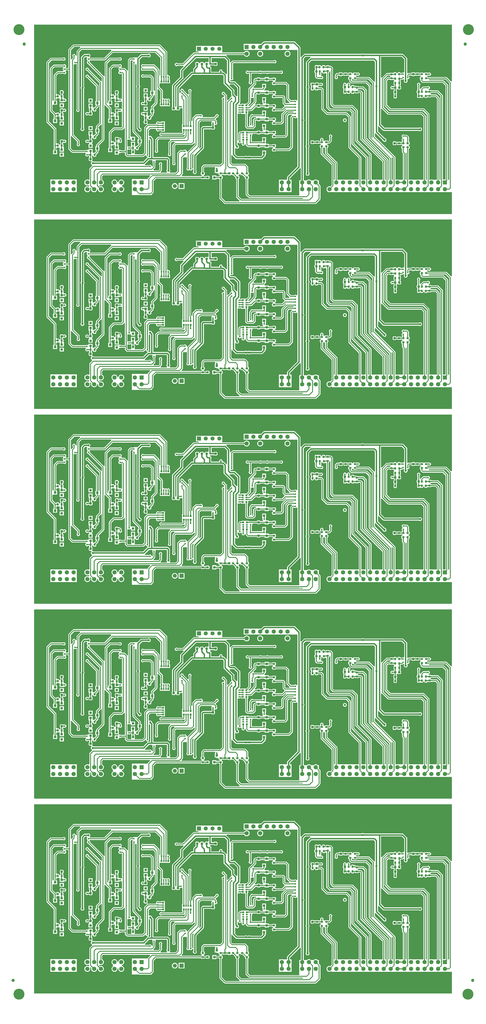
<source format=gbl>
G04*
G04 #@! TF.GenerationSoftware,Altium Limited,Altium Designer,25.3.3 (18)*
G04*
G04 Layer_Physical_Order=2*
G04 Layer_Color=16711680*
%FSLAX44Y44*%
%MOMM*%
G71*
G04*
G04 #@! TF.SameCoordinates,C1B4E693-D7F7-4543-9357-B74F73BC7D76*
G04*
G04*
G04 #@! TF.FilePolarity,Positive*
G04*
G01*
G75*
G04:AMPARAMS|DCode=18|XSize=0.8mm|YSize=0.8mm|CornerRadius=0.12mm|HoleSize=0mm|Usage=FLASHONLY|Rotation=270.000|XOffset=0mm|YOffset=0mm|HoleType=Round|Shape=RoundedRectangle|*
%AMROUNDEDRECTD18*
21,1,0.8000,0.5600,0,0,270.0*
21,1,0.5600,0.8000,0,0,270.0*
1,1,0.2400,-0.2800,-0.2800*
1,1,0.2400,-0.2800,0.2800*
1,1,0.2400,0.2800,0.2800*
1,1,0.2400,0.2800,-0.2800*
%
%ADD18ROUNDEDRECTD18*%
%ADD19R,0.6400X0.7000*%
%ADD20R,0.5000X0.7000*%
G04:AMPARAMS|DCode=21|XSize=0.9mm|YSize=0.6mm|CornerRadius=0.09mm|HoleSize=0mm|Usage=FLASHONLY|Rotation=0.000|XOffset=0mm|YOffset=0mm|HoleType=Round|Shape=RoundedRectangle|*
%AMROUNDEDRECTD21*
21,1,0.9000,0.4200,0,0,0.0*
21,1,0.7200,0.6000,0,0,0.0*
1,1,0.1800,0.3600,-0.2100*
1,1,0.1800,-0.3600,-0.2100*
1,1,0.1800,-0.3600,0.2100*
1,1,0.1800,0.3600,0.2100*
%
%ADD21ROUNDEDRECTD21*%
G04:AMPARAMS|DCode=26|XSize=0.8mm|YSize=0.8mm|CornerRadius=0.12mm|HoleSize=0mm|Usage=FLASHONLY|Rotation=180.000|XOffset=0mm|YOffset=0mm|HoleType=Round|Shape=RoundedRectangle|*
%AMROUNDEDRECTD26*
21,1,0.8000,0.5600,0,0,180.0*
21,1,0.5600,0.8000,0,0,180.0*
1,1,0.2400,-0.2800,0.2800*
1,1,0.2400,0.2800,0.2800*
1,1,0.2400,0.2800,-0.2800*
1,1,0.2400,-0.2800,-0.2800*
%
%ADD26ROUNDEDRECTD26*%
%ADD29R,0.9000X0.9500*%
G04:AMPARAMS|DCode=32|XSize=0.9mm|YSize=0.6mm|CornerRadius=0.09mm|HoleSize=0mm|Usage=FLASHONLY|Rotation=90.000|XOffset=0mm|YOffset=0mm|HoleType=Round|Shape=RoundedRectangle|*
%AMROUNDEDRECTD32*
21,1,0.9000,0.4200,0,0,90.0*
21,1,0.7200,0.6000,0,0,90.0*
1,1,0.1800,0.2100,0.3600*
1,1,0.1800,0.2100,-0.3600*
1,1,0.1800,-0.2100,-0.3600*
1,1,0.1800,-0.2100,0.3600*
%
%ADD32ROUNDEDRECTD32*%
%ADD33R,0.7000X0.6400*%
%ADD34R,0.7000X0.5000*%
%ADD59C,4.1000*%
%ADD68C,0.3000*%
%ADD70C,0.5500*%
%ADD71C,0.5000*%
%ADD72C,1.2000*%
%ADD73C,0.3000*%
%ADD74C,1.6050*%
%ADD75R,1.6050X1.6050*%
%ADD76C,1.5200*%
%ADD77R,1.5200X1.5200*%
%ADD78C,0.6000*%
%ADD79C,0.8000*%
%ADD80C,0.5000*%
%ADD81R,0.9500X0.9000*%
G36*
X180971Y3556737D02*
X181323Y3555012D01*
X169756Y3543444D01*
X168761Y3541956D01*
X168412Y3540200D01*
Y3525600D01*
X164600D01*
Y3526593D01*
X163686Y3528799D01*
X161999Y3530486D01*
X159793Y3531400D01*
X157406D01*
X155201Y3530486D01*
X153513Y3528799D01*
X152600Y3526593D01*
Y3524207D01*
X153513Y3522001D01*
X154012Y3521503D01*
Y3516700D01*
X149388Y3512077D01*
X147663Y3512429D01*
X146388Y3513202D01*
Y3545500D01*
X158900Y3558012D01*
X180198D01*
X180971Y3556737D01*
D02*
G37*
G36*
X481860Y3516851D02*
Y3451464D01*
X480988Y3450653D01*
X477988Y3451960D01*
Y3471800D01*
X477639Y3473556D01*
X476644Y3475044D01*
X461044Y3490644D01*
X459556Y3491639D01*
X457800Y3491988D01*
X419297D01*
X418799Y3492487D01*
X416593Y3493400D01*
X414206D01*
X412001Y3492487D01*
X410313Y3490799D01*
X409400Y3488593D01*
Y3486206D01*
X410313Y3484001D01*
X411690Y3482624D01*
X411791Y3480577D01*
X411626Y3479221D01*
X410158Y3477754D01*
X409245Y3475548D01*
Y3473162D01*
X410158Y3470956D01*
X411846Y3469268D01*
X414051Y3468355D01*
X416438D01*
X418644Y3469268D01*
X419142Y3469767D01*
X454344D01*
X461412Y3462700D01*
Y3395378D01*
X459260Y3393330D01*
X459098D01*
X456098Y3394987D01*
Y3442290D01*
X455749Y3444046D01*
X454754Y3445534D01*
X448089Y3452199D01*
X446601Y3453194D01*
X444845Y3453543D01*
X419452D01*
X418954Y3454041D01*
X416748Y3454955D01*
X414361D01*
X412156Y3454041D01*
X410468Y3452354D01*
X409555Y3450148D01*
Y3447762D01*
X410468Y3445556D01*
X412156Y3443868D01*
X414361Y3442955D01*
X416748D01*
X418954Y3443868D01*
X419452Y3444367D01*
X442944D01*
X446922Y3440389D01*
Y3393330D01*
X443760D01*
Y3378330D01*
X446196D01*
X446621Y3375330D01*
X441098Y3369807D01*
X439410D01*
X437888Y3369504D01*
X437260Y3369084D01*
X434950Y3369890D01*
X434260Y3370413D01*
Y3383830D01*
X418760D01*
Y3368830D01*
X418760Y3368830D01*
X420434Y3365830D01*
Y3358630D01*
X420736Y3357108D01*
X421598Y3355818D01*
X421921Y3355602D01*
Y3352776D01*
X420682Y3351948D01*
X418593Y3350933D01*
X417011Y3351442D01*
X416226Y3351767D01*
X413839D01*
X411634Y3350854D01*
X409946Y3349166D01*
X409032Y3346961D01*
Y3344574D01*
X409946Y3342369D01*
X411634Y3340681D01*
X413839Y3339767D01*
X416226D01*
X418431Y3340681D01*
X420682Y3340292D01*
X422071Y3339364D01*
X423710Y3339038D01*
X429310D01*
X430949Y3339364D01*
X432338Y3340292D01*
X433266Y3341681D01*
X433592Y3343320D01*
Y3348920D01*
X433266Y3350559D01*
X432338Y3351948D01*
X431098Y3352776D01*
Y3355602D01*
X431422Y3355818D01*
X432284Y3357108D01*
X432586Y3358630D01*
X435434D01*
X435736Y3357108D01*
X436598Y3355818D01*
X437888Y3354956D01*
X439410Y3354654D01*
X443610D01*
X445132Y3354956D01*
X446422Y3355818D01*
X447284Y3357108D01*
X447586Y3358630D01*
Y3363318D01*
X454754Y3370486D01*
X455749Y3371974D01*
X456098Y3373730D01*
Y3376208D01*
X458219Y3378330D01*
X459260D01*
X461412Y3376282D01*
Y3349301D01*
X448266Y3336154D01*
X447271Y3334666D01*
X446922Y3332910D01*
Y3324410D01*
X443760D01*
Y3309410D01*
X446922D01*
Y3306310D01*
X441098Y3300486D01*
X439410D01*
X437888Y3300184D01*
X437176Y3299708D01*
X435003Y3300530D01*
X434260Y3301093D01*
Y3314910D01*
X418760D01*
Y3314910D01*
X416126Y3313667D01*
X413739D01*
X411534Y3312754D01*
X409846Y3311066D01*
X408932Y3308861D01*
Y3306474D01*
X409846Y3304269D01*
X411534Y3302581D01*
X413739Y3301667D01*
X416126D01*
X418760Y3299910D01*
X420513Y3296910D01*
X420434Y3296510D01*
Y3289310D01*
X420736Y3287788D01*
X421598Y3286498D01*
X421921Y3286282D01*
Y3283456D01*
X420682Y3282628D01*
X419754Y3281239D01*
X419428Y3279600D01*
Y3274000D01*
X419754Y3272361D01*
X420682Y3270972D01*
X422071Y3270044D01*
X423710Y3269718D01*
X429310D01*
X430949Y3270044D01*
X432469Y3267520D01*
X432356Y3267444D01*
X422756Y3257844D01*
X421761Y3256356D01*
X421412Y3254600D01*
Y3162101D01*
X414499Y3155188D01*
X386481D01*
X385648Y3157010D01*
X385376Y3158188D01*
X386146Y3159341D01*
X386472Y3160980D01*
Y3166580D01*
X386146Y3168219D01*
X385218Y3169608D01*
X384982Y3169766D01*
X384302Y3172608D01*
X385164Y3173898D01*
X385466Y3175420D01*
X388314D01*
X388616Y3173898D01*
X389478Y3172608D01*
X390768Y3171746D01*
X392290Y3171443D01*
X396490D01*
X398012Y3171746D01*
X399302Y3172608D01*
X400164Y3173898D01*
X400466Y3175420D01*
Y3180108D01*
X407634Y3187276D01*
X408629Y3188764D01*
X408978Y3190520D01*
Y3196920D01*
X412140D01*
Y3211920D01*
X408978D01*
Y3219010D01*
X408629Y3220766D01*
X407634Y3222254D01*
X387033Y3242856D01*
Y3492000D01*
X392522D01*
Y3414087D01*
X391607Y3412502D01*
X391130Y3410721D01*
Y3408878D01*
X391607Y3407098D01*
X392522Y3405513D01*
Y3254299D01*
X392949Y3252153D01*
X394165Y3250334D01*
X397400Y3247098D01*
Y3246878D01*
X397877Y3245098D01*
X398798Y3243502D01*
X400102Y3242198D01*
X401698Y3241277D01*
X403478Y3240800D01*
X405322D01*
X407102Y3241277D01*
X408698Y3242198D01*
X410001Y3243502D01*
X410923Y3245098D01*
X411400Y3246878D01*
Y3248722D01*
X410923Y3250502D01*
X410001Y3252098D01*
X408698Y3253401D01*
X407102Y3254323D01*
X405647Y3254713D01*
X403738Y3256622D01*
Y3405513D01*
X404653Y3407098D01*
X405130Y3408878D01*
Y3410721D01*
X404653Y3412502D01*
X403738Y3414087D01*
Y3510007D01*
X413723Y3519992D01*
X434313D01*
X435898Y3519077D01*
X437678Y3518600D01*
X439521D01*
X441302Y3519077D01*
X442898Y3519998D01*
X444201Y3521302D01*
X445123Y3522898D01*
X445600Y3524678D01*
Y3526522D01*
X445123Y3528302D01*
X444201Y3529898D01*
X442898Y3531201D01*
X441302Y3532123D01*
X439521Y3532600D01*
X437678D01*
X435898Y3532123D01*
X434313Y3531208D01*
X411400D01*
X409254Y3530781D01*
X407435Y3529565D01*
X396469Y3518600D01*
X384600D01*
X384600Y3518600D01*
Y3518600D01*
X381660Y3518455D01*
X381461D01*
X379256Y3517542D01*
X378758Y3517043D01*
X370255D01*
X368499Y3516694D01*
X367011Y3515699D01*
X361756Y3510444D01*
X360761Y3508956D01*
X360412Y3507200D01*
Y3470228D01*
X357412Y3469595D01*
X356844Y3470444D01*
X349689Y3477599D01*
X348201Y3478594D01*
X346445Y3478943D01*
X336782D01*
X335056Y3481943D01*
X335165Y3482390D01*
X336432Y3483656D01*
X337345Y3485862D01*
Y3488248D01*
X336432Y3490454D01*
X334744Y3492141D01*
X332538Y3493055D01*
X330151D01*
X327946Y3492141D01*
X327193Y3491388D01*
X303600D01*
X301844Y3491039D01*
X300356Y3490044D01*
X290326Y3480014D01*
X289331Y3478526D01*
X288982Y3476770D01*
Y3372400D01*
Y3356160D01*
X285820D01*
Y3348729D01*
X282820Y3347126D01*
X282388Y3347414D01*
Y3495299D01*
X294900Y3507812D01*
X326903D01*
X327401Y3507314D01*
X329606Y3506400D01*
X331993D01*
X334199Y3507314D01*
X335886Y3509001D01*
X336800Y3511206D01*
Y3513593D01*
X335886Y3515799D01*
X334199Y3517487D01*
X331993Y3518400D01*
X329606D01*
X327401Y3517487D01*
X326903Y3516988D01*
X293000D01*
X291244Y3516639D01*
X289756Y3515644D01*
X274556Y3500444D01*
X273561Y3498956D01*
X273212Y3497200D01*
Y3448603D01*
X270351Y3447679D01*
X270212Y3447677D01*
X218200Y3499689D01*
Y3500793D01*
X217286Y3502999D01*
X215982Y3504303D01*
X215893Y3504929D01*
X217834Y3507867D01*
X273055D01*
X274811Y3508216D01*
X276299Y3509211D01*
X303100Y3536012D01*
X462699D01*
X481860Y3516851D01*
D02*
G37*
G36*
X297337Y3547039D02*
X297956Y3543844D01*
X271154Y3517043D01*
X217725D01*
X216866Y3518972D01*
X216753Y3519955D01*
X216852Y3520153D01*
X217801Y3521102D01*
X218723Y3522698D01*
X219200Y3524478D01*
Y3526321D01*
X218723Y3528102D01*
X217801Y3529698D01*
X216498Y3531001D01*
X214902Y3531923D01*
X213121Y3532400D01*
X211278D01*
X209498Y3531923D01*
X207913Y3531008D01*
X197600D01*
X195454Y3530581D01*
X193635Y3529365D01*
X186235Y3521965D01*
X185019Y3520146D01*
X184592Y3518000D01*
Y3409087D01*
X183677Y3407502D01*
X183200Y3405721D01*
Y3403878D01*
X183677Y3402098D01*
X184392Y3400859D01*
Y3254492D01*
X184198Y3254298D01*
X183277Y3252702D01*
X182800Y3250922D01*
Y3249078D01*
X183277Y3247298D01*
X184198Y3245702D01*
X185502Y3244398D01*
X187098Y3243477D01*
X188878Y3243000D01*
X190721D01*
X192502Y3243477D01*
X194098Y3244398D01*
X195401Y3245702D01*
X196323Y3247298D01*
X196800Y3249078D01*
Y3250922D01*
X196323Y3252702D01*
X195608Y3253941D01*
Y3400308D01*
X195801Y3400502D01*
X196723Y3402098D01*
X197200Y3403878D01*
Y3405721D01*
X196723Y3407502D01*
X195808Y3409087D01*
Y3515677D01*
X199923Y3519792D01*
X205736D01*
X207719Y3517116D01*
X207672Y3516467D01*
X207058Y3515854D01*
X206145Y3513648D01*
Y3511262D01*
X207058Y3509056D01*
X208363Y3507752D01*
X208599Y3506102D01*
X208385Y3504271D01*
X207113Y3502999D01*
X206200Y3500793D01*
Y3498406D01*
X207113Y3496201D01*
X208801Y3494514D01*
X211006Y3493600D01*
X211311D01*
X262412Y3442499D01*
Y3430519D01*
X259412Y3429277D01*
X213800Y3474889D01*
Y3475593D01*
X212886Y3477799D01*
X211199Y3479486D01*
X208993Y3480400D01*
X206606D01*
X204401Y3479486D01*
X202713Y3477799D01*
X201800Y3475593D01*
Y3473206D01*
X202713Y3471001D01*
X204401Y3469313D01*
X206606Y3468400D01*
X207311D01*
X253012Y3422700D01*
Y3355100D01*
X249988D01*
Y3411000D01*
X249639Y3412756D01*
X248644Y3414244D01*
X213800Y3449089D01*
Y3449793D01*
X212886Y3451999D01*
X211199Y3453687D01*
X208993Y3454600D01*
X206606D01*
X204401Y3453687D01*
X202713Y3451999D01*
X201800Y3449793D01*
Y3447407D01*
X202713Y3445201D01*
X204401Y3443513D01*
X206606Y3442600D01*
X207311D01*
X240812Y3409099D01*
Y3355100D01*
X237650D01*
Y3340100D01*
X240569D01*
X240711Y3337100D01*
X234988Y3331376D01*
X233300D01*
X231778Y3331074D01*
X231150Y3330654D01*
X228840Y3331460D01*
X228150Y3331983D01*
Y3345600D01*
X212650D01*
Y3330600D01*
X212650Y3330600D01*
X214363Y3327600D01*
X214324Y3327400D01*
Y3320200D01*
X214626Y3318678D01*
X215488Y3317388D01*
X215419Y3314527D01*
X214688Y3313785D01*
X214572Y3313708D01*
X214489Y3313584D01*
X213549Y3312632D01*
X210460Y3312625D01*
X210331Y3312754D01*
X208126Y3313667D01*
X205739D01*
X203534Y3312754D01*
X201846Y3311066D01*
X200932Y3308861D01*
Y3306474D01*
X201846Y3304269D01*
X203534Y3302581D01*
X205739Y3301667D01*
X208126D01*
X210331Y3302581D01*
X210938Y3303188D01*
X213928Y3303016D01*
X214572Y3302052D01*
X215961Y3301124D01*
X217600Y3300798D01*
X223200D01*
X224839Y3301124D01*
X226228Y3302052D01*
X227156Y3303441D01*
X227482Y3305080D01*
Y3310680D01*
X227156Y3312319D01*
X226228Y3313708D01*
X225208Y3314390D01*
Y3317319D01*
X225312Y3317388D01*
X226174Y3318678D01*
X226476Y3320200D01*
X229324D01*
X229626Y3318678D01*
X230488Y3317388D01*
X231778Y3316526D01*
X233300Y3316223D01*
X237500D01*
X239022Y3316526D01*
X240312Y3317388D01*
X241174Y3318678D01*
X241476Y3320200D01*
Y3324888D01*
X248644Y3332056D01*
X249639Y3333544D01*
X249988Y3335300D01*
Y3340100D01*
X253012D01*
Y3274100D01*
X242156Y3263244D01*
X241161Y3261756D01*
X240812Y3260000D01*
Y3251900D01*
X237650D01*
Y3236900D01*
X240812D01*
Y3233800D01*
X234988Y3227976D01*
X233300D01*
X231778Y3227674D01*
X231066Y3227198D01*
X228893Y3228020D01*
X228150Y3228583D01*
Y3242400D01*
X212650D01*
Y3227400D01*
X212650D01*
X214403Y3224400D01*
X214324Y3224000D01*
Y3216800D01*
X214626Y3215278D01*
X215488Y3213988D01*
X215558Y3211057D01*
X215058Y3210553D01*
X214572Y3210228D01*
X214233Y3209721D01*
X213782Y3209266D01*
X210623Y3209262D01*
X210319Y3209567D01*
X208113Y3210480D01*
X205726D01*
X203521Y3209567D01*
X201833Y3207879D01*
X200920Y3205674D01*
Y3203286D01*
X201833Y3201081D01*
X203521Y3199393D01*
X205726Y3198480D01*
X208113D01*
X210319Y3199393D01*
X210737Y3199812D01*
X213743D01*
X214572Y3198572D01*
X215961Y3197644D01*
X215383Y3194700D01*
X212650D01*
Y3179700D01*
X228150D01*
Y3194700D01*
X225417D01*
X224839Y3197644D01*
X226228Y3198572D01*
X227156Y3199961D01*
X227482Y3201600D01*
Y3207200D01*
X227156Y3208839D01*
X226228Y3210228D01*
X225115Y3210971D01*
Y3213857D01*
X225312Y3213988D01*
X226174Y3215278D01*
X226476Y3216800D01*
X229324D01*
X229626Y3215278D01*
X230488Y3213988D01*
X231778Y3213126D01*
X233300Y3212823D01*
X237500D01*
X239022Y3213126D01*
X240312Y3213988D01*
X241174Y3215278D01*
X241476Y3216800D01*
Y3221488D01*
X248644Y3228656D01*
X249639Y3230144D01*
X249988Y3231900D01*
Y3236900D01*
X253150D01*
Y3251900D01*
X249988D01*
Y3258099D01*
X259412Y3267523D01*
X262412Y3266281D01*
Y3212701D01*
X242156Y3192444D01*
X241161Y3190956D01*
X240812Y3189200D01*
Y3185200D01*
X237650D01*
Y3170200D01*
X240086D01*
X240511Y3167200D01*
X234688Y3161376D01*
X233000D01*
X231478Y3161074D01*
X231150Y3160854D01*
X228212Y3162123D01*
X228150Y3162183D01*
Y3175700D01*
X212650D01*
Y3172878D01*
X211631Y3172133D01*
X209650Y3171314D01*
X207993Y3172000D01*
X205606D01*
X203401Y3171086D01*
X202903Y3170588D01*
X154300D01*
X146388Y3178500D01*
Y3222798D01*
X147663Y3223571D01*
X149388Y3223923D01*
X169632Y3203680D01*
Y3195677D01*
X169133Y3195179D01*
X168220Y3192973D01*
Y3190587D01*
X169133Y3188381D01*
X170821Y3186693D01*
X173026Y3185780D01*
X175413D01*
X177619Y3186693D01*
X179306Y3188381D01*
X180220Y3190587D01*
Y3192973D01*
X179306Y3195179D01*
X178808Y3195677D01*
Y3205580D01*
X178459Y3207336D01*
X177464Y3208824D01*
X156788Y3229500D01*
Y3491607D01*
X159788Y3493339D01*
X160606Y3493000D01*
X162993D01*
X165199Y3493913D01*
X165412Y3494127D01*
X168412Y3493723D01*
Y3324497D01*
X167913Y3323999D01*
X167000Y3321794D01*
Y3319406D01*
X167913Y3317201D01*
X169601Y3315513D01*
X171806Y3314600D01*
X174193D01*
X176399Y3315513D01*
X178086Y3317201D01*
X179000Y3319406D01*
Y3321794D01*
X178086Y3323999D01*
X177588Y3324497D01*
Y3498600D01*
Y3538300D01*
X186900Y3547612D01*
X296879D01*
X297337Y3547039D01*
D02*
G37*
G36*
X662592Y3502691D02*
X659639Y3501056D01*
X658000Y3501382D01*
X652400D01*
X650761Y3501056D01*
X649372Y3500128D01*
X648444Y3498739D01*
X646787Y3497545D01*
X645299Y3497061D01*
X644312Y3497622D01*
X644090Y3498739D01*
X643161Y3500128D01*
X641772Y3501056D01*
X640133Y3501382D01*
X634533D01*
X632895Y3501056D01*
X631505Y3500128D01*
X630577Y3498739D01*
X630532Y3498515D01*
X627408Y3497188D01*
X626826Y3497381D01*
X626556Y3498739D01*
X625628Y3500128D01*
X624239Y3501056D01*
X622600Y3501382D01*
X617000D01*
X615361Y3501056D01*
X613972Y3500128D01*
X613044Y3498739D01*
X612718Y3497100D01*
Y3491500D01*
X613044Y3489861D01*
X613972Y3488472D01*
X614092Y3488392D01*
Y3485223D01*
X606835Y3477965D01*
X605619Y3476146D01*
X605192Y3474000D01*
Y3464808D01*
X600680D01*
X598534Y3464381D01*
X596715Y3463165D01*
X553788Y3420239D01*
X552841Y3419846D01*
X551153Y3418159D01*
X550761Y3417212D01*
X543435Y3409885D01*
X542219Y3408066D01*
X541792Y3405920D01*
Y3335600D01*
Y3334850D01*
X540510Y3333708D01*
X539755Y3333615D01*
X537208Y3334785D01*
Y3335377D01*
X537800Y3336807D01*
Y3339193D01*
X537208Y3340623D01*
Y3410877D01*
X564252Y3437921D01*
X565199Y3438313D01*
X566886Y3440001D01*
X567800Y3442206D01*
Y3444594D01*
X567408Y3445540D01*
Y3467477D01*
X616123Y3516192D01*
X662592D01*
Y3502691D01*
D02*
G37*
G36*
X731592Y3506677D02*
Y3456536D01*
X728592Y3455626D01*
X728365Y3455965D01*
X721365Y3462965D01*
X719546Y3464181D01*
X717571Y3464574D01*
X717277Y3464690D01*
X715000Y3466206D01*
Y3468593D01*
X714087Y3470799D01*
X712399Y3472487D01*
X710193Y3473400D01*
X707806D01*
X705601Y3472487D01*
X703913Y3470799D01*
X703000Y3468593D01*
Y3466206D01*
X700415Y3464608D01*
X672608D01*
Y3476660D01*
X673000Y3477607D01*
Y3479993D01*
X672086Y3482199D01*
X670399Y3483886D01*
X668250Y3484777D01*
Y3488200D01*
X669393D01*
X670461Y3488642D01*
X682858D01*
X682972Y3488472D01*
X684361Y3487544D01*
X686000Y3487218D01*
X691600D01*
X693239Y3487544D01*
X694628Y3488472D01*
X695556Y3489861D01*
X695882Y3491500D01*
Y3497100D01*
X695556Y3498739D01*
X694628Y3500128D01*
X693239Y3501056D01*
X691600Y3501382D01*
X686000D01*
X684361Y3501056D01*
X682972Y3500128D01*
X682791Y3499858D01*
X673808D01*
Y3516192D01*
X722077D01*
X731592Y3506677D01*
D02*
G37*
G36*
X1395992Y3511677D02*
Y3463651D01*
X1393105Y3461600D01*
X1390719D01*
X1388513Y3460687D01*
X1388015Y3460188D01*
X1382780D01*
X1382674Y3460722D01*
X1381812Y3462012D01*
X1380522Y3462874D01*
X1379000Y3463176D01*
X1374800D01*
X1373278Y3462874D01*
X1371988Y3462012D01*
X1371126Y3460722D01*
X1370824Y3459200D01*
X1367976D01*
X1367674Y3460722D01*
X1366812Y3462012D01*
X1365522Y3462874D01*
X1364000Y3463176D01*
X1359800D01*
X1358278Y3462874D01*
X1356988Y3462012D01*
X1356803Y3461734D01*
X1355197Y3460791D01*
X1353112Y3460946D01*
X1352922Y3461074D01*
X1351400Y3461376D01*
X1344200D01*
X1342678Y3461074D01*
X1341388Y3460212D01*
X1341172Y3459888D01*
X1331300D01*
X1329544Y3459539D01*
X1328056Y3458544D01*
X1312208Y3442696D01*
X1309208Y3443939D01*
Y3520792D01*
X1386877D01*
X1395992Y3511677D01*
D02*
G37*
G36*
X1574400Y3429731D02*
X1571400Y3428488D01*
X1555934Y3443954D01*
X1554446Y3444949D01*
X1552690Y3445298D01*
X1484908D01*
X1484692Y3445622D01*
X1483402Y3446484D01*
X1481880Y3446786D01*
Y3449633D01*
X1483402Y3449936D01*
X1484692Y3450798D01*
X1487091Y3450623D01*
X1489296Y3449710D01*
X1491683D01*
X1493889Y3450623D01*
X1495576Y3452311D01*
X1496490Y3454517D01*
Y3456903D01*
X1495576Y3459109D01*
X1493889Y3460797D01*
X1491683Y3461710D01*
X1489296D01*
X1487091Y3460797D01*
X1484692Y3460622D01*
X1483402Y3461484D01*
X1481880Y3461786D01*
X1474680D01*
X1473158Y3461484D01*
X1471868Y3460622D01*
X1471692Y3460357D01*
X1471614Y3460327D01*
X1468436D01*
X1468358Y3460357D01*
X1468182Y3460622D01*
X1466892Y3461484D01*
X1465370Y3461786D01*
X1458170D01*
X1456648Y3461484D01*
X1455358Y3460622D01*
X1455142Y3460298D01*
X1451888D01*
X1451672Y3460622D01*
X1450382Y3461484D01*
X1448860Y3461786D01*
X1441660D01*
X1440138Y3461484D01*
X1438848Y3460622D01*
X1436006Y3461302D01*
X1435848Y3461538D01*
X1434459Y3462466D01*
X1432820Y3462792D01*
X1427220D01*
X1425581Y3462466D01*
X1424192Y3461538D01*
X1423363Y3460298D01*
X1412910D01*
X1411154Y3459949D01*
X1410208Y3459316D01*
X1407208Y3460265D01*
Y3514000D01*
X1406781Y3516146D01*
X1405565Y3517965D01*
X1393165Y3530365D01*
X1391346Y3531581D01*
X1389200Y3532008D01*
X1244687D01*
X1243102Y3532923D01*
X1241321Y3533400D01*
X1239478D01*
X1237698Y3532923D01*
X1236113Y3532008D01*
X1023800D01*
X1021654Y3531581D01*
X1019835Y3530365D01*
X1010008Y3520538D01*
X1008750Y3520718D01*
X1007008Y3521599D01*
Y3555000D01*
X1006581Y3557146D01*
X1005365Y3558965D01*
X987165Y3577165D01*
X985346Y3578381D01*
X983200Y3578808D01*
X871599D01*
X869453Y3578381D01*
X867634Y3577165D01*
X859468Y3569000D01*
X794600D01*
Y3568915D01*
X794464D01*
Y3546865D01*
X794600D01*
Y3546800D01*
X994600D01*
X995792Y3544294D01*
Y3358675D01*
X992792Y3357693D01*
X991799Y3358687D01*
X989593Y3359600D01*
X987206D01*
X985001Y3358687D01*
X984503Y3358188D01*
X971500D01*
X963998Y3365690D01*
Y3414990D01*
X963649Y3416746D01*
X962654Y3418234D01*
X955854Y3425034D01*
X954366Y3426029D01*
X952610Y3426378D01*
X914508D01*
X914292Y3426702D01*
X913002Y3427563D01*
X911480Y3427866D01*
Y3430714D01*
X913002Y3431016D01*
X914292Y3431878D01*
X915154Y3433168D01*
X915456Y3434690D01*
Y3438890D01*
X915154Y3440412D01*
X914292Y3441702D01*
X913002Y3442563D01*
X911480Y3442866D01*
X904280D01*
X902758Y3442563D01*
X901468Y3441702D01*
X901252Y3441378D01*
X887740D01*
Y3444540D01*
X872740D01*
Y3441378D01*
X856956D01*
X856128Y3442618D01*
X854739Y3443546D01*
X853100Y3443872D01*
X847500D01*
X845861Y3443546D01*
X844472Y3442618D01*
X843643Y3441378D01*
X838190D01*
X836434Y3441029D01*
X834946Y3440034D01*
X833156Y3438244D01*
X832161Y3436756D01*
X831812Y3435000D01*
Y3422300D01*
X813146Y3403634D01*
X812151Y3402146D01*
X811802Y3400390D01*
Y3352724D01*
X804177Y3345100D01*
X797966Y3345100D01*
X794966Y3345100D01*
X783966D01*
Y3343688D01*
X780897D01*
X780399Y3344186D01*
X780371Y3344198D01*
X779667Y3347737D01*
X779765Y3347835D01*
X780981Y3349654D01*
X781408Y3351800D01*
Y3404860D01*
X781800Y3405807D01*
Y3408193D01*
X780886Y3410399D01*
X779199Y3412086D01*
X778252Y3412479D01*
X763565Y3427165D01*
X761746Y3428381D01*
X759600Y3428808D01*
X745747D01*
X743686Y3431047D01*
X743870Y3432402D01*
X744562Y3432970D01*
X746949Y3434004D01*
X748406Y3433400D01*
X750793D01*
X752999Y3434313D01*
X754687Y3436001D01*
X755600Y3438206D01*
Y3440593D01*
X754687Y3442799D01*
X754188Y3443297D01*
Y3495699D01*
X756300Y3497812D01*
X906703D01*
X907201Y3497314D01*
X909406Y3496400D01*
X911793D01*
X913999Y3497314D01*
X915686Y3499001D01*
X916600Y3501206D01*
Y3503593D01*
X915686Y3505799D01*
X913999Y3507487D01*
X911793Y3508400D01*
X909406D01*
X907201Y3507487D01*
X906703Y3506988D01*
X754400D01*
X752644Y3506639D01*
X751156Y3505644D01*
X746356Y3500844D01*
X745808Y3500024D01*
X742808Y3500726D01*
Y3509000D01*
X742381Y3511146D01*
X741165Y3512965D01*
X729228Y3524902D01*
X730449Y3527902D01*
X795408D01*
X796667Y3525721D01*
X798720Y3523668D01*
X801234Y3522216D01*
X804038Y3521465D01*
X806941D01*
X809745Y3522216D01*
X812259Y3523668D01*
X814311Y3525721D01*
X815763Y3528235D01*
X816514Y3531039D01*
Y3533942D01*
X815763Y3536746D01*
X814311Y3539260D01*
X812259Y3541312D01*
X809745Y3542764D01*
X806941Y3543515D01*
X804038D01*
X801234Y3542764D01*
X798720Y3541312D01*
X796667Y3539260D01*
X795408Y3537079D01*
X713400D01*
Y3561600D01*
X630600D01*
Y3561600D01*
X615600D01*
Y3540400D01*
X623671D01*
X625628Y3537400D01*
X625486Y3537079D01*
X608290D01*
X606534Y3536729D01*
X605046Y3535735D01*
X565899Y3496588D01*
X546097D01*
X545599Y3497086D01*
X543393Y3498000D01*
X541006D01*
X538801Y3497086D01*
X537113Y3495399D01*
X536200Y3493193D01*
Y3490807D01*
X537113Y3488601D01*
X538801Y3486913D01*
X541006Y3486000D01*
X543393D01*
X545599Y3486913D01*
X546097Y3487412D01*
X567239D01*
X568160Y3486066D01*
X568577Y3484508D01*
X557835Y3473765D01*
X556619Y3471946D01*
X556192Y3469800D01*
Y3445723D01*
X527635Y3417165D01*
X526419Y3415346D01*
X525992Y3413200D01*
Y3339658D01*
X525800Y3339193D01*
Y3336807D01*
X525992Y3336342D01*
Y3333475D01*
X525772Y3333328D01*
X524844Y3331939D01*
X524518Y3330300D01*
Y3324700D01*
X524844Y3323061D01*
X525772Y3321672D01*
X527161Y3320744D01*
X528800Y3320418D01*
X534400D01*
X536039Y3320744D01*
X537428Y3321672D01*
X537766Y3322179D01*
X538578Y3322371D01*
X540734Y3322296D01*
X541100Y3322179D01*
X541572Y3321472D01*
X542961Y3320544D01*
X544600Y3320218D01*
X550200D01*
X551839Y3320544D01*
X553228Y3321472D01*
X554156Y3322861D01*
X554482Y3324500D01*
Y3326533D01*
X557482Y3328320D01*
X558206Y3328020D01*
X560593D01*
X561852Y3328541D01*
X564342Y3327317D01*
X564852Y3326784D01*
Y3267600D01*
X563240D01*
Y3256600D01*
X563240Y3254600D01*
X563240Y3251600D01*
Y3240600D01*
X564852D01*
Y3236740D01*
X563699Y3235588D01*
X488497D01*
X487999Y3236086D01*
X485793Y3237000D01*
X483406D01*
X481201Y3236086D01*
X479513Y3234399D01*
X478600Y3232193D01*
Y3229807D01*
X479513Y3227601D01*
X481201Y3225913D01*
X483406Y3225000D01*
X485793D01*
X487999Y3225913D01*
X488497Y3226412D01*
X565600D01*
X567356Y3226761D01*
X568844Y3227756D01*
X570552Y3229463D01*
X573552Y3228221D01*
Y3224641D01*
X570099Y3221188D01*
X474400D01*
X472644Y3220839D01*
X471156Y3219844D01*
X464206Y3212894D01*
X463211Y3211406D01*
X462862Y3209650D01*
Y3171547D01*
X462363Y3171049D01*
X461450Y3168843D01*
Y3166457D01*
X462363Y3164251D01*
X464051Y3162563D01*
X466256Y3161650D01*
X468643D01*
X470849Y3162563D01*
X472537Y3164251D01*
X473450Y3166457D01*
Y3168843D01*
X472537Y3171049D01*
X472038Y3171547D01*
Y3207750D01*
X476300Y3212012D01*
X518080D01*
X519323Y3209012D01*
X513306Y3202994D01*
X512311Y3201506D01*
X511962Y3199750D01*
Y3158847D01*
X511463Y3158349D01*
X510550Y3156143D01*
Y3153756D01*
X511463Y3151551D01*
X513151Y3149863D01*
X515356Y3148950D01*
X517743D01*
X519949Y3149863D01*
X521637Y3151551D01*
X522550Y3153756D01*
Y3156143D01*
X521637Y3158349D01*
X521138Y3158847D01*
Y3197849D01*
X525700Y3202412D01*
X534197D01*
X535121Y3199551D01*
X535123Y3199412D01*
X529216Y3193504D01*
X528221Y3192016D01*
X527872Y3190260D01*
Y3124557D01*
X527373Y3124059D01*
X526460Y3121853D01*
Y3119467D01*
X527373Y3117261D01*
X529061Y3115573D01*
X531266Y3114660D01*
X533653D01*
X535859Y3115573D01*
X537546Y3117261D01*
X538460Y3119467D01*
Y3121853D01*
X537546Y3124059D01*
X537048Y3124557D01*
Y3188359D01*
X540300Y3191612D01*
X599600D01*
X601356Y3191961D01*
X602844Y3192956D01*
X607968Y3198079D01*
X610968Y3196837D01*
Y3192900D01*
X583172Y3165104D01*
X582210Y3165348D01*
X580400Y3166463D01*
Y3168193D01*
X579486Y3170399D01*
X577799Y3172086D01*
X575593Y3173000D01*
X573206D01*
X571001Y3172086D01*
X570503Y3171588D01*
X558000D01*
X556244Y3171239D01*
X554756Y3170244D01*
X546356Y3161844D01*
X545361Y3160356D01*
X545012Y3158600D01*
Y3093300D01*
X538379Y3086668D01*
X518003D01*
X517847Y3086882D01*
X516968Y3089668D01*
X517601Y3090302D01*
X518523Y3091898D01*
X519000Y3093678D01*
Y3095522D01*
X518523Y3097302D01*
X517608Y3098887D01*
Y3135600D01*
X517181Y3137746D01*
X515965Y3139565D01*
X511965Y3143565D01*
X510146Y3144781D01*
X508000Y3145208D01*
X455208D01*
Y3211500D01*
X454781Y3213646D01*
X453565Y3215465D01*
X450697Y3218334D01*
X450223Y3220102D01*
X449301Y3221698D01*
X447998Y3223001D01*
X446402Y3223923D01*
X444622Y3224400D01*
X442778D01*
X441188Y3223974D01*
X440941Y3223961D01*
X438188Y3225765D01*
Y3244900D01*
X444500Y3251212D01*
X464379D01*
X466500Y3248493D01*
Y3246107D01*
X467413Y3243901D01*
X469101Y3242213D01*
X471306Y3241300D01*
X473693D01*
X475899Y3242213D01*
X476297Y3242612D01*
X485500D01*
Y3240900D01*
X498500D01*
Y3250300D01*
Y3258300D01*
Y3266300D01*
Y3278700D01*
X485500D01*
Y3277188D01*
X476497D01*
X475899Y3277787D01*
X473693Y3278700D01*
X471306D01*
X469101Y3277787D01*
X467413Y3276099D01*
X466500Y3273893D01*
Y3271506D01*
X464379Y3268788D01*
X435600D01*
X433844Y3268439D01*
X432323Y3270962D01*
X432338Y3270972D01*
X433266Y3272361D01*
X433592Y3274000D01*
Y3279600D01*
X433266Y3281239D01*
X432338Y3282628D01*
X431098Y3283456D01*
Y3286282D01*
X431422Y3286498D01*
X432284Y3287788D01*
X432586Y3289310D01*
X435434D01*
X435736Y3287788D01*
X436598Y3286498D01*
X437888Y3285636D01*
X439410Y3285334D01*
X443610D01*
X445132Y3285636D01*
X446422Y3286498D01*
X447284Y3287788D01*
X447586Y3289310D01*
Y3293998D01*
X454754Y3301166D01*
X455749Y3302654D01*
X456098Y3304410D01*
Y3309410D01*
X459260D01*
Y3324410D01*
X456098D01*
Y3331010D01*
X469244Y3344156D01*
X470239Y3345644D01*
X470588Y3347400D01*
Y3399203D01*
X473360Y3400352D01*
X481512Y3392199D01*
Y3362365D01*
X481013Y3361866D01*
X480100Y3359661D01*
Y3357274D01*
X481013Y3355069D01*
X481412Y3354670D01*
Y3349100D01*
X479700D01*
Y3336100D01*
X517500D01*
Y3349100D01*
X515938D01*
Y3354520D01*
X516486Y3355069D01*
X517400Y3357274D01*
Y3359661D01*
X516486Y3361866D01*
X514799Y3363554D01*
X512593Y3364467D01*
X510206D01*
X508001Y3363554D01*
X507150Y3362703D01*
X506299Y3363554D01*
X504093Y3364467D01*
X501706D01*
X499501Y3363554D01*
X498700Y3362753D01*
X497899Y3363554D01*
X495693Y3364467D01*
X493307D01*
X490688Y3366630D01*
Y3394100D01*
X490339Y3395856D01*
X489344Y3397344D01*
X477988Y3408701D01*
Y3419775D01*
X480100Y3421900D01*
X480988Y3421900D01*
X517900D01*
Y3434900D01*
X516288D01*
Y3442203D01*
X516786Y3442701D01*
X517700Y3444907D01*
Y3447293D01*
X516786Y3449499D01*
X515099Y3451187D01*
X512893Y3452100D01*
X510506D01*
X510463Y3452082D01*
X507463Y3454087D01*
Y3538525D01*
X507114Y3540281D01*
X506119Y3541769D01*
X482044Y3565844D01*
X480556Y3566839D01*
X478800Y3567188D01*
X157000D01*
X155244Y3566839D01*
X153756Y3565844D01*
X138556Y3550644D01*
X137561Y3549156D01*
X137212Y3547400D01*
Y3479188D01*
X127593D01*
X127175Y3479944D01*
X126703Y3482055D01*
X126845Y3482360D01*
X127886Y3483401D01*
X128800Y3485606D01*
Y3487993D01*
X127886Y3490199D01*
X126199Y3491887D01*
X123993Y3492800D01*
X121606D01*
X119401Y3491887D01*
X118903Y3491388D01*
X83000D01*
X81244Y3491039D01*
X79756Y3490044D01*
X69156Y3479444D01*
X68161Y3477956D01*
X67812Y3476200D01*
Y3319400D01*
X68161Y3317644D01*
X69156Y3316156D01*
X82512Y3302799D01*
Y3288100D01*
X79350D01*
Y3273100D01*
X94850D01*
Y3288100D01*
X91688D01*
Y3295114D01*
X92072Y3295632D01*
X94688Y3297285D01*
X95000Y3297224D01*
X99200D01*
X100722Y3297526D01*
X101548Y3298079D01*
X103512Y3297252D01*
X104350Y3296617D01*
Y3282600D01*
X119850D01*
Y3297600D01*
X119850D01*
X118408Y3300002D01*
X118057Y3300600D01*
X118176Y3301200D01*
Y3308400D01*
X117874Y3309922D01*
X117012Y3311212D01*
X116815Y3311343D01*
Y3314229D01*
X117928Y3314972D01*
X119634Y3315281D01*
X121839Y3314367D01*
X124226D01*
X126431Y3315281D01*
X128119Y3316969D01*
X129032Y3319174D01*
Y3321561D01*
X128119Y3323766D01*
X126431Y3325454D01*
X124226Y3326367D01*
X121839D01*
X121523Y3326237D01*
X119563Y3325503D01*
X117928Y3326628D01*
X116539Y3327556D01*
X114900Y3327882D01*
X109300D01*
X107661Y3327556D01*
X106272Y3326628D01*
X105344Y3325239D01*
X105018Y3323600D01*
Y3318000D01*
X105344Y3316361D01*
X106272Y3314972D01*
X107385Y3314229D01*
Y3311343D01*
X107188Y3311212D01*
X106326Y3309922D01*
X106024Y3308400D01*
X103176D01*
X102874Y3309922D01*
X102012Y3311212D01*
X100722Y3312074D01*
X99200Y3312376D01*
X95000D01*
X93478Y3312074D01*
X92188Y3311212D01*
X91544Y3310248D01*
X89589Y3309969D01*
X88284Y3310005D01*
X76988Y3321300D01*
Y3339759D01*
X79350Y3341300D01*
X79988Y3341300D01*
X94850D01*
Y3356300D01*
X91688D01*
Y3362914D01*
X92072Y3363432D01*
X94688Y3365085D01*
X95000Y3365023D01*
X99200D01*
X100722Y3365326D01*
X101350Y3365746D01*
X103660Y3364940D01*
X104350Y3364417D01*
Y3350800D01*
X119850D01*
Y3350800D01*
X122159Y3352468D01*
X124461D01*
X126666Y3353381D01*
X128354Y3355069D01*
X129267Y3357274D01*
Y3359661D01*
X128354Y3361866D01*
X126666Y3363554D01*
X124461Y3364467D01*
X122074D01*
X119850Y3365800D01*
X118137Y3368800D01*
X118176Y3369000D01*
Y3376200D01*
X117874Y3377722D01*
X117012Y3379012D01*
X116815Y3379143D01*
Y3382029D01*
X117928Y3382772D01*
X118856Y3384161D01*
X119182Y3385800D01*
Y3391400D01*
X118856Y3393039D01*
X117928Y3394428D01*
X116539Y3395356D01*
X114900Y3395682D01*
X109300D01*
X107661Y3395356D01*
X106272Y3394428D01*
X105344Y3393039D01*
X105018Y3391400D01*
Y3385800D01*
X105344Y3384161D01*
X106272Y3382772D01*
X107385Y3382029D01*
Y3379143D01*
X107188Y3379012D01*
X106326Y3377722D01*
X106024Y3376200D01*
X103176D01*
X102874Y3377722D01*
X102012Y3379012D01*
X100722Y3379874D01*
X99200Y3380176D01*
X95000D01*
X94688Y3380114D01*
X92072Y3381768D01*
X91688Y3382285D01*
Y3449999D01*
X99300Y3457612D01*
X118503D01*
X119001Y3457113D01*
X121206Y3456200D01*
X123593D01*
X125799Y3457113D01*
X127486Y3458801D01*
X128400Y3461006D01*
Y3463393D01*
X127486Y3465599D01*
X126461Y3466624D01*
X126254Y3467318D01*
X127823Y3470012D01*
X137212D01*
Y3176600D01*
X137561Y3174844D01*
X138556Y3173356D01*
X149156Y3162756D01*
X150644Y3161761D01*
X152400Y3161412D01*
X200968D01*
X202876Y3158672D01*
X202708Y3157953D01*
X201833Y3157079D01*
X200920Y3154873D01*
Y3152487D01*
X201833Y3150281D01*
X203521Y3148593D01*
X205726Y3147680D01*
X208113D01*
X210319Y3148593D01*
X210877Y3149152D01*
X214232D01*
X214326Y3148678D01*
X215188Y3147388D01*
X215385Y3147257D01*
Y3144371D01*
X214272Y3143628D01*
X213344Y3142239D01*
X213018Y3140600D01*
Y3135000D01*
X213344Y3133361D01*
X214272Y3131972D01*
X215661Y3131044D01*
X217300Y3130718D01*
X222607D01*
X223092Y3130198D01*
X223665Y3128643D01*
X223723Y3127823D01*
X222598Y3126698D01*
X221677Y3125102D01*
X221200Y3123322D01*
Y3121478D01*
X221677Y3119698D01*
X222598Y3118102D01*
X223902Y3116799D01*
X225046Y3116138D01*
X225313Y3115738D01*
X225596Y3114723D01*
X225768Y3112699D01*
X216956Y3103887D01*
X215961Y3102398D01*
X215612Y3100643D01*
Y3061731D01*
X212612Y3059998D01*
X212135Y3060274D01*
X209331Y3061025D01*
X206428D01*
X203624Y3060274D01*
X201110Y3058822D01*
X199058Y3056769D01*
X197606Y3054255D01*
X196855Y3051451D01*
Y3048549D01*
X197606Y3045745D01*
X199058Y3043230D01*
X201110Y3041178D01*
X203624Y3039726D01*
X206428Y3038975D01*
X209331D01*
X212135Y3039726D01*
X212210Y3039770D01*
X214880Y3038405D01*
X215235Y3036473D01*
X212746Y3034521D01*
X212135Y3034874D01*
X209331Y3035625D01*
X206428D01*
X203624Y3034874D01*
X201110Y3033422D01*
X199058Y3031370D01*
X197606Y3028855D01*
X196855Y3026051D01*
Y3023148D01*
X197606Y3020345D01*
X199058Y3017831D01*
X201110Y3015778D01*
X203624Y3014326D01*
X206428Y3013575D01*
X209331D01*
X212135Y3014326D01*
X214649Y3015778D01*
X216702Y3017831D01*
X218153Y3020345D01*
X218905Y3023148D01*
Y3026051D01*
X218153Y3028855D01*
X217963Y3029186D01*
X220363Y3031028D01*
X222907Y3028484D01*
X222255Y3026051D01*
Y3023148D01*
X223006Y3020345D01*
X224458Y3017831D01*
X226510Y3015778D01*
X229024Y3014326D01*
X231828Y3013575D01*
X234731D01*
X237535Y3014326D01*
X240049Y3015778D01*
X242102Y3017831D01*
X243554Y3020345D01*
X244305Y3023148D01*
Y3024277D01*
X245980Y3025121D01*
X247068Y3024573D01*
X247655Y3023848D01*
Y3023148D01*
X248406Y3020345D01*
X249858Y3017831D01*
X251910Y3015778D01*
X254424Y3014326D01*
X257228Y3013575D01*
X260131D01*
X262935Y3014326D01*
X265449Y3015778D01*
X267502Y3017831D01*
X268953Y3020345D01*
X269705Y3023148D01*
Y3026051D01*
X268953Y3028855D01*
X267502Y3031370D01*
X265449Y3033422D01*
X262935Y3034874D01*
X260131Y3035625D01*
X257228D01*
X254795Y3034973D01*
X252252Y3037516D01*
X254094Y3039917D01*
X254424Y3039726D01*
X257228Y3038975D01*
X260131D01*
X262935Y3039726D01*
X265449Y3041178D01*
X267502Y3043230D01*
X268953Y3045745D01*
X269705Y3048549D01*
Y3051451D01*
X268953Y3054255D01*
X267502Y3056769D01*
X265449Y3058822D01*
X263268Y3060081D01*
Y3073579D01*
X267180Y3077492D01*
X442283D01*
X443431Y3074720D01*
X435356Y3066644D01*
X434361Y3065156D01*
X434012Y3063400D01*
X375000D01*
Y3055600D01*
Y3003400D01*
X401934D01*
X402880Y3003212D01*
X445000D01*
X445946Y3003400D01*
X450600D01*
Y3006911D01*
X455044Y3011356D01*
X456039Y3012844D01*
X456388Y3014600D01*
Y3055099D01*
X466048Y3064759D01*
X633893D01*
X634388Y3064018D01*
X635678Y3063156D01*
X637200Y3062853D01*
X644400D01*
X645922Y3063156D01*
X647212Y3064018D01*
X647428Y3064342D01*
X652372D01*
X652588Y3064018D01*
X653878Y3063156D01*
X655400Y3062853D01*
X662600D01*
X664122Y3063156D01*
X665412Y3064018D01*
X666274Y3065308D01*
X666576Y3066830D01*
Y3071030D01*
X666274Y3072552D01*
X665412Y3073842D01*
X664122Y3074704D01*
X662600Y3075006D01*
X655400D01*
X653878Y3074704D01*
X652588Y3073842D01*
X652372Y3073518D01*
X647428D01*
X647212Y3073842D01*
X645922Y3074704D01*
X644400Y3075006D01*
Y3077854D01*
X645922Y3078156D01*
X647212Y3079018D01*
X648074Y3080308D01*
X648376Y3081830D01*
Y3086030D01*
X648074Y3087552D01*
X647212Y3088842D01*
X645922Y3089704D01*
X645388Y3089810D01*
Y3105912D01*
X647287Y3107812D01*
X685807D01*
X687773Y3104812D01*
X687600Y3104393D01*
Y3102007D01*
X687382Y3101680D01*
X685890D01*
Y3086180D01*
X692800D01*
Y3083930D01*
X700223D01*
Y3081830D01*
X700526Y3080308D01*
X701388Y3079018D01*
X702678Y3078156D01*
X704200Y3077854D01*
Y3075006D01*
X702678Y3074704D01*
X701388Y3073842D01*
X701172Y3073518D01*
X691390D01*
Y3076680D01*
X676390D01*
Y3061180D01*
X691390D01*
Y3064342D01*
X701172D01*
X701388Y3064018D01*
X702678Y3063156D01*
X703212Y3063050D01*
Y2991200D01*
X703561Y2989444D01*
X704556Y2987956D01*
X721156Y2971356D01*
X722644Y2970361D01*
X724400Y2970012D01*
X1063600D01*
X1065356Y2970361D01*
X1066844Y2971356D01*
X1080444Y2984956D01*
X1081439Y2986444D01*
X1081788Y2988200D01*
Y3037270D01*
X1081439Y3039026D01*
X1080444Y3040514D01*
X1075800Y3045159D01*
Y3058000D01*
X1072062D01*
X1071239Y3058822D01*
X1068725Y3060274D01*
X1065921Y3061025D01*
X1063018D01*
X1060214Y3060274D01*
X1057700Y3058822D01*
X1056878Y3058000D01*
X1046662D01*
X1045839Y3058822D01*
X1043325Y3060274D01*
X1040521Y3061025D01*
X1037618D01*
X1034814Y3060274D01*
X1032300Y3058822D01*
X1031478Y3058000D01*
X1021262D01*
X1020439Y3058822D01*
X1019278Y3059493D01*
Y3278778D01*
X1019601Y3279102D01*
X1020523Y3280698D01*
X1021000Y3282478D01*
Y3284322D01*
X1020523Y3286102D01*
X1019601Y3287698D01*
X1019278Y3288022D01*
Y3513947D01*
X1026123Y3520792D01*
X1044821D01*
X1045117Y3517792D01*
X1044054Y3517581D01*
X1042235Y3516365D01*
X1029635Y3503765D01*
X1028419Y3501946D01*
X1027992Y3499800D01*
Y3411687D01*
X1027077Y3410102D01*
X1026600Y3408322D01*
Y3406478D01*
X1027077Y3404698D01*
X1027992Y3403113D01*
Y3190092D01*
X1027798Y3189898D01*
X1026877Y3188302D01*
X1026400Y3186522D01*
Y3184678D01*
X1026877Y3182898D01*
X1027798Y3181302D01*
X1027992Y3181108D01*
Y3086341D01*
X1027277Y3085102D01*
X1026800Y3083322D01*
Y3081478D01*
X1027277Y3079698D01*
X1028198Y3078102D01*
X1029502Y3076799D01*
X1031098Y3075877D01*
X1032878Y3075400D01*
X1034722D01*
X1036502Y3075877D01*
X1038098Y3076799D01*
X1039401Y3078102D01*
X1040323Y3079698D01*
X1040800Y3081478D01*
Y3083322D01*
X1040323Y3085102D01*
X1039401Y3086698D01*
X1039208Y3086892D01*
Y3181659D01*
X1039923Y3182898D01*
X1040400Y3184678D01*
Y3186522D01*
X1039923Y3188302D01*
X1039208Y3189541D01*
Y3403113D01*
X1040123Y3404698D01*
X1040600Y3406478D01*
Y3408322D01*
X1040123Y3410102D01*
X1039208Y3411687D01*
Y3497477D01*
X1048523Y3506792D01*
X1281977D01*
X1286292Y3502477D01*
Y3428639D01*
X1283292Y3427396D01*
X1266734Y3443954D01*
X1265246Y3444949D01*
X1263490Y3445298D01*
X1218208D01*
X1217992Y3445622D01*
X1216702Y3446484D01*
X1215180Y3446786D01*
Y3449633D01*
X1216702Y3449936D01*
X1217992Y3450798D01*
X1220001Y3450714D01*
X1222206Y3449800D01*
X1224593D01*
X1226799Y3450714D01*
X1228486Y3452401D01*
X1229400Y3454607D01*
Y3456993D01*
X1228486Y3459199D01*
X1226799Y3460887D01*
X1224593Y3461800D01*
X1222206D01*
X1220001Y3460887D01*
X1217992Y3460622D01*
X1216702Y3461484D01*
X1215180Y3461786D01*
X1207980D01*
X1206458Y3461484D01*
X1205168Y3460622D01*
X1204306Y3459332D01*
X1204219Y3458895D01*
X1201161D01*
X1201074Y3459332D01*
X1200212Y3460622D01*
X1198922Y3461484D01*
X1197400Y3461786D01*
X1190200D01*
X1188678Y3461484D01*
X1187388Y3460622D01*
X1187172Y3460298D01*
X1182648D01*
X1182432Y3460622D01*
X1181142Y3461484D01*
X1179620Y3461786D01*
X1172420D01*
X1170898Y3461484D01*
X1169608Y3460622D01*
X1169392Y3460298D01*
X1164896D01*
X1164068Y3461538D01*
X1162679Y3462466D01*
X1161040Y3462792D01*
X1155440D01*
X1153801Y3462466D01*
X1152412Y3461538D01*
X1151583Y3460298D01*
X1144710D01*
X1142954Y3459949D01*
X1141466Y3458954D01*
X1137766Y3455254D01*
X1136771Y3453766D01*
X1136422Y3452010D01*
Y3446907D01*
X1135923Y3446409D01*
X1135010Y3444203D01*
Y3441816D01*
X1135923Y3439611D01*
X1137611Y3437923D01*
X1139817Y3437010D01*
X1142203D01*
X1144409Y3437923D01*
X1146096Y3439611D01*
X1147010Y3441816D01*
Y3444203D01*
X1146096Y3446409D01*
X1145598Y3446907D01*
Y3450110D01*
X1146610Y3451122D01*
X1151583D01*
X1152412Y3449882D01*
X1153801Y3448954D01*
X1155440Y3448628D01*
X1161040D01*
X1162679Y3448954D01*
X1164068Y3449882D01*
X1164896Y3451122D01*
X1169392D01*
X1169608Y3450798D01*
X1170898Y3449936D01*
X1172420Y3449633D01*
X1179620D01*
X1181142Y3449936D01*
X1182432Y3450798D01*
X1182648Y3451122D01*
X1187172D01*
X1187388Y3450798D01*
X1188678Y3449936D01*
X1190200Y3449633D01*
Y3446786D01*
X1188678Y3446484D01*
X1187388Y3445622D01*
X1186526Y3444332D01*
X1186224Y3442810D01*
Y3438610D01*
X1186526Y3437088D01*
X1187388Y3435798D01*
X1188678Y3434936D01*
X1189212Y3434830D01*
Y3431800D01*
X1189561Y3430044D01*
X1190556Y3428556D01*
X1195956Y3423156D01*
X1197444Y3422161D01*
X1199200Y3421812D01*
X1252499D01*
X1263412Y3410899D01*
Y3217600D01*
X1263761Y3215844D01*
X1264756Y3214355D01*
X1340682Y3138429D01*
Y3060800D01*
X1336788D01*
Y3134000D01*
X1336439Y3135756D01*
X1335444Y3137244D01*
X1255788Y3216900D01*
Y3395400D01*
X1255439Y3397156D01*
X1254444Y3398644D01*
X1244944Y3408144D01*
X1243456Y3409139D01*
X1241700Y3409488D01*
X1224558D01*
X1224342Y3409812D01*
X1223052Y3410674D01*
X1221530Y3410976D01*
X1216816D01*
X1215406Y3411919D01*
X1213650Y3412268D01*
X1208450D01*
X1208344Y3412802D01*
X1207482Y3414092D01*
X1206192Y3414954D01*
X1204670Y3415256D01*
X1200470D01*
X1198948Y3414954D01*
X1197658Y3414092D01*
X1196796Y3412802D01*
X1196494Y3411280D01*
X1193646D01*
X1193344Y3412802D01*
X1192482Y3414092D01*
X1192452Y3414396D01*
X1192656Y3414601D01*
X1193570Y3416807D01*
Y3419193D01*
X1192656Y3421399D01*
X1190969Y3423087D01*
X1188763Y3424000D01*
X1186376D01*
X1184171Y3423087D01*
X1182483Y3421399D01*
X1182039Y3420325D01*
X1178798Y3420309D01*
X1178447Y3421159D01*
X1176759Y3422846D01*
X1174553Y3423760D01*
X1172166D01*
X1169961Y3422846D01*
X1168273Y3421159D01*
X1167360Y3418954D01*
Y3416566D01*
X1168273Y3414361D01*
X1168236Y3413978D01*
X1167532Y3413508D01*
X1166604Y3412119D01*
X1166278Y3410480D01*
Y3404880D01*
X1166604Y3403241D01*
X1167532Y3401852D01*
X1168772Y3401024D01*
Y3396528D01*
X1168448Y3396312D01*
X1167586Y3395022D01*
X1167283Y3393500D01*
Y3386300D01*
X1167586Y3384778D01*
X1168448Y3383488D01*
X1169738Y3382626D01*
X1171260Y3382324D01*
X1175460D01*
X1176982Y3382626D01*
X1178272Y3383488D01*
X1178828Y3384321D01*
X1180465Y3384573D01*
X1182102Y3384321D01*
X1182658Y3383488D01*
X1183948Y3382626D01*
X1185470Y3382324D01*
X1189670D01*
X1191192Y3382626D01*
X1192482Y3383488D01*
X1193344Y3384778D01*
X1193646Y3386300D01*
X1196494D01*
X1196796Y3384778D01*
X1197658Y3383488D01*
X1198948Y3382626D01*
X1200470Y3382324D01*
X1204670D01*
X1206192Y3382626D01*
X1207482Y3383488D01*
X1208344Y3384778D01*
X1208450Y3385312D01*
X1211302D01*
X1211518Y3384988D01*
X1212808Y3384126D01*
X1214330Y3383824D01*
X1221530D01*
X1223052Y3384126D01*
X1224342Y3384988D01*
X1224558Y3385312D01*
X1231199D01*
X1231612Y3384900D01*
Y3212400D01*
X1231961Y3210644D01*
X1232956Y3209156D01*
X1314882Y3127230D01*
Y3060800D01*
X1296361D01*
X1295521Y3061025D01*
X1292619D01*
X1291779Y3060800D01*
X1273258D01*
Y3155530D01*
X1272909Y3157286D01*
X1271914Y3158774D01*
X1221588Y3209100D01*
Y3320000D01*
X1221239Y3321756D01*
X1220244Y3323244D01*
X1204844Y3338644D01*
X1203356Y3339639D01*
X1201600Y3339988D01*
X1132700D01*
X1128588Y3344100D01*
Y3478800D01*
X1128239Y3480556D01*
X1127244Y3482044D01*
X1123554Y3485734D01*
X1122066Y3486729D01*
X1120310Y3487078D01*
X1115338D01*
X1115122Y3487402D01*
X1113832Y3488264D01*
X1112310Y3488566D01*
X1105110D01*
X1103588Y3488264D01*
X1102298Y3487402D01*
X1102122Y3487138D01*
X1099242D01*
X1099124Y3487732D01*
X1098262Y3489022D01*
X1096972Y3489884D01*
X1095450Y3490186D01*
X1091250D01*
X1089728Y3489884D01*
X1088438Y3489022D01*
X1087576Y3487732D01*
X1087273Y3486210D01*
X1084426D01*
X1084124Y3487732D01*
X1083262Y3489022D01*
X1081972Y3489884D01*
X1080450Y3490186D01*
X1076250D01*
X1074728Y3489884D01*
X1073438Y3489022D01*
X1071592Y3489022D01*
X1070302Y3489884D01*
X1068780Y3490186D01*
X1064580D01*
X1063058Y3489884D01*
X1061768Y3489022D01*
X1060906Y3487732D01*
X1060603Y3486210D01*
Y3479010D01*
X1060906Y3477488D01*
X1061768Y3476198D01*
X1062092Y3475982D01*
Y3472756D01*
X1060852Y3471928D01*
X1059924Y3470539D01*
X1059598Y3468900D01*
Y3463300D01*
X1059924Y3461661D01*
X1060852Y3460272D01*
X1062092Y3459443D01*
Y3446320D01*
X1062441Y3444564D01*
X1063436Y3443076D01*
X1066746Y3439766D01*
X1068234Y3438771D01*
X1069990Y3438422D01*
X1082113D01*
X1082611Y3437923D01*
X1084817Y3437010D01*
X1087203D01*
X1089409Y3437923D01*
X1091096Y3439611D01*
X1092010Y3441816D01*
Y3444203D01*
X1091096Y3446409D01*
X1089409Y3448097D01*
X1087203Y3449010D01*
X1085648D01*
X1084244Y3451490D01*
X1084177Y3451782D01*
X1084706Y3452311D01*
X1085620Y3454517D01*
Y3456903D01*
X1084706Y3459109D01*
X1084495Y3459320D01*
X1084532Y3459688D01*
X1085394Y3460978D01*
X1085696Y3462500D01*
X1088543D01*
X1088846Y3460978D01*
X1089708Y3459688D01*
X1090998Y3458826D01*
X1092520Y3458524D01*
X1096720D01*
X1098242Y3458826D01*
X1099532Y3459688D01*
X1102949Y3459712D01*
X1104122Y3458787D01*
Y3331890D01*
X1104471Y3330134D01*
X1105466Y3328646D01*
X1115156Y3318956D01*
X1116644Y3317961D01*
X1118400Y3317612D01*
X1191899D01*
X1199212Y3310299D01*
Y3195400D01*
X1199561Y3193644D01*
X1200556Y3192155D01*
X1251212Y3141500D01*
Y3060800D01*
X1245561D01*
X1244721Y3061025D01*
X1241818D01*
X1240979Y3060800D01*
X1234988D01*
Y3143400D01*
X1234639Y3145156D01*
X1233644Y3146644D01*
X1195988Y3184301D01*
Y3296200D01*
X1195639Y3297956D01*
X1194644Y3299444D01*
X1182844Y3311244D01*
X1181356Y3312239D01*
X1179600Y3312588D01*
X1109500D01*
X1094188Y3327900D01*
Y3397400D01*
X1093839Y3399156D01*
X1092844Y3400644D01*
X1087934Y3405554D01*
X1086446Y3406549D01*
X1084690Y3406898D01*
X1075478D01*
X1074247Y3408435D01*
X1074628Y3411772D01*
X1075460Y3413017D01*
X1081498D01*
X1081991Y3412523D01*
X1084196Y3411610D01*
X1086583D01*
X1088789Y3412523D01*
X1090476Y3414211D01*
X1091390Y3416417D01*
Y3418803D01*
X1090476Y3421009D01*
X1088789Y3422697D01*
X1086583Y3423610D01*
X1084196D01*
X1081991Y3422697D01*
X1081488Y3422193D01*
X1075453D01*
X1074628Y3423428D01*
X1073239Y3424356D01*
X1071600Y3424682D01*
X1066000D01*
X1064361Y3424356D01*
X1062972Y3423428D01*
X1062167Y3422223D01*
X1058731D01*
X1058492Y3422582D01*
X1057202Y3423444D01*
X1055680Y3423746D01*
X1048480D01*
X1046958Y3423444D01*
X1045668Y3422582D01*
X1044806Y3421292D01*
X1044503Y3419770D01*
Y3415570D01*
X1044806Y3414048D01*
X1045668Y3412758D01*
X1046958Y3411896D01*
X1047492Y3411790D01*
Y3408938D01*
X1047168Y3408722D01*
X1046306Y3407432D01*
X1046003Y3405910D01*
Y3398710D01*
X1046306Y3397188D01*
X1047168Y3395898D01*
X1048458Y3395036D01*
X1049980Y3394734D01*
X1054180D01*
X1055702Y3395036D01*
X1056992Y3395898D01*
X1057854Y3397188D01*
X1058156Y3398710D01*
X1061003D01*
X1061306Y3397188D01*
X1062168Y3395898D01*
X1063458Y3395036D01*
X1064980Y3394734D01*
X1069180D01*
X1070702Y3395036D01*
X1071992Y3395898D01*
X1072854Y3397188D01*
X1072960Y3397722D01*
X1082790D01*
X1085012Y3395500D01*
Y3326000D01*
X1085361Y3324244D01*
X1086356Y3322756D01*
X1104356Y3304756D01*
X1105844Y3303761D01*
X1107600Y3303412D01*
X1177699D01*
X1186812Y3294300D01*
Y3182400D01*
X1187161Y3180644D01*
X1188156Y3179156D01*
X1225812Y3141500D01*
Y3060800D01*
X1219761D01*
X1218921Y3061025D01*
X1216019D01*
X1215179Y3060800D01*
X1194361D01*
X1193521Y3061025D01*
X1190619D01*
X1189779Y3060800D01*
X1168761D01*
X1167921Y3061025D01*
X1165018D01*
X1164179Y3060800D01*
X1145658D01*
Y3122730D01*
X1145309Y3124486D01*
X1144314Y3125974D01*
X1108358Y3161931D01*
Y3180150D01*
X1108892Y3180256D01*
X1110182Y3181118D01*
X1111044Y3182408D01*
X1111346Y3183930D01*
Y3188130D01*
X1111044Y3189651D01*
X1110182Y3190942D01*
X1108892Y3191804D01*
X1107370Y3192106D01*
Y3194954D01*
X1108892Y3195256D01*
X1110182Y3196118D01*
X1110398Y3196442D01*
X1115230D01*
X1116986Y3196791D01*
X1118474Y3197786D01*
X1123084Y3202396D01*
X1124079Y3203884D01*
X1124428Y3205640D01*
Y3219863D01*
X1124927Y3220361D01*
X1125840Y3222567D01*
Y3224953D01*
X1124927Y3227159D01*
X1123239Y3228846D01*
X1121033Y3229760D01*
X1118646D01*
X1116441Y3228846D01*
X1114753Y3227159D01*
X1113840Y3224953D01*
Y3222567D01*
X1114753Y3220361D01*
X1115252Y3219863D01*
Y3207541D01*
X1113329Y3205618D01*
X1110398D01*
X1110182Y3205942D01*
X1108892Y3206804D01*
X1107370Y3207106D01*
X1100170D01*
X1098648Y3206804D01*
X1097358Y3205942D01*
X1094420Y3206002D01*
X1092756Y3208163D01*
X1093157Y3209619D01*
X1093260Y3209867D01*
Y3212253D01*
X1092346Y3214459D01*
X1090659Y3216147D01*
X1088453Y3217060D01*
X1086066D01*
X1083861Y3216147D01*
X1082173Y3214459D01*
X1081260Y3212253D01*
Y3209867D01*
X1081363Y3209619D01*
X1081857Y3207824D01*
X1080862Y3206418D01*
X1080020Y3205618D01*
X1076108D01*
X1075892Y3205942D01*
X1074602Y3206804D01*
X1073080Y3207106D01*
X1065880D01*
X1064358Y3206804D01*
X1063068Y3205942D01*
X1062852Y3205618D01*
X1058356D01*
X1057528Y3206858D01*
X1056139Y3207786D01*
X1054500Y3208112D01*
X1048900D01*
X1047261Y3207786D01*
X1045872Y3206858D01*
X1044944Y3205469D01*
X1044618Y3203830D01*
Y3198230D01*
X1044944Y3196591D01*
X1045872Y3195202D01*
X1047261Y3194274D01*
X1048900Y3193948D01*
X1054500D01*
X1056139Y3194274D01*
X1057528Y3195202D01*
X1058356Y3196442D01*
X1062852D01*
X1063068Y3196118D01*
X1064358Y3195256D01*
X1065880Y3194954D01*
X1073080D01*
X1074602Y3195256D01*
X1075892Y3196118D01*
X1076108Y3196442D01*
X1080632D01*
X1080848Y3196118D01*
X1082138Y3195256D01*
X1083660Y3194954D01*
Y3192106D01*
X1082138Y3191804D01*
X1080848Y3190942D01*
X1079986Y3189651D01*
X1079684Y3188130D01*
Y3183930D01*
X1079986Y3182408D01*
X1080848Y3181118D01*
X1082138Y3180256D01*
X1082672Y3180150D01*
Y3158740D01*
X1083021Y3156984D01*
X1084016Y3155496D01*
X1124012Y3115500D01*
Y3039431D01*
X1119554Y3034973D01*
X1117121Y3035625D01*
X1114218D01*
X1111414Y3034874D01*
X1108900Y3033422D01*
X1106848Y3031370D01*
X1105396Y3028855D01*
X1104645Y3026051D01*
Y3023148D01*
X1105396Y3020345D01*
X1106848Y3017831D01*
X1108900Y3015778D01*
X1111414Y3014326D01*
X1114218Y3013575D01*
X1117121D01*
X1119925Y3014326D01*
X1122018Y3015534D01*
X1123597Y3015048D01*
X1125042Y3014137D01*
X1125051Y3013600D01*
X1139525D01*
X1139618Y3013575D01*
X1142521D01*
X1142615Y3013600D01*
X1164925D01*
X1165018Y3013575D01*
X1167921D01*
X1168015Y3013600D01*
X1190325D01*
X1190418Y3013575D01*
X1193321D01*
X1193415Y3013600D01*
X1215925D01*
X1216019Y3013575D01*
X1218921D01*
X1219015Y3013600D01*
X1241725D01*
X1241818Y3013575D01*
X1244721D01*
X1244815Y3013600D01*
X1267125D01*
X1267218Y3013575D01*
X1270121D01*
X1270215Y3013600D01*
X1292525D01*
X1292619Y3013575D01*
X1295521D01*
X1295615Y3013600D01*
X1317925D01*
X1318018Y3013575D01*
X1320921D01*
X1321015Y3013600D01*
X1343725D01*
X1343819Y3013575D01*
X1346721D01*
X1346815Y3013600D01*
X1369125D01*
X1369218Y3013575D01*
X1372121D01*
X1372215Y3013600D01*
X1394525D01*
X1394619Y3013575D01*
X1397521D01*
X1397615Y3013600D01*
X1419925D01*
X1420018Y3013575D01*
X1422921D01*
X1423015Y3013600D01*
X1445725D01*
X1445818Y3013575D01*
X1448721D01*
X1448815Y3013600D01*
X1471125D01*
X1471219Y3013575D01*
X1474121D01*
X1474215Y3013600D01*
X1496525D01*
X1496618Y3013575D01*
X1499521D01*
X1499615Y3013600D01*
X1521925D01*
X1522018Y3013575D01*
X1524921D01*
X1525015Y3013600D01*
X1547325D01*
X1547419Y3013575D01*
X1550321D01*
X1550415Y3013600D01*
X1574400D01*
Y2932200D01*
X8600D01*
Y3641200D01*
X1574400D01*
Y3429731D01*
D02*
G37*
G36*
X1455358Y3450798D02*
X1456648Y3449936D01*
X1458170Y3449633D01*
Y3446786D01*
X1456648Y3446484D01*
X1455358Y3445622D01*
X1454496Y3444332D01*
X1454194Y3442810D01*
Y3438610D01*
X1454496Y3437088D01*
X1455358Y3435798D01*
X1456648Y3434936D01*
X1457182Y3434830D01*
Y3431630D01*
X1457531Y3429874D01*
X1458526Y3428386D01*
X1461956Y3424956D01*
X1463444Y3423961D01*
X1465200Y3423612D01*
X1539699D01*
X1550812Y3412499D01*
Y3061025D01*
X1540588D01*
Y3375613D01*
X1540239Y3377369D01*
X1539244Y3378857D01*
X1524847Y3393254D01*
X1523359Y3394249D01*
X1521603Y3394598D01*
X1497608D01*
X1497392Y3394922D01*
X1496102Y3395784D01*
X1494580Y3396086D01*
X1487929D01*
X1487503Y3398910D01*
X1489709Y3399823D01*
X1491396Y3401511D01*
X1492310Y3403716D01*
Y3406104D01*
X1491396Y3408309D01*
X1489709Y3409997D01*
X1487503Y3410910D01*
X1485116D01*
X1482911Y3409997D01*
X1482413Y3409498D01*
X1467910D01*
X1466154Y3409149D01*
X1464666Y3408154D01*
X1458766Y3402254D01*
X1457771Y3400766D01*
X1454808Y3401248D01*
Y3413713D01*
X1455307Y3414211D01*
X1456220Y3416417D01*
Y3418803D01*
X1455307Y3421009D01*
X1453619Y3422697D01*
X1451413Y3423610D01*
X1449026D01*
X1446821Y3422697D01*
X1445133Y3421009D01*
X1444220Y3418803D01*
Y3416417D01*
X1445133Y3414211D01*
X1445632Y3413713D01*
Y3396666D01*
X1444392Y3395838D01*
X1443464Y3394449D01*
X1443138Y3392810D01*
Y3387210D01*
X1443464Y3385571D01*
X1444392Y3384182D01*
X1445274Y3383593D01*
X1445308Y3380622D01*
X1444446Y3379332D01*
X1444144Y3377810D01*
Y3370610D01*
X1444446Y3369088D01*
X1445308Y3367798D01*
X1446598Y3366936D01*
X1448120Y3366634D01*
X1452320D01*
X1453842Y3366936D01*
X1455132Y3367798D01*
X1456978Y3367798D01*
X1458268Y3366936D01*
X1459790Y3366634D01*
X1463990D01*
X1465512Y3366936D01*
X1466802Y3367798D01*
X1467664Y3369088D01*
X1467966Y3370610D01*
X1470813D01*
X1471116Y3369088D01*
X1471978Y3367798D01*
X1473268Y3366936D01*
X1474790Y3366634D01*
X1478990D01*
X1480512Y3366936D01*
X1481802Y3367798D01*
X1482664Y3369088D01*
X1485764Y3369299D01*
X1485858Y3369236D01*
X1487380Y3368933D01*
X1494580D01*
X1496102Y3369236D01*
X1497392Y3370098D01*
X1497608Y3370422D01*
X1513490D01*
X1518882Y3365030D01*
Y3060800D01*
X1500361D01*
X1499521Y3061025D01*
X1496618D01*
X1495779Y3060800D01*
X1490188D01*
Y3305800D01*
X1489839Y3307556D01*
X1488844Y3309044D01*
X1471844Y3326044D01*
X1470356Y3327039D01*
X1468600Y3327388D01*
X1345500D01*
X1331588Y3341300D01*
Y3430899D01*
X1336400Y3435712D01*
X1341172D01*
X1341388Y3435388D01*
X1342678Y3434526D01*
X1344200Y3434224D01*
X1351400D01*
X1352922Y3434526D01*
X1353414Y3434855D01*
X1356481Y3434145D01*
X1356516Y3433966D01*
X1357378Y3432676D01*
X1357644Y3432499D01*
X1357675Y3432419D01*
Y3429245D01*
X1357644Y3429165D01*
X1357378Y3428988D01*
X1356516Y3427697D01*
X1356214Y3426176D01*
Y3418976D01*
X1356516Y3417454D01*
X1357378Y3416164D01*
X1357702Y3415948D01*
Y3412220D01*
X1356462Y3411392D01*
X1354199Y3410650D01*
X1351993Y3411564D01*
X1349606D01*
X1347401Y3410650D01*
X1345713Y3408963D01*
X1344800Y3406757D01*
Y3404370D01*
X1345713Y3402165D01*
X1347401Y3400477D01*
X1349606Y3399564D01*
X1351993D01*
X1354199Y3400477D01*
X1356462Y3399736D01*
X1357702Y3398907D01*
Y3395709D01*
X1356462Y3394880D01*
X1355534Y3393491D01*
X1355208Y3391852D01*
Y3386252D01*
X1355534Y3384613D01*
X1356462Y3383224D01*
X1357588Y3382471D01*
Y3379592D01*
X1357378Y3379452D01*
X1356516Y3378162D01*
X1356214Y3376640D01*
Y3369440D01*
X1356516Y3367918D01*
X1357378Y3366628D01*
X1358668Y3365766D01*
X1360190Y3365464D01*
X1364390D01*
X1365912Y3365766D01*
X1367202Y3366628D01*
X1368064Y3367918D01*
X1368366Y3369440D01*
Y3376640D01*
X1368064Y3378162D01*
X1367202Y3379452D01*
X1366991Y3379592D01*
Y3382471D01*
X1368118Y3383224D01*
X1369046Y3384613D01*
X1369372Y3386252D01*
Y3391852D01*
X1369046Y3393491D01*
X1368118Y3394880D01*
X1366878Y3395709D01*
Y3397276D01*
X1369535Y3399736D01*
X1371444D01*
X1371580Y3399657D01*
X1372851Y3398808D01*
X1374490Y3398482D01*
X1380090D01*
X1381729Y3398808D01*
X1383118Y3399736D01*
X1384046Y3401125D01*
X1384372Y3402764D01*
Y3408364D01*
X1384046Y3410003D01*
X1383118Y3411392D01*
X1381878Y3412220D01*
Y3415948D01*
X1382202Y3416164D01*
X1383064Y3417454D01*
X1383366Y3418976D01*
Y3426176D01*
X1383064Y3427697D01*
X1382202Y3428988D01*
X1381878Y3429204D01*
Y3432460D01*
X1382202Y3432676D01*
X1383064Y3433966D01*
X1383170Y3434500D01*
X1387990D01*
X1389746Y3434849D01*
X1391234Y3435844D01*
X1392401Y3437010D01*
X1393105D01*
X1395992Y3434958D01*
Y3434887D01*
X1395077Y3433302D01*
X1394600Y3431522D01*
Y3429678D01*
X1395077Y3427898D01*
X1395999Y3426302D01*
X1397302Y3424998D01*
X1398898Y3424077D01*
X1400678Y3423600D01*
X1402522D01*
X1404302Y3424077D01*
X1405898Y3424998D01*
X1407201Y3426302D01*
X1408123Y3427898D01*
X1408600Y3429678D01*
Y3431522D01*
X1408123Y3433302D01*
X1407582Y3434238D01*
X1407778Y3434890D01*
X1408994Y3437010D01*
X1410803D01*
X1413009Y3437923D01*
X1414697Y3439611D01*
X1415610Y3441816D01*
Y3444203D01*
X1414697Y3446409D01*
X1414198Y3446907D01*
Y3450510D01*
X1414810Y3451122D01*
X1423363D01*
X1424192Y3449882D01*
X1425581Y3448954D01*
X1427220Y3448628D01*
X1432820D01*
X1434459Y3448954D01*
X1435848Y3449882D01*
X1436006Y3450118D01*
X1438848Y3450798D01*
X1440138Y3449936D01*
X1441660Y3449633D01*
X1448860D01*
X1450382Y3449936D01*
X1451672Y3450798D01*
X1451888Y3451122D01*
X1455142D01*
X1455358Y3450798D01*
D02*
G37*
G36*
X901468Y3431878D02*
X902758Y3431016D01*
X904280Y3430714D01*
Y3427866D01*
X902758Y3427563D01*
X901468Y3426702D01*
X900606Y3425412D01*
X900304Y3423890D01*
Y3419690D01*
X900606Y3418168D01*
X901468Y3416878D01*
X902758Y3416016D01*
X904280Y3415714D01*
X911480D01*
X913002Y3416016D01*
X914292Y3416878D01*
X914508Y3417202D01*
X950710D01*
X954822Y3413089D01*
Y3363790D01*
X955171Y3362034D01*
X956166Y3360546D01*
X966323Y3350388D01*
X966321Y3350248D01*
X965397Y3347388D01*
X951300D01*
X949588Y3349101D01*
Y3369000D01*
X949239Y3370756D01*
X948244Y3372244D01*
X945328Y3375160D01*
X943840Y3376155D01*
X942084Y3376504D01*
X914508D01*
X914292Y3376828D01*
X913002Y3377690D01*
X911480Y3377992D01*
Y3380840D01*
X913002Y3381142D01*
X914292Y3382004D01*
X915154Y3383294D01*
X915456Y3384816D01*
Y3389016D01*
X915154Y3390538D01*
X914292Y3391828D01*
X913002Y3392690D01*
X911480Y3392992D01*
X904280D01*
X902758Y3392690D01*
X901468Y3391828D01*
X901252Y3391504D01*
X887740D01*
Y3394666D01*
X873067D01*
X871177Y3397019D01*
X873984Y3399826D01*
X874979Y3401314D01*
X875328Y3403070D01*
Y3404040D01*
X878240D01*
Y3419540D01*
X863240D01*
Y3404040D01*
X860261Y3403988D01*
X833438D01*
X832752Y3404674D01*
X831800Y3405068D01*
X830891Y3408207D01*
X830921Y3408432D01*
X839644Y3417155D01*
X840639Y3418644D01*
X840988Y3420400D01*
Y3431344D01*
X843988Y3431686D01*
X844472Y3430962D01*
X845861Y3430034D01*
X847500Y3429708D01*
X853100D01*
X854739Y3430034D01*
X856128Y3430962D01*
X856956Y3432202D01*
X872740D01*
Y3429040D01*
X887740D01*
Y3432202D01*
X901252D01*
X901468Y3431878D01*
D02*
G37*
G36*
Y3382004D02*
X902758Y3381142D01*
X904280Y3380840D01*
Y3377992D01*
X902758Y3377690D01*
X901468Y3376828D01*
X900606Y3375538D01*
X900304Y3374016D01*
Y3369816D01*
X900606Y3368294D01*
X901468Y3367004D01*
X902758Y3366142D01*
X904280Y3365840D01*
X911480D01*
X913002Y3366142D01*
X914292Y3367004D01*
X914508Y3367328D01*
X940183D01*
X940412Y3367100D01*
Y3347200D01*
X940761Y3345444D01*
X941756Y3343956D01*
X946156Y3339556D01*
X946733Y3339170D01*
X947108Y3336221D01*
X946982Y3335670D01*
X937941Y3326630D01*
X914508D01*
X914292Y3326954D01*
X913002Y3327816D01*
X911480Y3328118D01*
Y3330966D01*
X913002Y3331268D01*
X914292Y3332130D01*
X915154Y3333420D01*
X915456Y3334942D01*
Y3339142D01*
X915154Y3340663D01*
X914292Y3341954D01*
X913002Y3342816D01*
X911480Y3343118D01*
X904280D01*
X902758Y3342816D01*
X901468Y3341954D01*
X901252Y3341630D01*
X887740D01*
Y3344792D01*
X878397D01*
X876545Y3347792D01*
X876800Y3348406D01*
Y3350793D01*
X876646Y3351166D01*
X878240Y3354166D01*
X878240D01*
Y3369666D01*
X863240D01*
Y3354166D01*
X863240Y3354166D01*
X864954Y3351166D01*
X864800Y3350793D01*
Y3348406D01*
X865713Y3346201D01*
X867284Y3344630D01*
X867251Y3344020D01*
X866523Y3341630D01*
X856956D01*
X856128Y3342870D01*
X854739Y3343798D01*
X853100Y3344124D01*
X847500D01*
X845861Y3343798D01*
X844472Y3342870D01*
X843643Y3341630D01*
X837242D01*
X837141Y3341610D01*
X835664Y3344375D01*
X840044Y3348756D01*
X841039Y3350244D01*
X841388Y3352000D01*
Y3380500D01*
X844472Y3381088D01*
X845861Y3380160D01*
X847500Y3379834D01*
X853100D01*
X854739Y3380160D01*
X856128Y3381088D01*
X856956Y3382328D01*
X872740D01*
Y3379166D01*
X887740D01*
Y3382328D01*
X901252D01*
X901468Y3382004D01*
D02*
G37*
G36*
X770192Y3404677D02*
Y3374077D01*
X769437Y3373545D01*
X767192Y3372938D01*
X759008Y3381123D01*
Y3391660D01*
X759400Y3392607D01*
Y3394993D01*
X758486Y3397199D01*
X756799Y3398886D01*
X755852Y3399279D01*
X740821Y3414309D01*
X740909Y3414989D01*
X743200Y3417592D01*
X757277D01*
X770192Y3404677D01*
D02*
G37*
G36*
X832212Y3366484D02*
Y3353900D01*
X817756Y3339444D01*
X817756Y3339444D01*
X815096Y3336785D01*
X811931Y3337863D01*
X811700Y3339646D01*
X819634Y3347580D01*
X820629Y3349068D01*
X820978Y3350824D01*
Y3365617D01*
X823978Y3367343D01*
X824806Y3367000D01*
X827193D01*
X829399Y3367914D01*
X832212Y3366484D01*
D02*
G37*
G36*
X310130Y3364470D02*
X310820Y3363947D01*
Y3350660D01*
X326320D01*
Y3351132D01*
X326524Y3351385D01*
X329320Y3352890D01*
X330339Y3352468D01*
X332726D01*
X334931Y3353381D01*
X335212Y3353661D01*
X338212Y3352419D01*
Y3326116D01*
X335212Y3324873D01*
X334631Y3325454D01*
X332426Y3326367D01*
X330039D01*
X327834Y3325454D01*
X324655Y3325762D01*
X324398Y3326148D01*
X323009Y3327076D01*
X321370Y3327402D01*
X315770D01*
X314131Y3327076D01*
X312742Y3326148D01*
X311814Y3324759D01*
X311488Y3323120D01*
Y3317520D01*
X311814Y3315881D01*
X312742Y3314492D01*
X313289Y3314126D01*
X313658Y3311222D01*
X312796Y3309932D01*
X312493Y3308410D01*
X309646D01*
X309344Y3309932D01*
X308482Y3311222D01*
X307192Y3312084D01*
X305670Y3312386D01*
X301470D01*
X301158Y3312324D01*
X298542Y3313978D01*
X298158Y3314496D01*
Y3327430D01*
X297809Y3329186D01*
X296814Y3330674D01*
X289100Y3338388D01*
X290248Y3341160D01*
X301320D01*
Y3356160D01*
X298158D01*
Y3362444D01*
X298542Y3362962D01*
X301158Y3364615D01*
X301470Y3364554D01*
X305670D01*
X307192Y3364856D01*
X307820Y3365276D01*
X310130Y3364470D01*
D02*
G37*
G36*
X327359Y3479569D02*
X327225Y3479020D01*
X325958Y3477754D01*
X325045Y3475548D01*
Y3473162D01*
X325958Y3470956D01*
X327023Y3469892D01*
X327194Y3467584D01*
X326861Y3466346D01*
X325568Y3465054D01*
X324655Y3462849D01*
Y3460461D01*
X325568Y3458256D01*
X327256Y3456568D01*
X329461Y3455655D01*
X331848D01*
X334054Y3456568D01*
X334552Y3457067D01*
X337444D01*
X338212Y3456299D01*
Y3364516D01*
X335212Y3363273D01*
X334931Y3363554D01*
X332726Y3364467D01*
X330339D01*
X329320Y3364045D01*
X326320Y3365660D01*
X326320Y3365660D01*
X324646Y3368530D01*
Y3375730D01*
X324344Y3377252D01*
X323482Y3378542D01*
X323620Y3381492D01*
X324398Y3382012D01*
X325326Y3383401D01*
X325652Y3385040D01*
Y3390640D01*
X325326Y3392279D01*
X324398Y3393668D01*
X323009Y3394596D01*
X321370Y3394922D01*
X315770D01*
X314131Y3394596D01*
X312742Y3393668D01*
X311814Y3392279D01*
X311488Y3390640D01*
Y3385040D01*
X311814Y3383401D01*
X312742Y3382012D01*
X313520Y3381492D01*
X313658Y3378542D01*
X312796Y3377252D01*
X312493Y3375730D01*
X309646D01*
X309344Y3377252D01*
X308482Y3378542D01*
X307192Y3379404D01*
X305670Y3379706D01*
X301470D01*
X301158Y3379644D01*
X298542Y3381298D01*
X298158Y3381815D01*
Y3474869D01*
X305500Y3482212D01*
X325978D01*
X327359Y3479569D01*
D02*
G37*
G36*
X609606Y3453200D02*
X611993D01*
X612699Y3453492D01*
X644418D01*
X645606Y3453000D01*
X647993D01*
X648940Y3453392D01*
X715077D01*
X718792Y3449677D01*
Y3422800D01*
X719219Y3420654D01*
X720435Y3418835D01*
X747792Y3391477D01*
Y3380941D01*
X747400Y3379993D01*
Y3377607D01*
X748313Y3375401D01*
X749115Y3374600D01*
X747872Y3371600D01*
X747006D01*
X744801Y3370687D01*
X743113Y3368999D01*
X742200Y3366794D01*
Y3366089D01*
X734560Y3358448D01*
X731788Y3359596D01*
Y3374800D01*
X731439Y3376556D01*
X730444Y3378044D01*
X724000Y3384489D01*
Y3385193D01*
X723086Y3387399D01*
X721399Y3389087D01*
X719193Y3390000D01*
X716806D01*
X714601Y3389087D01*
X712913Y3387399D01*
X712000Y3385193D01*
Y3382806D01*
X712913Y3380601D01*
X714601Y3378913D01*
X716806Y3378000D01*
X717511D01*
X721139Y3374372D01*
X720967Y3372419D01*
X719213Y3370020D01*
X716826D01*
X714621Y3369106D01*
X712933Y3367419D01*
X712020Y3365213D01*
Y3362827D01*
X712933Y3360621D01*
X713432Y3360123D01*
Y3124520D01*
X705899Y3116988D01*
X645387D01*
X643631Y3116639D01*
X642142Y3115644D01*
X637556Y3111057D01*
X636561Y3109569D01*
X636212Y3107813D01*
Y3089810D01*
X635678Y3089704D01*
X634388Y3088842D01*
X633526Y3087552D01*
X633223Y3086030D01*
Y3081830D01*
X633526Y3080308D01*
X634388Y3079018D01*
X635678Y3078156D01*
X637200Y3077854D01*
Y3075006D01*
X635678Y3074704D01*
X634528Y3073936D01*
X562344D01*
X561196Y3076707D01*
X564844Y3080356D01*
X565839Y3081844D01*
X566188Y3083600D01*
Y3142299D01*
X568088Y3144200D01*
X581612D01*
Y3104999D01*
X581113Y3104501D01*
X580200Y3102295D01*
Y3099908D01*
X581113Y3097703D01*
X582801Y3096015D01*
X585006Y3095102D01*
X587393D01*
X589599Y3096015D01*
X593001Y3096113D01*
X593436Y3095933D01*
X595206Y3095200D01*
X597593D01*
X599799Y3096113D01*
X601487Y3097801D01*
X602400Y3100006D01*
X605392Y3099988D01*
Y3092887D01*
X604477Y3091302D01*
X604000Y3089521D01*
Y3087679D01*
X604477Y3085898D01*
X605398Y3084302D01*
X606702Y3082999D01*
X608298Y3082077D01*
X610078Y3081600D01*
X611922D01*
X613702Y3082077D01*
X615298Y3082999D01*
X616601Y3084302D01*
X617523Y3085898D01*
X618000Y3087679D01*
Y3089521D01*
X617523Y3091302D01*
X616608Y3092887D01*
Y3149077D01*
X643365Y3175835D01*
X644581Y3177654D01*
X645008Y3179800D01*
Y3249642D01*
X673291D01*
X673472Y3249372D01*
X674861Y3248444D01*
X676500Y3248118D01*
X682100D01*
X683739Y3248444D01*
X685128Y3249372D01*
X686056Y3250761D01*
X686382Y3252400D01*
Y3258000D01*
X686056Y3259639D01*
X685128Y3261028D01*
X684958Y3261142D01*
Y3264757D01*
X687958Y3266753D01*
X688326Y3266600D01*
X690713D01*
X692919Y3267513D01*
X694606Y3269201D01*
X695520Y3271407D01*
Y3273793D01*
X694606Y3275999D01*
X693788Y3276817D01*
Y3279600D01*
X693439Y3281356D01*
X692444Y3282844D01*
X688048Y3287240D01*
X695008Y3294200D01*
X695713D01*
X697919Y3295114D01*
X699606Y3296801D01*
X700520Y3299006D01*
Y3301393D01*
X699606Y3303599D01*
X697919Y3305287D01*
X695713Y3306200D01*
X693326D01*
X691121Y3305287D01*
X689433Y3303599D01*
X688520Y3301393D01*
Y3300688D01*
X682619Y3294788D01*
X641739D01*
X641156Y3295360D01*
X639982Y3297788D01*
X640520Y3299087D01*
Y3301473D01*
X639606Y3303679D01*
X637919Y3305367D01*
X635713Y3306280D01*
X633326D01*
X631121Y3305367D01*
X630623Y3304868D01*
X616280D01*
X614524Y3304519D01*
X613036Y3303524D01*
X603156Y3293644D01*
X602161Y3292156D01*
X601812Y3290400D01*
Y3281384D01*
X598812Y3280598D01*
X597188Y3282309D01*
Y3390303D01*
X597687Y3390801D01*
X598600Y3393007D01*
Y3395393D01*
X597687Y3397599D01*
X595999Y3399286D01*
X593793Y3400200D01*
X591406D01*
X589201Y3399286D01*
X587513Y3397599D01*
X586600Y3395393D01*
Y3393007D01*
X587513Y3390801D01*
X588012Y3390303D01*
Y3380596D01*
X585240Y3379449D01*
X568800Y3395889D01*
Y3396593D01*
X567886Y3398799D01*
X566199Y3400486D01*
X563993Y3401400D01*
X561606D01*
X559401Y3400486D01*
X557713Y3398799D01*
X556800Y3396593D01*
Y3394207D01*
X557713Y3392001D01*
X559231Y3390100D01*
X557713Y3388199D01*
X556800Y3385994D01*
X555919Y3385341D01*
X553008Y3386230D01*
Y3403597D01*
X558692Y3409281D01*
X559639Y3409673D01*
X561326Y3411361D01*
X561719Y3412308D01*
X603003Y3453592D01*
X608659D01*
X609606Y3453200D01*
D02*
G37*
G36*
X117824Y3481455D02*
X118297Y3479344D01*
X118155Y3479040D01*
X117113Y3477999D01*
X116200Y3475793D01*
Y3473406D01*
X117113Y3471201D01*
X118138Y3470176D01*
X118346Y3469482D01*
X116777Y3466788D01*
X97400D01*
X95644Y3466439D01*
X94156Y3465444D01*
X83856Y3455144D01*
X82861Y3453656D01*
X82512Y3451900D01*
Y3372800D01*
Y3357450D01*
X79512Y3356300D01*
X79350D01*
X76988Y3357841D01*
Y3474300D01*
X84900Y3482212D01*
X117407D01*
X117824Y3481455D01*
D02*
G37*
G36*
X901468Y3332130D02*
X902758Y3331268D01*
X904280Y3330966D01*
Y3328118D01*
X902758Y3327816D01*
X901468Y3326954D01*
X900606Y3325663D01*
X900304Y3324142D01*
Y3319942D01*
X900606Y3318420D01*
X901468Y3317130D01*
X902758Y3316268D01*
X904280Y3315966D01*
X911480D01*
X913002Y3316268D01*
X914292Y3317130D01*
X914508Y3317454D01*
X939842D01*
X941598Y3317803D01*
X943086Y3318798D01*
X951666Y3327377D01*
X952247Y3327246D01*
X952842Y3324036D01*
X952556Y3323844D01*
X937156Y3308444D01*
X936161Y3306956D01*
X935812Y3305200D01*
Y3279901D01*
X932667Y3276756D01*
X914508D01*
X914292Y3277080D01*
X913002Y3277942D01*
X911480Y3278244D01*
Y3281092D01*
X913002Y3281394D01*
X914292Y3282256D01*
X915154Y3283546D01*
X915456Y3285068D01*
Y3289268D01*
X915154Y3290789D01*
X914292Y3292080D01*
X913002Y3292942D01*
X911480Y3293244D01*
X904280D01*
X902758Y3292942D01*
X901468Y3292080D01*
X901252Y3291756D01*
X887740D01*
Y3294918D01*
X878523D01*
X876715Y3297918D01*
X877000Y3298607D01*
Y3300993D01*
X876876Y3301292D01*
X878240Y3304292D01*
X878240D01*
Y3319792D01*
X863240D01*
Y3304388D01*
X829497D01*
X828999Y3304886D01*
X826793Y3305800D01*
X824406D01*
X822201Y3304886D01*
X820513Y3303199D01*
X819600Y3300993D01*
Y3300289D01*
X816956Y3297644D01*
X815961Y3296156D01*
X815612Y3294400D01*
Y3271097D01*
X815113Y3270599D01*
X814200Y3268393D01*
Y3266006D01*
X815113Y3263801D01*
X815726Y3263188D01*
X814484Y3260188D01*
X810100D01*
X809054Y3261234D01*
Y3307300D01*
X810966D01*
Y3317612D01*
X822400D01*
X824156Y3317961D01*
X825644Y3318956D01*
X839142Y3332454D01*
X843643D01*
X844472Y3331214D01*
X845861Y3330286D01*
X847500Y3329960D01*
X853100D01*
X854739Y3330286D01*
X856128Y3331214D01*
X856956Y3332454D01*
X872740D01*
Y3329292D01*
X887740D01*
Y3332454D01*
X901252D01*
X901468Y3332130D01*
D02*
G37*
G36*
X995792Y3291925D02*
Y3110123D01*
X958505Y3072835D01*
X957289Y3071016D01*
X956862Y3068870D01*
Y3060800D01*
X939361D01*
X938521Y3061025D01*
X935618D01*
X934779Y3060800D01*
X926000D01*
Y3013600D01*
X935525D01*
X935618Y3013575D01*
X938521D01*
X938615Y3013600D01*
X960925D01*
X961018Y3013575D01*
X963921D01*
X964015Y3013600D01*
X973600D01*
Y3060800D01*
X968078D01*
Y3066547D01*
X1005062Y3103532D01*
X1006320Y3103352D01*
X1008062Y3102471D01*
Y3059493D01*
X1006900Y3058822D01*
X1006078Y3058000D01*
X1002722D01*
X1002701Y3051662D01*
X1002645Y3051451D01*
Y3048549D01*
X1002691Y3048377D01*
X1002538Y3001388D01*
X817100D01*
X810828Y3007661D01*
Y3063050D01*
X811361Y3063156D01*
X812652Y3064018D01*
X813514Y3065308D01*
X813816Y3066830D01*
Y3071030D01*
X813514Y3072552D01*
X812652Y3073842D01*
X811361Y3074704D01*
X809840Y3075006D01*
Y3077854D01*
X811361Y3078156D01*
X812652Y3079018D01*
X813514Y3080308D01*
X813816Y3081830D01*
Y3086030D01*
X813514Y3087552D01*
X812652Y3088842D01*
X811361Y3089704D01*
X810828Y3089810D01*
Y3107760D01*
X810479Y3109516D01*
X809484Y3111004D01*
X802044Y3118444D01*
X800556Y3119439D01*
X798800Y3119788D01*
X753100D01*
X747788Y3125100D01*
Y3152714D01*
X750788Y3153010D01*
X750819Y3152854D01*
X752035Y3151035D01*
X763835Y3139235D01*
X765654Y3138019D01*
X767800Y3137592D01*
X798513D01*
X800098Y3136677D01*
X801878Y3136200D01*
X803721D01*
X805502Y3136677D01*
X807087Y3137592D01*
X810913D01*
X812498Y3136677D01*
X814278Y3136200D01*
X816122D01*
X817902Y3136677D01*
X819487Y3137592D01*
X861600D01*
X863746Y3138019D01*
X865565Y3139235D01*
X874705Y3148375D01*
X875921Y3150194D01*
X876347Y3152340D01*
Y3154670D01*
X878240D01*
Y3170170D01*
X863240D01*
Y3154670D01*
X863240D01*
X862462Y3151992D01*
X859277Y3148808D01*
X819487D01*
X817902Y3149723D01*
X816122Y3150200D01*
X814278D01*
X812498Y3149723D01*
X810913Y3148808D01*
X807087D01*
X805502Y3149723D01*
X803721Y3150200D01*
X801878D01*
X800098Y3149723D01*
X798513Y3148808D01*
X770123D01*
X761608Y3157323D01*
Y3177996D01*
X762942Y3178771D01*
X764608Y3179093D01*
X765502Y3178199D01*
X767098Y3177277D01*
X768878Y3176800D01*
X770722D01*
X772502Y3177277D01*
X774098Y3178199D01*
X775401Y3179502D01*
X776323Y3181098D01*
X776800Y3182878D01*
Y3184721D01*
X776323Y3186502D01*
X775401Y3188098D01*
X774098Y3189401D01*
X772502Y3190323D01*
X772139Y3190420D01*
X771008Y3191552D01*
Y3199343D01*
X774008Y3199939D01*
X774313Y3199201D01*
X776001Y3197513D01*
X778206Y3196600D01*
X780593D01*
X782799Y3197513D01*
X783451Y3198166D01*
X783509Y3198195D01*
X786814Y3197729D01*
X786888Y3197683D01*
X787259Y3196702D01*
X786800Y3195593D01*
Y3193206D01*
X787713Y3191001D01*
X789401Y3189313D01*
X791606Y3188400D01*
X793993D01*
X796199Y3189313D01*
X797886Y3191001D01*
X798800Y3193206D01*
X801612Y3192752D01*
Y3192430D01*
X801961Y3190675D01*
X802956Y3189186D01*
X807966Y3184176D01*
X809455Y3183181D01*
X811210Y3182832D01*
X843643D01*
X844472Y3181592D01*
X845861Y3180664D01*
X847500Y3180338D01*
X853100D01*
X854739Y3180664D01*
X856128Y3181592D01*
X856956Y3182832D01*
X872740D01*
Y3179670D01*
X887740D01*
Y3182832D01*
X901252D01*
X901468Y3182508D01*
X902758Y3181646D01*
X904280Y3181344D01*
Y3178496D01*
X902758Y3178194D01*
X901468Y3177332D01*
X900606Y3176042D01*
X900304Y3174520D01*
Y3170320D01*
X900606Y3168798D01*
X901468Y3167508D01*
X902758Y3166646D01*
X904280Y3166344D01*
X911480D01*
X913002Y3166646D01*
X914292Y3167508D01*
X914508Y3167832D01*
X963620D01*
X965376Y3168181D01*
X966864Y3169176D01*
X977044Y3179355D01*
X978039Y3180844D01*
X978388Y3182600D01*
Y3291500D01*
X979300Y3292412D01*
X984503D01*
X985001Y3291913D01*
X987206Y3291000D01*
X989593D01*
X991799Y3291913D01*
X992792Y3292907D01*
X995792Y3291925D01*
D02*
G37*
G36*
X981276Y3314500D02*
X980620Y3312988D01*
X962200D01*
X960444Y3312639D01*
X958956Y3311644D01*
X951956Y3304644D01*
X950961Y3303156D01*
X950612Y3301400D01*
Y3230300D01*
X947193Y3226882D01*
X914508D01*
X914292Y3227206D01*
X913002Y3228068D01*
X911480Y3228370D01*
Y3231218D01*
X913002Y3231520D01*
X914292Y3232382D01*
X915154Y3233672D01*
X915456Y3235194D01*
Y3239394D01*
X915154Y3240916D01*
X914292Y3242206D01*
X913002Y3243068D01*
X911480Y3243370D01*
X904280D01*
X902758Y3243068D01*
X901468Y3242206D01*
X901252Y3241882D01*
X887740D01*
Y3245044D01*
X878820D01*
X876800Y3248007D01*
Y3250393D01*
X876376Y3251418D01*
X877875Y3254209D01*
X878133Y3254418D01*
X878240D01*
Y3269918D01*
X863240D01*
Y3254418D01*
X863467D01*
X863725Y3254209D01*
X865224Y3251418D01*
X864800Y3250393D01*
Y3248007D01*
X865713Y3245801D01*
X866633Y3244882D01*
X865545Y3241882D01*
X856956D01*
X856128Y3243122D01*
X854739Y3244050D01*
X853100Y3244376D01*
X847500D01*
X845861Y3244050D01*
X844472Y3243122D01*
X843544Y3241733D01*
X843514Y3241585D01*
X812700D01*
Y3242900D01*
X801700D01*
X799700Y3242900D01*
X796700Y3242900D01*
X785700D01*
Y3241288D01*
X781157D01*
X779401Y3240939D01*
X777913Y3239944D01*
X776156Y3238187D01*
X775161Y3236698D01*
X774812Y3234943D01*
Y3208057D01*
X774008Y3207316D01*
X771008Y3208631D01*
Y3306964D01*
X772300Y3307786D01*
X774008Y3308445D01*
X775806Y3307700D01*
X778193D01*
X780399Y3308613D01*
X780897Y3309112D01*
X783966D01*
Y3307300D01*
X794966D01*
X796966Y3307300D01*
X799878Y3307087D01*
Y3259334D01*
X800227Y3257578D01*
X801222Y3256089D01*
X804956Y3252356D01*
X806444Y3251361D01*
X808200Y3251012D01*
X829200D01*
X830956Y3251361D01*
X832444Y3252356D01*
X837844Y3257756D01*
X838839Y3259244D01*
X839188Y3261000D01*
Y3282580D01*
X843643D01*
X844472Y3281340D01*
X845861Y3280412D01*
X847500Y3280086D01*
X853100D01*
X854739Y3280412D01*
X856128Y3281340D01*
X856956Y3282580D01*
X872740D01*
Y3279418D01*
X887740D01*
Y3282580D01*
X901252D01*
X901468Y3282256D01*
X902758Y3281394D01*
X904280Y3281092D01*
Y3278244D01*
X902758Y3277942D01*
X901468Y3277080D01*
X900606Y3275789D01*
X900304Y3274268D01*
Y3270068D01*
X900606Y3268546D01*
X901468Y3267256D01*
X902758Y3266394D01*
X904280Y3266092D01*
X911480D01*
X913002Y3266394D01*
X914292Y3267256D01*
X914508Y3267580D01*
X934568D01*
X936324Y3267929D01*
X937812Y3268924D01*
X943644Y3274756D01*
X944639Y3276244D01*
X944988Y3278000D01*
Y3303300D01*
X957700Y3316012D01*
X980620D01*
X981276Y3314500D01*
D02*
G37*
G36*
X841224Y3292212D02*
X840910Y3291756D01*
X836968D01*
X835212Y3291407D01*
X833724Y3290412D01*
X831356Y3288044D01*
X830361Y3286556D01*
X830012Y3284800D01*
Y3263904D01*
X827506Y3261707D01*
X827425Y3261721D01*
X827033Y3262102D01*
X825808Y3265062D01*
X826200Y3266006D01*
Y3268393D01*
X825286Y3270599D01*
X824788Y3271097D01*
Y3292499D01*
X826088Y3293800D01*
X826793D01*
X828999Y3294713D01*
X829497Y3295212D01*
X839646D01*
X841224Y3292212D01*
D02*
G37*
G36*
X1333342Y3305356D02*
X1334831Y3304361D01*
X1336587Y3304012D01*
X1459899D01*
X1468082Y3295829D01*
Y3060800D01*
X1449561D01*
X1448721Y3061025D01*
X1445818D01*
X1444979Y3060800D01*
X1423761D01*
X1422921Y3061025D01*
X1420018D01*
X1419179Y3060800D01*
X1413388D01*
Y3176220D01*
X1413922Y3176326D01*
X1415212Y3177188D01*
X1416074Y3178478D01*
X1416376Y3180000D01*
Y3184200D01*
X1416074Y3185722D01*
X1415212Y3187012D01*
X1413922Y3187874D01*
X1412400Y3188176D01*
Y3191024D01*
X1413922Y3191326D01*
X1415212Y3192188D01*
X1416074Y3193478D01*
X1416376Y3195000D01*
Y3199200D01*
X1416074Y3200722D01*
X1415212Y3202012D01*
X1413922Y3202874D01*
X1413788Y3202900D01*
Y3219800D01*
X1413439Y3221556D01*
X1412444Y3223044D01*
X1408644Y3226844D01*
X1407156Y3227839D01*
X1405400Y3228188D01*
X1396697D01*
X1396199Y3228687D01*
X1393993Y3229600D01*
X1391606D01*
X1389401Y3228687D01*
X1387713Y3226999D01*
X1386800Y3224793D01*
Y3222407D01*
X1387713Y3220201D01*
X1389008Y3218906D01*
X1389230Y3217200D01*
X1389008Y3215494D01*
X1387713Y3214199D01*
X1386800Y3211993D01*
Y3209607D01*
X1387713Y3207401D01*
X1388045Y3207069D01*
Y3202980D01*
X1387512Y3202874D01*
X1386221Y3202012D01*
X1386005Y3201688D01*
X1383094D01*
X1382878Y3202012D01*
X1381588Y3202874D01*
X1380067Y3203176D01*
X1372867D01*
X1371345Y3202874D01*
X1370055Y3202012D01*
X1369839Y3201688D01*
X1366456D01*
X1365628Y3202928D01*
X1364239Y3203856D01*
X1362600Y3204182D01*
X1357000D01*
X1355361Y3203856D01*
X1353972Y3202928D01*
X1353044Y3201539D01*
X1352718Y3199900D01*
Y3194300D01*
X1353044Y3192661D01*
X1353972Y3191272D01*
X1355361Y3190344D01*
X1357000Y3190018D01*
X1362600D01*
X1364239Y3190344D01*
X1365628Y3191272D01*
X1366456Y3192512D01*
X1369839D01*
X1370055Y3192188D01*
X1371345Y3191326D01*
X1372867Y3191024D01*
X1380067D01*
X1381588Y3191326D01*
X1382878Y3192188D01*
X1383094Y3192512D01*
X1386005D01*
X1386221Y3192188D01*
X1387512Y3191326D01*
X1389033Y3191024D01*
Y3188176D01*
X1387512Y3187874D01*
X1386221Y3187012D01*
X1385359Y3185722D01*
X1385057Y3184200D01*
Y3180000D01*
X1385359Y3178478D01*
X1386221Y3177188D01*
X1387512Y3176326D01*
X1388045Y3176220D01*
Y3165087D01*
X1388394Y3163331D01*
X1389389Y3161842D01*
X1391482Y3159749D01*
Y3060800D01*
X1372961D01*
X1372121Y3061025D01*
X1369218D01*
X1368379Y3060800D01*
X1362788D01*
Y3144400D01*
X1362439Y3146156D01*
X1361444Y3147644D01*
X1285988Y3223100D01*
Y3233203D01*
X1286017Y3233226D01*
X1288988Y3234281D01*
X1314750Y3208520D01*
X1315077Y3207298D01*
X1315999Y3205702D01*
X1317302Y3204398D01*
X1318898Y3203477D01*
X1320678Y3203000D01*
X1320684D01*
X1321254Y3202619D01*
X1323400Y3202192D01*
X1325546Y3202619D01*
X1327365Y3203835D01*
X1328581Y3205654D01*
X1329008Y3207800D01*
X1328600Y3209850D01*
Y3210922D01*
X1328123Y3212702D01*
X1327201Y3214298D01*
X1325898Y3215601D01*
X1324302Y3216523D01*
X1322522Y3217000D01*
X1322130D01*
X1297808Y3241323D01*
Y3259219D01*
X1300808Y3260462D01*
X1315835Y3245435D01*
X1317654Y3244219D01*
X1319800Y3243792D01*
X1451713D01*
X1453298Y3242877D01*
X1455078Y3242400D01*
X1456922D01*
X1458702Y3242877D01*
X1460298Y3243799D01*
X1461601Y3245102D01*
X1462523Y3246698D01*
X1463000Y3248478D01*
Y3250321D01*
X1462523Y3252102D01*
X1461601Y3253698D01*
X1460298Y3255001D01*
X1458702Y3255923D01*
X1456922Y3256400D01*
X1455078D01*
X1453298Y3255923D01*
X1451713Y3255008D01*
X1322123D01*
X1309208Y3267923D01*
Y3325248D01*
X1312208Y3326490D01*
X1333342Y3305356D01*
D02*
G37*
G36*
X1204306Y3437088D02*
X1205168Y3435798D01*
X1206458Y3434936D01*
X1207980Y3434633D01*
X1215180D01*
X1216702Y3434936D01*
X1217992Y3435798D01*
X1218208Y3436122D01*
X1261589D01*
X1276812Y3420899D01*
Y3221200D01*
X1277161Y3219444D01*
X1277713Y3218618D01*
X1275383Y3216706D01*
X1272588Y3219500D01*
Y3412800D01*
X1272239Y3414556D01*
X1271244Y3416044D01*
X1257644Y3429644D01*
X1256156Y3430639D01*
X1254400Y3430988D01*
X1202218D01*
X1199945Y3433510D01*
X1200212Y3435798D01*
X1201074Y3437088D01*
X1201161Y3437525D01*
X1204219D01*
X1204306Y3437088D01*
D02*
G37*
G36*
X975005Y3300812D02*
X974156Y3300244D01*
X970556Y3296644D01*
X969561Y3295156D01*
X969212Y3293400D01*
Y3184500D01*
X961719Y3177008D01*
X914508D01*
X914292Y3177332D01*
X913002Y3178194D01*
X911480Y3178496D01*
Y3181344D01*
X913002Y3181646D01*
X914292Y3182508D01*
X915154Y3183798D01*
X915456Y3185320D01*
Y3189520D01*
X915154Y3191042D01*
X914292Y3192332D01*
X913002Y3193194D01*
X911480Y3193496D01*
X904280D01*
X902758Y3193194D01*
X901468Y3192332D01*
X901252Y3192008D01*
X887740D01*
Y3195170D01*
X878707D01*
X876702Y3198170D01*
X876800Y3198406D01*
Y3200793D01*
X876489Y3201544D01*
X878240Y3204544D01*
X878240D01*
Y3220044D01*
X863240D01*
Y3204544D01*
X860636Y3203588D01*
X824388D01*
Y3224503D01*
X825087Y3225201D01*
X826000Y3227407D01*
Y3229793D01*
X828164Y3232409D01*
X843842D01*
X844472Y3231466D01*
X845861Y3230538D01*
X847500Y3230212D01*
X853100D01*
X854739Y3230538D01*
X856128Y3231466D01*
X856956Y3232706D01*
X872740D01*
Y3229544D01*
X887740D01*
Y3232706D01*
X901252D01*
X901468Y3232382D01*
X902758Y3231520D01*
X904280Y3231218D01*
Y3228370D01*
X902758Y3228068D01*
X901468Y3227206D01*
X900606Y3225916D01*
X900304Y3224394D01*
Y3220194D01*
X900606Y3218672D01*
X901468Y3217382D01*
X902758Y3216520D01*
X904280Y3216218D01*
X911480D01*
X913002Y3216520D01*
X914292Y3217382D01*
X914508Y3217706D01*
X949094D01*
X950850Y3218055D01*
X952338Y3219050D01*
X958444Y3225156D01*
X959439Y3226644D01*
X959788Y3228400D01*
Y3299500D01*
X964100Y3303812D01*
X974372D01*
X975005Y3300812D01*
D02*
G37*
G36*
X378703Y3504867D02*
X378598Y3504394D01*
X377358Y3503154D01*
X376445Y3500948D01*
Y3498561D01*
X377358Y3496356D01*
X377857Y3495858D01*
Y3240955D01*
X378206Y3239199D01*
X379201Y3237711D01*
X399802Y3217109D01*
Y3211920D01*
X396640D01*
Y3196920D01*
X399802D01*
Y3192420D01*
X393978Y3186596D01*
X392290D01*
X390768Y3186294D01*
X389478Y3185432D01*
X389218Y3185042D01*
X386272Y3184859D01*
X386233Y3184871D01*
X387140Y3187420D01*
X387140D01*
Y3202420D01*
X371640D01*
Y3187420D01*
X371640D01*
X371430Y3184507D01*
X371196Y3184147D01*
X368104Y3183942D01*
X367879Y3184167D01*
X365673Y3185080D01*
X363286D01*
X361081Y3184167D01*
X358188Y3185516D01*
Y3210684D01*
X361188Y3211927D01*
X361401Y3211713D01*
X363606Y3210800D01*
X365993D01*
X368199Y3211713D01*
X368640Y3212155D01*
X371640Y3210912D01*
Y3206420D01*
X387140D01*
Y3221420D01*
X372588D01*
X371640Y3221420D01*
X369588Y3223570D01*
Y3505299D01*
X372155Y3507867D01*
X376904D01*
X378703Y3504867D01*
D02*
G37*
G36*
X346151Y3253521D02*
X349012Y3252597D01*
Y3170968D01*
X334877D01*
X334379Y3171466D01*
X332173Y3172380D01*
X329786D01*
X328543Y3171865D01*
X326320Y3174125D01*
Y3188740D01*
X325495D01*
X324158Y3191740D01*
X324344Y3192018D01*
X324646Y3193540D01*
Y3199022D01*
X327646Y3200228D01*
X328481Y3199393D01*
X330686Y3198480D01*
X333073D01*
X335279Y3199393D01*
X336967Y3201081D01*
X337880Y3203286D01*
Y3205674D01*
X336967Y3207879D01*
X336468Y3208377D01*
Y3211120D01*
X336119Y3212876D01*
X335124Y3214364D01*
X332594Y3216894D01*
X331106Y3217889D01*
X329350Y3218238D01*
X325226D01*
X324398Y3219478D01*
X323009Y3220406D01*
X321370Y3220732D01*
X315770D01*
X314131Y3220406D01*
X312742Y3219478D01*
X311814Y3218089D01*
X311488Y3216450D01*
Y3210850D01*
X311814Y3209211D01*
X312742Y3207822D01*
X313982Y3206993D01*
Y3203768D01*
X313658Y3203552D01*
X312796Y3202262D01*
X312493Y3200740D01*
X309646D01*
X309344Y3202262D01*
X308482Y3203552D01*
X307192Y3204414D01*
X305670Y3204716D01*
X301470D01*
X301158Y3204654D01*
X298542Y3206308D01*
X298158Y3206826D01*
Y3235469D01*
X309300Y3246612D01*
X337200D01*
X338956Y3246961D01*
X340444Y3247956D01*
X346012Y3253523D01*
X346151Y3253521D01*
D02*
G37*
G36*
X674927Y3276612D02*
X674313Y3275999D01*
X673400Y3273793D01*
Y3271407D01*
X673742Y3270580D01*
Y3261208D01*
X673472Y3261028D01*
X673358Y3260858D01*
X642329D01*
X640183Y3260431D01*
X638364Y3259215D01*
X635435Y3256286D01*
X634219Y3254467D01*
X633792Y3252321D01*
Y3182123D01*
X629409Y3177740D01*
X627244Y3179756D01*
X628239Y3181244D01*
X628588Y3183000D01*
Y3273900D01*
X634300Y3279612D01*
X673684D01*
X674927Y3276612D01*
D02*
G37*
G36*
X373723Y3172577D02*
X373562Y3169608D01*
X372634Y3168219D01*
X372308Y3166580D01*
Y3160980D01*
X372634Y3159341D01*
X373404Y3158188D01*
X373131Y3157010D01*
X372299Y3155188D01*
X360100D01*
X358188Y3157101D01*
Y3166557D01*
Y3172644D01*
X361081Y3173994D01*
X363286Y3173080D01*
X365673D01*
X367879Y3173994D01*
X368347Y3174462D01*
X372399D01*
X373723Y3172577D01*
D02*
G37*
G36*
X288982Y3325529D02*
Y3304350D01*
Y3288770D01*
X285820D01*
Y3273770D01*
X301320D01*
Y3288770D01*
X298158D01*
Y3295124D01*
X298542Y3295642D01*
X301158Y3297296D01*
X301470Y3297234D01*
X305670D01*
X307192Y3297536D01*
X307820Y3297956D01*
X310130Y3297150D01*
X310820Y3296627D01*
Y3283270D01*
X326320D01*
Y3298270D01*
X326320Y3298270D01*
X324646Y3301210D01*
Y3308410D01*
X324344Y3309932D01*
X323482Y3311222D01*
X323850Y3314126D01*
X324398Y3314492D01*
X324697Y3314940D01*
X327834Y3315281D01*
X330039Y3314367D01*
X332426D01*
X334631Y3315281D01*
X335212Y3315862D01*
X338212Y3314619D01*
Y3258700D01*
X335299Y3255788D01*
X307400D01*
X305644Y3255439D01*
X304156Y3254444D01*
X290326Y3240614D01*
X289331Y3239126D01*
X288982Y3237370D01*
Y3198200D01*
Y3179240D01*
X285820D01*
Y3164240D01*
X301320D01*
Y3179240D01*
X298158D01*
Y3187454D01*
X298542Y3187972D01*
X301158Y3189626D01*
X301470Y3189564D01*
X305670D01*
X307192Y3189866D01*
X308482Y3190728D01*
X308742Y3191118D01*
X311688Y3191301D01*
X311726Y3191289D01*
X310820Y3188740D01*
X310820D01*
Y3173740D01*
X323719D01*
X325273Y3170740D01*
X324568Y3169740D01*
X310820D01*
Y3154740D01*
X326320D01*
Y3158635D01*
X329320Y3160573D01*
X329786Y3160380D01*
X332173D01*
X334379Y3161293D01*
X334877Y3161792D01*
X349012D01*
Y3155200D01*
X349361Y3153444D01*
X350356Y3151956D01*
X354956Y3147356D01*
X356444Y3146361D01*
X358200Y3146012D01*
X416400D01*
X418156Y3146361D01*
X419644Y3147356D01*
X424600Y3152311D01*
X425692Y3152200D01*
X427875Y3151343D01*
X428513Y3149801D01*
X430201Y3148113D01*
X432406Y3147200D01*
X433074D01*
X433985Y3144200D01*
X433035Y3143565D01*
X417477Y3128008D01*
X232487D01*
X230902Y3128923D01*
X229121Y3129400D01*
X227479D01*
X227018Y3129896D01*
X226397Y3131078D01*
X226068Y3132181D01*
X226856Y3133361D01*
X227182Y3135000D01*
Y3140600D01*
X226856Y3142239D01*
X225928Y3143628D01*
X224815Y3144371D01*
Y3147257D01*
X225012Y3147388D01*
X225874Y3148678D01*
X226176Y3150200D01*
X229023D01*
X229326Y3148678D01*
X230188Y3147388D01*
X231478Y3146526D01*
X233000Y3146223D01*
X237200D01*
X238722Y3146526D01*
X240012Y3147388D01*
X240874Y3148678D01*
X241176Y3150200D01*
Y3154888D01*
X248644Y3162356D01*
X249639Y3163844D01*
X249988Y3165600D01*
Y3170200D01*
X253150D01*
Y3185200D01*
X252131D01*
X250889Y3188200D01*
X270244Y3207556D01*
X271239Y3209044D01*
X271588Y3210800D01*
Y3338997D01*
X274449Y3339921D01*
X274588Y3339923D01*
X288982Y3325529D01*
D02*
G37*
G36*
X441188Y3210826D02*
X442766Y3210403D01*
X443992Y3209177D01*
Y3145208D01*
X437823D01*
X437115Y3147702D01*
X437093Y3148208D01*
X438686Y3149801D01*
X439600Y3152007D01*
Y3154393D01*
X438686Y3156599D01*
X438188Y3157097D01*
Y3209035D01*
X440941Y3210839D01*
X441188Y3210826D01*
D02*
G37*
G36*
X451506Y3133305D02*
X452579Y3130992D01*
X452000Y3129594D01*
Y3127206D01*
X452913Y3125001D01*
X453412Y3124503D01*
Y3111120D01*
X452800Y3110465D01*
X451020Y3110825D01*
X449800Y3111593D01*
X448886Y3113799D01*
X447199Y3115486D01*
X444993Y3116400D01*
X442606D01*
X440401Y3115486D01*
X439903Y3114988D01*
X424007D01*
X423097Y3117988D01*
X423765Y3118435D01*
X439323Y3133992D01*
X450864D01*
X451506Y3133305D01*
D02*
G37*
G36*
X607035Y3155365D02*
X605819Y3153546D01*
X605392Y3151400D01*
Y3102412D01*
X602400Y3102393D01*
X601487Y3104599D01*
X600988Y3105097D01*
Y3153499D01*
X604870Y3157381D01*
X607035Y3155365D01*
D02*
G37*
G36*
X506392Y3133277D02*
Y3098887D01*
X505477Y3097302D01*
X505000Y3095522D01*
Y3093678D01*
X505477Y3091898D01*
X506399Y3090302D01*
X507032Y3089668D01*
X506153Y3086882D01*
X505996Y3086668D01*
X483199D01*
X481957Y3089668D01*
X486044Y3093755D01*
X487039Y3095244D01*
X487388Y3097000D01*
Y3115903D01*
X487887Y3116401D01*
X488800Y3118607D01*
Y3120993D01*
X487887Y3123199D01*
X486199Y3124886D01*
X483993Y3125800D01*
X481606D01*
X479401Y3124886D01*
X477713Y3123199D01*
X476800Y3120993D01*
Y3118607D01*
X477713Y3116401D01*
X478212Y3115903D01*
Y3098900D01*
X474699Y3095388D01*
X456944D01*
X455701Y3098388D01*
X461244Y3103932D01*
X462239Y3105420D01*
X462588Y3107176D01*
Y3124503D01*
X463086Y3125001D01*
X464000Y3127206D01*
Y3129594D01*
X463420Y3130992D01*
X464494Y3133305D01*
X465135Y3133992D01*
X505677D01*
X506392Y3133277D01*
D02*
G37*
G36*
X734372Y3078102D02*
X735761Y3077174D01*
X737400Y3076848D01*
X743000D01*
X744639Y3077174D01*
X745153Y3077517D01*
X747726Y3079000D01*
X749048Y3078156D01*
X750570Y3077854D01*
X755079D01*
X763103Y3068691D01*
Y3066830D01*
X763406Y3065308D01*
X764268Y3064018D01*
X765558Y3063156D01*
X766092Y3063050D01*
Y2997120D01*
X766441Y2995364D01*
X767436Y2993876D01*
X779123Y2982188D01*
X777880Y2979188D01*
X726300D01*
X712388Y2993101D01*
Y3063050D01*
X712922Y3063156D01*
X714212Y3064018D01*
X715074Y3065308D01*
X715376Y3066830D01*
Y3071030D01*
X715074Y3072552D01*
X714212Y3073842D01*
X712922Y3074704D01*
X711400Y3075006D01*
Y3077854D01*
X712922Y3078156D01*
X714212Y3079018D01*
X714428Y3079342D01*
X717372D01*
X717588Y3079018D01*
X718878Y3078156D01*
X720400Y3077854D01*
X727600D01*
X729122Y3078156D01*
X730412Y3079018D01*
X730628Y3079342D01*
X733543D01*
X734372Y3078102D01*
D02*
G37*
G36*
X1564612Y3422299D02*
Y3060800D01*
X1559988D01*
Y3414400D01*
X1559639Y3416156D01*
X1558644Y3417644D01*
X1544844Y3431444D01*
X1543356Y3432439D01*
X1541600Y3432788D01*
X1488973D01*
X1487463Y3435788D01*
X1487710Y3436122D01*
X1550789D01*
X1564612Y3422299D01*
D02*
G37*
G36*
X1531412Y3373713D02*
Y3060800D01*
X1528058D01*
Y3366930D01*
X1527709Y3368686D01*
X1526714Y3370174D01*
X1518634Y3378254D01*
X1517146Y3379249D01*
X1515390Y3379598D01*
X1497608D01*
X1497392Y3379922D01*
X1496102Y3380784D01*
X1494580Y3381086D01*
Y3383934D01*
X1496102Y3384236D01*
X1497392Y3385098D01*
X1497608Y3385422D01*
X1519703D01*
X1531412Y3373713D01*
D02*
G37*
G36*
X1341388Y3450388D02*
X1342678Y3449526D01*
X1344200Y3449224D01*
Y3446376D01*
X1342678Y3446074D01*
X1341388Y3445212D01*
X1341172Y3444888D01*
X1334500D01*
X1332744Y3444539D01*
X1331256Y3443544D01*
X1323756Y3436044D01*
X1322761Y3434556D01*
X1322412Y3432800D01*
Y3339400D01*
X1322761Y3337644D01*
X1323756Y3336156D01*
X1340356Y3319556D01*
X1341844Y3318561D01*
X1343600Y3318212D01*
X1466699D01*
X1481012Y3303900D01*
Y3060800D01*
X1477258D01*
Y3297730D01*
X1476909Y3299486D01*
X1475914Y3300974D01*
X1465044Y3311844D01*
X1463556Y3312839D01*
X1461800Y3313188D01*
X1338487D01*
X1318788Y3332887D01*
Y3436299D01*
X1333200Y3450712D01*
X1341172D01*
X1341388Y3450388D01*
D02*
G37*
G36*
X1404212Y3161210D02*
Y3060800D01*
X1400658D01*
Y3159315D01*
X1403658Y3161412D01*
X1404212Y3161210D01*
D02*
G37*
G36*
X1353612Y3142499D02*
Y3060800D01*
X1349858D01*
Y3140330D01*
X1349509Y3142086D01*
X1348957Y3142911D01*
X1351287Y3144824D01*
X1353612Y3142499D01*
D02*
G37*
G36*
X1246612Y3393499D02*
Y3215000D01*
X1246961Y3213244D01*
X1247956Y3211756D01*
X1327612Y3132100D01*
Y3060800D01*
X1324058D01*
Y3129130D01*
X1323709Y3130886D01*
X1322714Y3132374D01*
X1240788Y3214301D01*
Y3386800D01*
X1240439Y3388556D01*
X1239444Y3390044D01*
X1236344Y3393144D01*
X1234856Y3394139D01*
X1233100Y3394488D01*
X1224558D01*
X1224342Y3394812D01*
X1223052Y3395674D01*
X1221530Y3395976D01*
Y3398824D01*
X1223052Y3399126D01*
X1224342Y3399988D01*
X1224558Y3400312D01*
X1239799D01*
X1246612Y3393499D01*
D02*
G37*
G36*
X1119412Y3342200D02*
X1119761Y3340444D01*
X1120756Y3338956D01*
X1127556Y3332155D01*
X1129044Y3331161D01*
X1130800Y3330812D01*
X1199699D01*
X1212412Y3318099D01*
Y3207200D01*
X1212761Y3205444D01*
X1213756Y3203956D01*
X1264082Y3153629D01*
Y3060800D01*
X1260388D01*
Y3143400D01*
X1260039Y3145156D01*
X1259044Y3146644D01*
X1208388Y3197300D01*
Y3312200D01*
X1208039Y3313956D01*
X1207044Y3315444D01*
X1197044Y3325444D01*
X1195556Y3326439D01*
X1193800Y3326788D01*
X1120300D01*
X1113298Y3333790D01*
Y3461610D01*
X1113832Y3461716D01*
X1115122Y3462578D01*
X1115984Y3463868D01*
X1116286Y3465390D01*
Y3466200D01*
X1119412D01*
Y3342200D01*
D02*
G37*
G36*
X1099182Y3179273D02*
Y3160030D01*
X1099531Y3158274D01*
X1100526Y3156786D01*
X1136482Y3120829D01*
Y3060800D01*
X1133188D01*
Y3117400D01*
X1132839Y3119156D01*
X1131844Y3120644D01*
X1091848Y3160641D01*
Y3180150D01*
X1092382Y3180256D01*
X1093672Y3181118D01*
X1093848Y3181382D01*
X1093926Y3181413D01*
X1096705D01*
X1099182Y3179273D01*
D02*
G37*
G36*
X781186Y3080308D02*
X782048Y3079018D01*
X783338Y3078156D01*
X784860Y3077854D01*
X789548D01*
X798663Y3068738D01*
Y3066830D01*
X798966Y3065308D01*
X799828Y3064018D01*
X801118Y3063156D01*
X801652Y3063050D01*
Y3005760D01*
X802001Y3004004D01*
X802996Y3002516D01*
X811956Y2993556D01*
X813444Y2992561D01*
X815200Y2992212D01*
X1002096D01*
X1002507Y2991800D01*
Y2991800D01*
X1016522D01*
X1016531Y2991788D01*
X1015043Y2988788D01*
X785500D01*
X775268Y2999020D01*
Y3063050D01*
X775801Y3063156D01*
X777092Y3064018D01*
X777954Y3065308D01*
X778256Y3066830D01*
Y3071030D01*
X777954Y3072552D01*
X777092Y3073842D01*
X775801Y3074704D01*
X774280Y3075006D01*
Y3077854D01*
X775801Y3078156D01*
X777092Y3079018D01*
X777954Y3080308D01*
X778040Y3080745D01*
X781099D01*
X781186Y3080308D01*
D02*
G37*
G36*
X180971Y2826737D02*
X181323Y2825012D01*
X169756Y2813444D01*
X168761Y2811956D01*
X168412Y2810200D01*
Y2795600D01*
X164600D01*
Y2796593D01*
X163687Y2798799D01*
X161999Y2800486D01*
X159793Y2801400D01*
X157406D01*
X155201Y2800486D01*
X153513Y2798799D01*
X152600Y2796593D01*
Y2794207D01*
X153513Y2792001D01*
X154012Y2791503D01*
Y2786700D01*
X149388Y2782077D01*
X147663Y2782429D01*
X146388Y2783202D01*
Y2815500D01*
X158900Y2828012D01*
X180198D01*
X180971Y2826737D01*
D02*
G37*
G36*
X481860Y2786851D02*
Y2721464D01*
X480988Y2720653D01*
X477988Y2721960D01*
Y2741800D01*
X477639Y2743556D01*
X476644Y2745044D01*
X461044Y2760644D01*
X459556Y2761639D01*
X457800Y2761988D01*
X419297D01*
X418799Y2762487D01*
X416593Y2763400D01*
X414207D01*
X412001Y2762487D01*
X410313Y2760799D01*
X409400Y2758593D01*
Y2756206D01*
X410313Y2754001D01*
X411690Y2752624D01*
X411791Y2750577D01*
X411626Y2749221D01*
X410158Y2747754D01*
X409245Y2745548D01*
Y2743162D01*
X410158Y2740956D01*
X411846Y2739268D01*
X414052Y2738355D01*
X416438D01*
X418644Y2739268D01*
X419142Y2739767D01*
X454344D01*
X461412Y2732700D01*
Y2665378D01*
X459260Y2663330D01*
X459098D01*
X456098Y2664987D01*
Y2712290D01*
X455749Y2714046D01*
X454754Y2715534D01*
X448089Y2722199D01*
X446601Y2723194D01*
X444845Y2723543D01*
X419452D01*
X418954Y2724041D01*
X416748Y2724955D01*
X414361D01*
X412156Y2724041D01*
X410468Y2722354D01*
X409555Y2720148D01*
Y2717762D01*
X410468Y2715556D01*
X412156Y2713868D01*
X414361Y2712955D01*
X416748D01*
X418954Y2713868D01*
X419452Y2714367D01*
X442944D01*
X446922Y2710389D01*
Y2663330D01*
X443760D01*
Y2648330D01*
X446196D01*
X446621Y2645330D01*
X441098Y2639807D01*
X439410D01*
X437888Y2639504D01*
X437260Y2639084D01*
X434950Y2639890D01*
X434260Y2640413D01*
Y2653830D01*
X418760D01*
Y2638830D01*
X418760Y2638830D01*
X420434Y2635830D01*
Y2628630D01*
X420736Y2627108D01*
X421598Y2625818D01*
X421921Y2625602D01*
Y2622776D01*
X420682Y2621948D01*
X418593Y2620933D01*
X417011Y2621442D01*
X416226Y2621768D01*
X413839D01*
X411634Y2620854D01*
X409946Y2619166D01*
X409033Y2616961D01*
Y2614574D01*
X409946Y2612369D01*
X411634Y2610681D01*
X413839Y2609767D01*
X416226D01*
X418431Y2610681D01*
X420682Y2610292D01*
X422071Y2609364D01*
X423710Y2609038D01*
X429310D01*
X430949Y2609364D01*
X432338Y2610292D01*
X433266Y2611681D01*
X433592Y2613320D01*
Y2618920D01*
X433266Y2620559D01*
X432338Y2621948D01*
X431099Y2622776D01*
Y2625602D01*
X431422Y2625818D01*
X432284Y2627108D01*
X432586Y2628630D01*
X435434D01*
X435736Y2627108D01*
X436598Y2625818D01*
X437888Y2624956D01*
X439410Y2624654D01*
X443610D01*
X445132Y2624956D01*
X446422Y2625818D01*
X447284Y2627108D01*
X447586Y2628630D01*
Y2633318D01*
X454754Y2640486D01*
X455749Y2641974D01*
X456098Y2643730D01*
Y2646209D01*
X458219Y2648330D01*
X459260D01*
X461412Y2646282D01*
Y2619301D01*
X448266Y2606154D01*
X447271Y2604666D01*
X446922Y2602910D01*
Y2594410D01*
X443760D01*
Y2579410D01*
X446922D01*
Y2576310D01*
X441098Y2570486D01*
X439410D01*
X437888Y2570184D01*
X437176Y2569708D01*
X435003Y2570530D01*
X434260Y2571093D01*
Y2584910D01*
X418760D01*
Y2584910D01*
X416126Y2583668D01*
X413739D01*
X411534Y2582754D01*
X409846Y2581066D01*
X408932Y2578861D01*
Y2576474D01*
X409846Y2574269D01*
X411534Y2572581D01*
X413739Y2571667D01*
X416126D01*
X418760Y2569910D01*
X420513Y2566910D01*
X420434Y2566510D01*
Y2559310D01*
X420736Y2557788D01*
X421598Y2556498D01*
X421921Y2556282D01*
Y2553456D01*
X420682Y2552628D01*
X419754Y2551239D01*
X419428Y2549600D01*
Y2544000D01*
X419754Y2542361D01*
X420682Y2540972D01*
X422071Y2540044D01*
X423710Y2539718D01*
X429310D01*
X430949Y2540044D01*
X432469Y2537520D01*
X432356Y2537444D01*
X422756Y2527844D01*
X421761Y2526356D01*
X421412Y2524600D01*
Y2432101D01*
X414499Y2425188D01*
X386481D01*
X385648Y2427010D01*
X385376Y2428188D01*
X386146Y2429341D01*
X386472Y2430980D01*
Y2436580D01*
X386146Y2438219D01*
X385218Y2439608D01*
X384982Y2439766D01*
X384302Y2442608D01*
X385164Y2443898D01*
X385466Y2445420D01*
X388314D01*
X388616Y2443898D01*
X389478Y2442608D01*
X390768Y2441746D01*
X392290Y2441444D01*
X396490D01*
X398012Y2441746D01*
X399302Y2442608D01*
X400164Y2443898D01*
X400466Y2445420D01*
Y2450108D01*
X407634Y2457276D01*
X408629Y2458764D01*
X408978Y2460520D01*
Y2466920D01*
X412140D01*
Y2481920D01*
X408978D01*
Y2489010D01*
X408629Y2490766D01*
X407634Y2492254D01*
X387033Y2512856D01*
Y2762000D01*
X392522D01*
Y2684087D01*
X391607Y2682502D01*
X391130Y2680721D01*
Y2678878D01*
X391607Y2677098D01*
X392522Y2675513D01*
Y2524299D01*
X392949Y2522153D01*
X394165Y2520334D01*
X397400Y2517098D01*
Y2516878D01*
X397877Y2515098D01*
X398798Y2513502D01*
X400102Y2512199D01*
X401698Y2511277D01*
X403478Y2510800D01*
X405322D01*
X407102Y2511277D01*
X408698Y2512199D01*
X410001Y2513502D01*
X410923Y2515098D01*
X411400Y2516878D01*
Y2518721D01*
X410923Y2520502D01*
X410001Y2522098D01*
X408698Y2523401D01*
X407102Y2524323D01*
X405647Y2524713D01*
X403738Y2526622D01*
Y2675513D01*
X404653Y2677098D01*
X405130Y2678878D01*
Y2680721D01*
X404653Y2682502D01*
X403738Y2684087D01*
Y2780007D01*
X413723Y2789992D01*
X434313D01*
X435898Y2789077D01*
X437678Y2788600D01*
X439521D01*
X441302Y2789077D01*
X442898Y2789998D01*
X444201Y2791302D01*
X445123Y2792898D01*
X445600Y2794678D01*
Y2796522D01*
X445123Y2798302D01*
X444201Y2799898D01*
X442898Y2801201D01*
X441302Y2802123D01*
X439521Y2802600D01*
X437678D01*
X435898Y2802123D01*
X434313Y2801208D01*
X411400D01*
X409254Y2800781D01*
X407435Y2799565D01*
X396469Y2788600D01*
X384600D01*
X384600Y2788600D01*
Y2788600D01*
X381660Y2788455D01*
X381461D01*
X379256Y2787542D01*
X378758Y2787043D01*
X370255D01*
X368499Y2786694D01*
X367011Y2785699D01*
X361756Y2780444D01*
X360761Y2778956D01*
X360412Y2777200D01*
Y2740228D01*
X357412Y2739595D01*
X356844Y2740444D01*
X349689Y2747599D01*
X348201Y2748594D01*
X346445Y2748943D01*
X336782D01*
X335056Y2751943D01*
X335165Y2752390D01*
X336432Y2753656D01*
X337345Y2755862D01*
Y2758248D01*
X336432Y2760454D01*
X334744Y2762141D01*
X332538Y2763055D01*
X330151D01*
X327946Y2762141D01*
X327193Y2761388D01*
X303600D01*
X301844Y2761039D01*
X300356Y2760044D01*
X290326Y2750014D01*
X289331Y2748526D01*
X288982Y2746770D01*
Y2642400D01*
Y2626160D01*
X285820D01*
Y2618729D01*
X282820Y2617126D01*
X282388Y2617414D01*
Y2765299D01*
X294900Y2777812D01*
X326903D01*
X327401Y2777314D01*
X329607Y2776400D01*
X331993D01*
X334199Y2777314D01*
X335886Y2779001D01*
X336800Y2781206D01*
Y2783593D01*
X335886Y2785799D01*
X334199Y2787487D01*
X331993Y2788400D01*
X329607D01*
X327401Y2787487D01*
X326903Y2786988D01*
X293000D01*
X291244Y2786639D01*
X289756Y2785644D01*
X274556Y2770444D01*
X273561Y2768956D01*
X273212Y2767200D01*
Y2718603D01*
X270351Y2717679D01*
X270212Y2717677D01*
X218200Y2769689D01*
Y2770793D01*
X217286Y2772999D01*
X215982Y2774303D01*
X215893Y2774929D01*
X217834Y2777867D01*
X273055D01*
X274811Y2778216D01*
X276299Y2779211D01*
X303100Y2806012D01*
X462700D01*
X481860Y2786851D01*
D02*
G37*
G36*
X297337Y2817039D02*
X297956Y2813844D01*
X271154Y2787043D01*
X217725D01*
X216866Y2788972D01*
X216753Y2789955D01*
X216852Y2790153D01*
X217801Y2791102D01*
X218723Y2792698D01*
X219200Y2794478D01*
Y2796321D01*
X218723Y2798102D01*
X217801Y2799698D01*
X216498Y2801001D01*
X214902Y2801923D01*
X213121Y2802400D01*
X211278D01*
X209498Y2801923D01*
X207913Y2801008D01*
X197600D01*
X195454Y2800581D01*
X193635Y2799365D01*
X186235Y2791965D01*
X185019Y2790146D01*
X184592Y2788000D01*
Y2679087D01*
X183677Y2677502D01*
X183200Y2675721D01*
Y2673878D01*
X183677Y2672098D01*
X184392Y2670859D01*
Y2524492D01*
X184198Y2524298D01*
X183277Y2522702D01*
X182800Y2520921D01*
Y2519078D01*
X183277Y2517298D01*
X184198Y2515702D01*
X185502Y2514399D01*
X187098Y2513477D01*
X188878Y2513000D01*
X190721D01*
X192502Y2513477D01*
X194098Y2514399D01*
X195401Y2515702D01*
X196323Y2517298D01*
X196800Y2519078D01*
Y2520921D01*
X196323Y2522702D01*
X195608Y2523941D01*
Y2670308D01*
X195801Y2670502D01*
X196723Y2672098D01*
X197200Y2673878D01*
Y2675721D01*
X196723Y2677502D01*
X195808Y2679087D01*
Y2785677D01*
X199923Y2789792D01*
X205736D01*
X207719Y2787116D01*
X207672Y2786467D01*
X207058Y2785854D01*
X206145Y2783648D01*
Y2781262D01*
X207058Y2779056D01*
X208363Y2777752D01*
X208599Y2776102D01*
X208385Y2774271D01*
X207113Y2772999D01*
X206200Y2770793D01*
Y2768406D01*
X207113Y2766201D01*
X208801Y2764514D01*
X211007Y2763600D01*
X211311D01*
X262412Y2712499D01*
Y2700519D01*
X259412Y2699277D01*
X213800Y2744889D01*
Y2745593D01*
X212887Y2747799D01*
X211199Y2749486D01*
X208993Y2750400D01*
X206606D01*
X204401Y2749486D01*
X202713Y2747799D01*
X201800Y2745593D01*
Y2743206D01*
X202713Y2741001D01*
X204401Y2739313D01*
X206606Y2738400D01*
X207311D01*
X253012Y2692700D01*
Y2625100D01*
X249988D01*
Y2681000D01*
X249639Y2682756D01*
X248644Y2684244D01*
X213800Y2719089D01*
Y2719793D01*
X212887Y2721999D01*
X211199Y2723687D01*
X208993Y2724600D01*
X206606D01*
X204401Y2723687D01*
X202713Y2721999D01*
X201800Y2719793D01*
Y2717407D01*
X202713Y2715201D01*
X204401Y2713513D01*
X206606Y2712600D01*
X207311D01*
X240812Y2679099D01*
Y2625100D01*
X237650D01*
Y2610100D01*
X240569D01*
X240711Y2607100D01*
X234988Y2601376D01*
X233300D01*
X231778Y2601074D01*
X231150Y2600654D01*
X228840Y2601460D01*
X228150Y2601983D01*
Y2615600D01*
X212650D01*
Y2600600D01*
X212650Y2600600D01*
X214363Y2597600D01*
X214324Y2597400D01*
Y2590200D01*
X214626Y2588678D01*
X215488Y2587388D01*
X215420Y2584527D01*
X214688Y2583785D01*
X214572Y2583708D01*
X214489Y2583584D01*
X213549Y2582632D01*
X210460Y2582625D01*
X210331Y2582754D01*
X208126Y2583668D01*
X205739D01*
X203534Y2582754D01*
X201846Y2581066D01*
X200932Y2578861D01*
Y2576474D01*
X201846Y2574269D01*
X203534Y2572581D01*
X205739Y2571667D01*
X208126D01*
X210331Y2572581D01*
X210938Y2573188D01*
X213928Y2573016D01*
X214572Y2572052D01*
X215961Y2571124D01*
X217600Y2570798D01*
X223200D01*
X224839Y2571124D01*
X226228Y2572052D01*
X227156Y2573441D01*
X227482Y2575080D01*
Y2580680D01*
X227156Y2582319D01*
X226228Y2583708D01*
X225208Y2584390D01*
Y2587319D01*
X225312Y2587388D01*
X226174Y2588678D01*
X226476Y2590200D01*
X229324D01*
X229626Y2588678D01*
X230488Y2587388D01*
X231778Y2586526D01*
X233300Y2586223D01*
X237500D01*
X239022Y2586526D01*
X240312Y2587388D01*
X241174Y2588678D01*
X241476Y2590200D01*
Y2594888D01*
X248644Y2602056D01*
X249639Y2603544D01*
X249988Y2605300D01*
Y2610100D01*
X253012D01*
Y2544100D01*
X242156Y2533244D01*
X241161Y2531756D01*
X240812Y2530000D01*
Y2521900D01*
X237650D01*
Y2506900D01*
X240812D01*
Y2503801D01*
X234988Y2497976D01*
X233300D01*
X231778Y2497674D01*
X231066Y2497198D01*
X228893Y2498020D01*
X228150Y2498583D01*
Y2512400D01*
X212650D01*
Y2497400D01*
X212650D01*
X214403Y2494400D01*
X214324Y2494000D01*
Y2486800D01*
X214626Y2485278D01*
X215488Y2483988D01*
X215558Y2481056D01*
X215059Y2480553D01*
X214572Y2480228D01*
X214233Y2479721D01*
X213782Y2479266D01*
X210623Y2479262D01*
X210319Y2479566D01*
X208113Y2480480D01*
X205726D01*
X203521Y2479566D01*
X201833Y2477879D01*
X200920Y2475673D01*
Y2473286D01*
X201833Y2471081D01*
X203521Y2469393D01*
X205726Y2468480D01*
X208113D01*
X210319Y2469393D01*
X210737Y2469812D01*
X213743D01*
X214572Y2468572D01*
X215961Y2467644D01*
X215383Y2464700D01*
X212650D01*
Y2449700D01*
X228150D01*
Y2464700D01*
X225417D01*
X224839Y2467644D01*
X226228Y2468572D01*
X227156Y2469961D01*
X227482Y2471600D01*
Y2477200D01*
X227156Y2478839D01*
X226228Y2480228D01*
X225115Y2480972D01*
Y2483857D01*
X225312Y2483988D01*
X226174Y2485278D01*
X226476Y2486800D01*
X229324D01*
X229626Y2485278D01*
X230488Y2483988D01*
X231778Y2483126D01*
X233300Y2482824D01*
X237500D01*
X239022Y2483126D01*
X240312Y2483988D01*
X241174Y2485278D01*
X241476Y2486800D01*
Y2491488D01*
X248644Y2498656D01*
X249639Y2500144D01*
X249988Y2501900D01*
Y2506900D01*
X253150D01*
Y2521900D01*
X249988D01*
Y2528100D01*
X259412Y2537523D01*
X262412Y2536281D01*
Y2482700D01*
X242156Y2462444D01*
X241161Y2460956D01*
X240812Y2459200D01*
Y2455200D01*
X237650D01*
Y2440200D01*
X240086D01*
X240511Y2437200D01*
X234688Y2431376D01*
X233000D01*
X231478Y2431074D01*
X231150Y2430854D01*
X228212Y2432123D01*
X228150Y2432183D01*
Y2445700D01*
X212650D01*
Y2442878D01*
X211631Y2442133D01*
X209650Y2441314D01*
X207993Y2442000D01*
X205606D01*
X203401Y2441086D01*
X202903Y2440588D01*
X154300D01*
X146388Y2448500D01*
Y2492798D01*
X147663Y2493571D01*
X149388Y2493923D01*
X169632Y2473680D01*
Y2465677D01*
X169133Y2465179D01*
X168220Y2462973D01*
Y2460587D01*
X169133Y2458381D01*
X170821Y2456693D01*
X173027Y2455780D01*
X175413D01*
X177619Y2456693D01*
X179307Y2458381D01*
X180220Y2460587D01*
Y2462973D01*
X179307Y2465179D01*
X178808Y2465677D01*
Y2475580D01*
X178459Y2477336D01*
X177464Y2478824D01*
X156788Y2499500D01*
Y2761607D01*
X159788Y2763339D01*
X160606Y2763000D01*
X162993D01*
X165199Y2763913D01*
X165412Y2764127D01*
X168412Y2763723D01*
Y2594497D01*
X167913Y2593999D01*
X167000Y2591794D01*
Y2589406D01*
X167913Y2587201D01*
X169601Y2585513D01*
X171807Y2584600D01*
X174193D01*
X176399Y2585513D01*
X178086Y2587201D01*
X179000Y2589406D01*
Y2591794D01*
X178086Y2593999D01*
X177588Y2594497D01*
Y2768600D01*
Y2808300D01*
X186900Y2817612D01*
X296879D01*
X297337Y2817039D01*
D02*
G37*
G36*
X662592Y2772691D02*
X659639Y2771056D01*
X658000Y2771382D01*
X652400D01*
X650761Y2771056D01*
X649372Y2770128D01*
X648444Y2768739D01*
X646787Y2767545D01*
X645299Y2767061D01*
X644312Y2767622D01*
X644090Y2768739D01*
X643161Y2770128D01*
X641772Y2771056D01*
X640133Y2771382D01*
X634533D01*
X632895Y2771056D01*
X631505Y2770128D01*
X630577Y2768739D01*
X630532Y2768515D01*
X627408Y2767188D01*
X626826Y2767381D01*
X626556Y2768739D01*
X625628Y2770128D01*
X624239Y2771056D01*
X622600Y2771382D01*
X617000D01*
X615361Y2771056D01*
X613972Y2770128D01*
X613044Y2768739D01*
X612718Y2767100D01*
Y2761500D01*
X613044Y2759861D01*
X613972Y2758472D01*
X614092Y2758392D01*
Y2755223D01*
X606835Y2747965D01*
X605619Y2746146D01*
X605192Y2744000D01*
Y2734808D01*
X600680D01*
X598534Y2734381D01*
X596715Y2733165D01*
X553788Y2690239D01*
X552841Y2689846D01*
X551153Y2688159D01*
X550761Y2687212D01*
X543435Y2679885D01*
X542219Y2678066D01*
X541792Y2675920D01*
Y2605600D01*
Y2604850D01*
X540510Y2603708D01*
X539755Y2603615D01*
X537208Y2604785D01*
Y2605377D01*
X537800Y2606807D01*
Y2609193D01*
X537208Y2610623D01*
Y2680877D01*
X564252Y2707921D01*
X565199Y2708313D01*
X566886Y2710001D01*
X567800Y2712206D01*
Y2714594D01*
X567408Y2715540D01*
Y2737477D01*
X616123Y2786192D01*
X662592D01*
Y2772691D01*
D02*
G37*
G36*
X731592Y2776677D02*
Y2726536D01*
X728592Y2725626D01*
X728365Y2725965D01*
X721365Y2732965D01*
X719546Y2734181D01*
X717571Y2734574D01*
X717277Y2734690D01*
X715000Y2736206D01*
Y2738593D01*
X714087Y2740799D01*
X712399Y2742487D01*
X710193Y2743400D01*
X707806D01*
X705601Y2742487D01*
X703913Y2740799D01*
X703000Y2738593D01*
Y2736206D01*
X700415Y2734608D01*
X672608D01*
Y2746660D01*
X673000Y2747607D01*
Y2749993D01*
X672086Y2752199D01*
X670399Y2753886D01*
X668250Y2754777D01*
Y2758200D01*
X669393D01*
X670461Y2758642D01*
X682858D01*
X682972Y2758472D01*
X684361Y2757544D01*
X686000Y2757218D01*
X691600D01*
X693239Y2757544D01*
X694628Y2758472D01*
X695556Y2759861D01*
X695882Y2761500D01*
Y2767100D01*
X695556Y2768739D01*
X694628Y2770128D01*
X693239Y2771056D01*
X691600Y2771382D01*
X686000D01*
X684361Y2771056D01*
X682972Y2770128D01*
X682791Y2769858D01*
X673808D01*
Y2786192D01*
X722077D01*
X731592Y2776677D01*
D02*
G37*
G36*
X1395992Y2781677D02*
Y2733651D01*
X1393105Y2731600D01*
X1390719D01*
X1388513Y2730687D01*
X1388015Y2730188D01*
X1382780D01*
X1382674Y2730722D01*
X1381812Y2732012D01*
X1380522Y2732874D01*
X1379000Y2733176D01*
X1374800D01*
X1373278Y2732874D01*
X1371988Y2732012D01*
X1371126Y2730722D01*
X1370824Y2729200D01*
X1367976D01*
X1367674Y2730722D01*
X1366812Y2732012D01*
X1365522Y2732874D01*
X1364000Y2733176D01*
X1359800D01*
X1358278Y2732874D01*
X1356988Y2732012D01*
X1356803Y2731734D01*
X1355197Y2730791D01*
X1353112Y2730946D01*
X1352922Y2731074D01*
X1351400Y2731376D01*
X1344200D01*
X1342678Y2731074D01*
X1341388Y2730212D01*
X1341172Y2729888D01*
X1331300D01*
X1329544Y2729539D01*
X1328056Y2728544D01*
X1312208Y2712696D01*
X1309208Y2713939D01*
Y2790792D01*
X1386877D01*
X1395992Y2781677D01*
D02*
G37*
G36*
X1574400Y2699731D02*
X1571400Y2698488D01*
X1555934Y2713954D01*
X1554446Y2714949D01*
X1552690Y2715298D01*
X1484908D01*
X1484692Y2715622D01*
X1483402Y2716484D01*
X1481880Y2716786D01*
Y2719633D01*
X1483402Y2719936D01*
X1484692Y2720798D01*
X1487091Y2720623D01*
X1489296Y2719710D01*
X1491683D01*
X1493889Y2720623D01*
X1495576Y2722311D01*
X1496490Y2724517D01*
Y2726903D01*
X1495576Y2729109D01*
X1493889Y2730797D01*
X1491683Y2731710D01*
X1489296D01*
X1487091Y2730797D01*
X1484692Y2730622D01*
X1483402Y2731484D01*
X1481880Y2731786D01*
X1474680D01*
X1473158Y2731484D01*
X1471868Y2730622D01*
X1471692Y2730357D01*
X1471614Y2730327D01*
X1468436D01*
X1468358Y2730357D01*
X1468182Y2730622D01*
X1466892Y2731484D01*
X1465370Y2731786D01*
X1458170D01*
X1456648Y2731484D01*
X1455358Y2730622D01*
X1455142Y2730298D01*
X1451888D01*
X1451672Y2730622D01*
X1450382Y2731484D01*
X1448860Y2731786D01*
X1441660D01*
X1440138Y2731484D01*
X1438848Y2730622D01*
X1436006Y2731302D01*
X1435848Y2731538D01*
X1434459Y2732466D01*
X1432820Y2732792D01*
X1427220D01*
X1425581Y2732466D01*
X1424192Y2731538D01*
X1423363Y2730298D01*
X1412910D01*
X1411154Y2729949D01*
X1410208Y2729316D01*
X1407208Y2730265D01*
Y2784000D01*
X1406781Y2786146D01*
X1405565Y2787965D01*
X1393165Y2800365D01*
X1391346Y2801581D01*
X1389200Y2802008D01*
X1244687D01*
X1243102Y2802923D01*
X1241321Y2803400D01*
X1239478D01*
X1237698Y2802923D01*
X1236113Y2802008D01*
X1023800D01*
X1021654Y2801581D01*
X1019835Y2800365D01*
X1010008Y2790538D01*
X1008750Y2790718D01*
X1007008Y2791599D01*
Y2825000D01*
X1006581Y2827146D01*
X1005365Y2828965D01*
X987165Y2847165D01*
X985346Y2848381D01*
X983200Y2848808D01*
X871599D01*
X869453Y2848381D01*
X867634Y2847165D01*
X859468Y2839000D01*
X794600D01*
Y2838915D01*
X794464D01*
Y2816865D01*
X794600D01*
Y2816800D01*
X994600D01*
X995792Y2814294D01*
Y2628675D01*
X992792Y2627693D01*
X991799Y2628687D01*
X989593Y2629600D01*
X987206D01*
X985001Y2628687D01*
X984503Y2628188D01*
X971500D01*
X963998Y2635690D01*
Y2684990D01*
X963649Y2686746D01*
X962654Y2688234D01*
X955854Y2695034D01*
X954366Y2696029D01*
X952610Y2696378D01*
X914508D01*
X914292Y2696702D01*
X913002Y2697563D01*
X911480Y2697866D01*
Y2700714D01*
X913002Y2701016D01*
X914292Y2701878D01*
X915154Y2703168D01*
X915456Y2704690D01*
Y2708890D01*
X915154Y2710412D01*
X914292Y2711702D01*
X913002Y2712563D01*
X911480Y2712866D01*
X904280D01*
X902758Y2712563D01*
X901468Y2711702D01*
X901252Y2711378D01*
X887740D01*
Y2714540D01*
X872740D01*
Y2711378D01*
X856956D01*
X856128Y2712618D01*
X854739Y2713546D01*
X853100Y2713872D01*
X847500D01*
X845861Y2713546D01*
X844472Y2712618D01*
X843643Y2711378D01*
X838190D01*
X836434Y2711029D01*
X834946Y2710034D01*
X833156Y2708244D01*
X832161Y2706756D01*
X831812Y2705000D01*
Y2692300D01*
X813146Y2673634D01*
X812151Y2672146D01*
X811802Y2670390D01*
Y2622724D01*
X804177Y2615100D01*
X797966Y2615100D01*
X794966Y2615100D01*
X783966D01*
Y2613688D01*
X780897D01*
X780399Y2614186D01*
X780371Y2614198D01*
X779667Y2617737D01*
X779765Y2617835D01*
X780981Y2619654D01*
X781408Y2621800D01*
Y2674860D01*
X781800Y2675807D01*
Y2678193D01*
X780887Y2680399D01*
X779199Y2682086D01*
X778252Y2682479D01*
X763565Y2697165D01*
X761746Y2698381D01*
X759600Y2698808D01*
X745747D01*
X743686Y2701047D01*
X743870Y2702402D01*
X744562Y2702970D01*
X746949Y2704004D01*
X748407Y2703400D01*
X750793D01*
X752999Y2704313D01*
X754687Y2706001D01*
X755600Y2708206D01*
Y2710593D01*
X754687Y2712799D01*
X754188Y2713297D01*
Y2765699D01*
X756300Y2767812D01*
X906703D01*
X907201Y2767314D01*
X909407Y2766400D01*
X911793D01*
X913999Y2767314D01*
X915686Y2769001D01*
X916600Y2771206D01*
Y2773593D01*
X915686Y2775799D01*
X913999Y2777487D01*
X911793Y2778400D01*
X909407D01*
X907201Y2777487D01*
X906703Y2776988D01*
X754400D01*
X752644Y2776639D01*
X751156Y2775644D01*
X746356Y2770844D01*
X745808Y2770024D01*
X742808Y2770726D01*
Y2779000D01*
X742381Y2781146D01*
X741165Y2782965D01*
X729228Y2794902D01*
X730449Y2797902D01*
X795408D01*
X796667Y2795721D01*
X798720Y2793668D01*
X801234Y2792216D01*
X804038Y2791465D01*
X806941D01*
X809745Y2792216D01*
X812259Y2793668D01*
X814312Y2795721D01*
X815763Y2798235D01*
X816514Y2801039D01*
Y2803942D01*
X815763Y2806746D01*
X814312Y2809260D01*
X812259Y2811312D01*
X809745Y2812764D01*
X806941Y2813515D01*
X804038D01*
X801234Y2812764D01*
X798720Y2811312D01*
X796667Y2809260D01*
X795408Y2807079D01*
X713400D01*
Y2831600D01*
X630600D01*
Y2831600D01*
X615600D01*
Y2810400D01*
X623671D01*
X625628Y2807400D01*
X625486Y2807079D01*
X608290D01*
X606534Y2806729D01*
X605046Y2805735D01*
X565900Y2766588D01*
X546097D01*
X545599Y2767086D01*
X543393Y2768000D01*
X541007D01*
X538801Y2767086D01*
X537113Y2765399D01*
X536200Y2763193D01*
Y2760807D01*
X537113Y2758601D01*
X538801Y2756913D01*
X541007Y2756000D01*
X543393D01*
X545599Y2756913D01*
X546097Y2757412D01*
X567239D01*
X568160Y2756066D01*
X568577Y2754508D01*
X557835Y2743765D01*
X556619Y2741946D01*
X556192Y2739800D01*
Y2715723D01*
X527635Y2687165D01*
X526419Y2685346D01*
X525992Y2683200D01*
Y2609658D01*
X525800Y2609193D01*
Y2606807D01*
X525992Y2606342D01*
Y2603475D01*
X525772Y2603328D01*
X524844Y2601939D01*
X524518Y2600300D01*
Y2594700D01*
X524844Y2593061D01*
X525772Y2591672D01*
X527161Y2590744D01*
X528800Y2590418D01*
X534400D01*
X536039Y2590744D01*
X537428Y2591672D01*
X537766Y2592179D01*
X538578Y2592371D01*
X540734Y2592296D01*
X541100Y2592179D01*
X541572Y2591472D01*
X542961Y2590544D01*
X544600Y2590218D01*
X550200D01*
X551839Y2590544D01*
X553228Y2591472D01*
X554156Y2592861D01*
X554482Y2594500D01*
Y2596533D01*
X557482Y2598320D01*
X558206Y2598020D01*
X560593D01*
X561852Y2598541D01*
X564342Y2597317D01*
X564852Y2596784D01*
Y2537600D01*
X563240D01*
Y2526600D01*
X563240Y2524600D01*
X563240Y2521600D01*
Y2510600D01*
X564852D01*
Y2506740D01*
X563699Y2505588D01*
X488497D01*
X487999Y2506086D01*
X485793Y2507000D01*
X483406D01*
X481201Y2506086D01*
X479513Y2504399D01*
X478600Y2502193D01*
Y2499807D01*
X479513Y2497601D01*
X481201Y2495913D01*
X483406Y2495000D01*
X485793D01*
X487999Y2495913D01*
X488497Y2496412D01*
X565600D01*
X567356Y2496761D01*
X568844Y2497756D01*
X570552Y2499463D01*
X573552Y2498221D01*
Y2494641D01*
X570099Y2491188D01*
X474400D01*
X472644Y2490839D01*
X471156Y2489844D01*
X464206Y2482894D01*
X463211Y2481406D01*
X462862Y2479650D01*
Y2441547D01*
X462363Y2441049D01*
X461450Y2438843D01*
Y2436456D01*
X462363Y2434251D01*
X464051Y2432563D01*
X466256Y2431650D01*
X468643D01*
X470849Y2432563D01*
X472537Y2434251D01*
X473450Y2436456D01*
Y2438843D01*
X472537Y2441049D01*
X472038Y2441547D01*
Y2477749D01*
X476300Y2482012D01*
X518080D01*
X519323Y2479012D01*
X513306Y2472994D01*
X512311Y2471506D01*
X511962Y2469750D01*
Y2428847D01*
X511463Y2428349D01*
X510550Y2426143D01*
Y2423757D01*
X511463Y2421551D01*
X513151Y2419863D01*
X515356Y2418950D01*
X517743D01*
X519949Y2419863D01*
X521637Y2421551D01*
X522550Y2423757D01*
Y2426143D01*
X521637Y2428349D01*
X521138Y2428847D01*
Y2467849D01*
X525700Y2472412D01*
X534197D01*
X535121Y2469551D01*
X535123Y2469412D01*
X529216Y2463504D01*
X528221Y2462016D01*
X527872Y2460260D01*
Y2394557D01*
X527373Y2394059D01*
X526460Y2391853D01*
Y2389467D01*
X527373Y2387261D01*
X529061Y2385573D01*
X531267Y2384660D01*
X533653D01*
X535859Y2385573D01*
X537547Y2387261D01*
X538460Y2389467D01*
Y2391853D01*
X537547Y2394059D01*
X537048Y2394557D01*
Y2458360D01*
X540300Y2461612D01*
X599600D01*
X601356Y2461961D01*
X602844Y2462956D01*
X607968Y2468079D01*
X610968Y2466837D01*
Y2462900D01*
X583172Y2435104D01*
X582210Y2435348D01*
X580400Y2436463D01*
Y2438193D01*
X579487Y2440399D01*
X577799Y2442086D01*
X575593Y2443000D01*
X573206D01*
X571001Y2442086D01*
X570503Y2441588D01*
X558000D01*
X556244Y2441239D01*
X554756Y2440244D01*
X546356Y2431844D01*
X545361Y2430356D01*
X545012Y2428600D01*
Y2363300D01*
X538379Y2356668D01*
X518003D01*
X517847Y2356882D01*
X516968Y2359668D01*
X517601Y2360302D01*
X518523Y2361898D01*
X519000Y2363678D01*
Y2365522D01*
X518523Y2367302D01*
X517608Y2368887D01*
Y2405600D01*
X517181Y2407746D01*
X515965Y2409565D01*
X511965Y2413565D01*
X510146Y2414781D01*
X508000Y2415208D01*
X455208D01*
Y2481500D01*
X454781Y2483646D01*
X453565Y2485465D01*
X450697Y2488334D01*
X450223Y2490102D01*
X449301Y2491698D01*
X447998Y2493001D01*
X446402Y2493923D01*
X444622Y2494400D01*
X442778D01*
X441188Y2493974D01*
X440941Y2493961D01*
X438188Y2495765D01*
Y2514899D01*
X444500Y2521212D01*
X464379D01*
X466500Y2518493D01*
Y2516107D01*
X467413Y2513901D01*
X469101Y2512213D01*
X471306Y2511300D01*
X473693D01*
X475899Y2512213D01*
X476297Y2512612D01*
X485500D01*
Y2510900D01*
X498500D01*
Y2520300D01*
Y2528300D01*
Y2536300D01*
Y2548700D01*
X485500D01*
Y2547188D01*
X476497D01*
X475899Y2547787D01*
X473693Y2548700D01*
X471306D01*
X469101Y2547787D01*
X467413Y2546099D01*
X466500Y2543893D01*
Y2541507D01*
X464379Y2538788D01*
X435600D01*
X433844Y2538439D01*
X432323Y2540962D01*
X432338Y2540972D01*
X433266Y2542361D01*
X433592Y2544000D01*
Y2549600D01*
X433266Y2551239D01*
X432338Y2552628D01*
X431099Y2553456D01*
Y2556282D01*
X431422Y2556498D01*
X432284Y2557788D01*
X432586Y2559310D01*
X435434D01*
X435736Y2557788D01*
X436598Y2556498D01*
X437888Y2555636D01*
X439410Y2555334D01*
X443610D01*
X445132Y2555636D01*
X446422Y2556498D01*
X447284Y2557788D01*
X447586Y2559310D01*
Y2563998D01*
X454754Y2571166D01*
X455749Y2572654D01*
X456098Y2574410D01*
Y2579410D01*
X459260D01*
Y2594410D01*
X456098D01*
Y2601010D01*
X469244Y2614156D01*
X470239Y2615644D01*
X470588Y2617400D01*
Y2669203D01*
X473360Y2670352D01*
X481512Y2662199D01*
Y2632365D01*
X481013Y2631866D01*
X480100Y2629661D01*
Y2627274D01*
X481013Y2625069D01*
X481412Y2624670D01*
Y2619100D01*
X479700D01*
Y2606100D01*
X517500D01*
Y2619100D01*
X515938D01*
Y2624520D01*
X516487Y2625069D01*
X517400Y2627274D01*
Y2629661D01*
X516487Y2631866D01*
X514799Y2633554D01*
X512593Y2634467D01*
X510206D01*
X508001Y2633554D01*
X507150Y2632703D01*
X506299Y2633554D01*
X504093Y2634467D01*
X501707D01*
X499501Y2633554D01*
X498700Y2632753D01*
X497899Y2633554D01*
X495693Y2634467D01*
X493307D01*
X490688Y2636630D01*
Y2664100D01*
X490339Y2665856D01*
X489344Y2667344D01*
X477988Y2678701D01*
Y2689775D01*
X480100Y2691900D01*
X480988Y2691900D01*
X517900D01*
Y2704900D01*
X516288D01*
Y2712203D01*
X516786Y2712701D01*
X517700Y2714907D01*
Y2717293D01*
X516786Y2719499D01*
X515099Y2721187D01*
X512893Y2722100D01*
X510506D01*
X510463Y2722082D01*
X507463Y2724087D01*
Y2808525D01*
X507114Y2810281D01*
X506119Y2811769D01*
X482044Y2835844D01*
X480556Y2836839D01*
X478800Y2837188D01*
X157000D01*
X155244Y2836839D01*
X153756Y2835844D01*
X138556Y2820644D01*
X137561Y2819156D01*
X137212Y2817400D01*
Y2749188D01*
X127593D01*
X127176Y2749944D01*
X126703Y2752055D01*
X126845Y2752360D01*
X127886Y2753401D01*
X128800Y2755606D01*
Y2757993D01*
X127886Y2760199D01*
X126199Y2761887D01*
X123993Y2762800D01*
X121607D01*
X119401Y2761887D01*
X118903Y2761388D01*
X83000D01*
X81244Y2761039D01*
X79756Y2760044D01*
X69156Y2749444D01*
X68161Y2747956D01*
X67812Y2746200D01*
Y2589400D01*
X68161Y2587644D01*
X69156Y2586156D01*
X82512Y2572799D01*
Y2558100D01*
X79350D01*
Y2543100D01*
X94850D01*
Y2558100D01*
X91688D01*
Y2565114D01*
X92072Y2565632D01*
X94688Y2567285D01*
X95000Y2567224D01*
X99200D01*
X100722Y2567526D01*
X101548Y2568079D01*
X103512Y2567252D01*
X104350Y2566617D01*
Y2552600D01*
X119850D01*
Y2567600D01*
X119850D01*
X118408Y2570002D01*
X118057Y2570600D01*
X118176Y2571200D01*
Y2578400D01*
X117874Y2579922D01*
X117012Y2581212D01*
X116815Y2581343D01*
Y2584229D01*
X117928Y2584972D01*
X119634Y2585281D01*
X121839Y2584367D01*
X124226D01*
X126431Y2585281D01*
X128119Y2586969D01*
X129032Y2589174D01*
Y2591561D01*
X128119Y2593766D01*
X126431Y2595454D01*
X124226Y2596367D01*
X121839D01*
X121523Y2596237D01*
X119563Y2595503D01*
X117928Y2596628D01*
X116539Y2597556D01*
X114900Y2597882D01*
X109300D01*
X107661Y2597556D01*
X106272Y2596628D01*
X105344Y2595239D01*
X105018Y2593600D01*
Y2588000D01*
X105344Y2586361D01*
X106272Y2584972D01*
X107385Y2584229D01*
Y2581343D01*
X107188Y2581212D01*
X106326Y2579922D01*
X106024Y2578400D01*
X103176D01*
X102874Y2579922D01*
X102012Y2581212D01*
X100722Y2582074D01*
X99200Y2582376D01*
X95000D01*
X93478Y2582074D01*
X92188Y2581212D01*
X91544Y2580248D01*
X89589Y2579969D01*
X88284Y2580005D01*
X76988Y2591300D01*
Y2609759D01*
X79350Y2611300D01*
X79988Y2611300D01*
X94850D01*
Y2626300D01*
X91688D01*
Y2632914D01*
X92072Y2633432D01*
X94688Y2635085D01*
X95000Y2635023D01*
X99200D01*
X100722Y2635326D01*
X101350Y2635746D01*
X103660Y2634940D01*
X104350Y2634417D01*
Y2620800D01*
X119850D01*
Y2620800D01*
X122159Y2622468D01*
X124461D01*
X126666Y2623381D01*
X128354Y2625069D01*
X129267Y2627274D01*
Y2629661D01*
X128354Y2631866D01*
X126666Y2633554D01*
X124461Y2634467D01*
X122074D01*
X119850Y2635800D01*
X118137Y2638800D01*
X118176Y2639000D01*
Y2646200D01*
X117874Y2647722D01*
X117012Y2649012D01*
X116815Y2649143D01*
Y2652029D01*
X117928Y2652772D01*
X118856Y2654161D01*
X119182Y2655800D01*
Y2661400D01*
X118856Y2663039D01*
X117928Y2664428D01*
X116539Y2665356D01*
X114900Y2665682D01*
X109300D01*
X107661Y2665356D01*
X106272Y2664428D01*
X105344Y2663039D01*
X105018Y2661400D01*
Y2655800D01*
X105344Y2654161D01*
X106272Y2652772D01*
X107385Y2652029D01*
Y2649143D01*
X107188Y2649012D01*
X106326Y2647722D01*
X106024Y2646200D01*
X103176D01*
X102874Y2647722D01*
X102012Y2649012D01*
X100722Y2649874D01*
X99200Y2650176D01*
X95000D01*
X94688Y2650114D01*
X92072Y2651768D01*
X91688Y2652285D01*
Y2719999D01*
X99300Y2727612D01*
X118503D01*
X119001Y2727113D01*
X121207Y2726200D01*
X123593D01*
X125799Y2727113D01*
X127486Y2728801D01*
X128400Y2731006D01*
Y2733393D01*
X127486Y2735599D01*
X126461Y2736624D01*
X126254Y2737318D01*
X127823Y2740012D01*
X137212D01*
Y2446600D01*
X137561Y2444844D01*
X138556Y2443356D01*
X149156Y2432756D01*
X150644Y2431761D01*
X152400Y2431412D01*
X200968D01*
X202876Y2428673D01*
X202708Y2427953D01*
X201833Y2427079D01*
X200920Y2424873D01*
Y2422487D01*
X201833Y2420281D01*
X203521Y2418593D01*
X205726Y2417680D01*
X208113D01*
X210319Y2418593D01*
X210877Y2419152D01*
X214232D01*
X214326Y2418678D01*
X215188Y2417388D01*
X215385Y2417257D01*
Y2414371D01*
X214272Y2413628D01*
X213344Y2412239D01*
X213018Y2410600D01*
Y2405000D01*
X213344Y2403361D01*
X214272Y2401972D01*
X215661Y2401044D01*
X217300Y2400718D01*
X222607D01*
X223092Y2400198D01*
X223665Y2398643D01*
X223723Y2397823D01*
X222598Y2396698D01*
X221677Y2395102D01*
X221200Y2393322D01*
Y2391478D01*
X221677Y2389698D01*
X222598Y2388102D01*
X223902Y2386799D01*
X225046Y2386138D01*
X225313Y2385738D01*
X225596Y2384723D01*
X225768Y2382699D01*
X216956Y2373887D01*
X215961Y2372398D01*
X215612Y2370643D01*
Y2331731D01*
X212612Y2329999D01*
X212135Y2330274D01*
X209331Y2331025D01*
X206429D01*
X203624Y2330274D01*
X201110Y2328822D01*
X199058Y2326770D01*
X197606Y2324255D01*
X196855Y2321451D01*
Y2318548D01*
X197606Y2315744D01*
X199058Y2313230D01*
X201110Y2311178D01*
X203624Y2309726D01*
X206429Y2308975D01*
X209331D01*
X212135Y2309726D01*
X212211Y2309770D01*
X214880Y2308405D01*
X215235Y2306473D01*
X212746Y2304521D01*
X212135Y2304874D01*
X209331Y2305625D01*
X206429D01*
X203624Y2304874D01*
X201110Y2303422D01*
X199058Y2301369D01*
X197606Y2298855D01*
X196855Y2296051D01*
Y2293148D01*
X197606Y2290345D01*
X199058Y2287831D01*
X201110Y2285778D01*
X203624Y2284326D01*
X206429Y2283575D01*
X209331D01*
X212135Y2284326D01*
X214649Y2285778D01*
X216702Y2287831D01*
X218154Y2290345D01*
X218905Y2293148D01*
Y2296051D01*
X218154Y2298855D01*
X217963Y2299186D01*
X220364Y2301028D01*
X222907Y2298484D01*
X222255Y2296051D01*
Y2293148D01*
X223006Y2290345D01*
X224458Y2287831D01*
X226510Y2285778D01*
X229024Y2284326D01*
X231828Y2283575D01*
X234731D01*
X237535Y2284326D01*
X240049Y2285778D01*
X242102Y2287831D01*
X243554Y2290345D01*
X244305Y2293148D01*
Y2294277D01*
X245980Y2295121D01*
X247068Y2294573D01*
X247655Y2293848D01*
Y2293148D01*
X248406Y2290345D01*
X249858Y2287831D01*
X251910Y2285778D01*
X254424Y2284326D01*
X257229Y2283575D01*
X260131D01*
X262935Y2284326D01*
X265449Y2285778D01*
X267502Y2287831D01*
X268954Y2290345D01*
X269705Y2293148D01*
Y2296051D01*
X268954Y2298855D01*
X267502Y2301369D01*
X265449Y2303422D01*
X262935Y2304874D01*
X260131Y2305625D01*
X257229D01*
X254795Y2304973D01*
X252252Y2307516D01*
X254094Y2309917D01*
X254424Y2309726D01*
X257229Y2308975D01*
X260131D01*
X262935Y2309726D01*
X265449Y2311178D01*
X267502Y2313230D01*
X268954Y2315744D01*
X269705Y2318548D01*
Y2321451D01*
X268954Y2324255D01*
X267502Y2326770D01*
X265449Y2328822D01*
X263268Y2330081D01*
Y2343580D01*
X267180Y2347492D01*
X442283D01*
X443432Y2344720D01*
X435356Y2336644D01*
X434361Y2335156D01*
X434012Y2333400D01*
X375000D01*
Y2325600D01*
Y2273400D01*
X401934D01*
X402880Y2273212D01*
X445000D01*
X445946Y2273400D01*
X450600D01*
Y2276911D01*
X455044Y2281356D01*
X456039Y2282844D01*
X456388Y2284600D01*
Y2325099D01*
X466048Y2334759D01*
X633893D01*
X634388Y2334018D01*
X635678Y2333156D01*
X637200Y2332854D01*
X644400D01*
X645922Y2333156D01*
X647212Y2334018D01*
X647428Y2334342D01*
X652372D01*
X652588Y2334018D01*
X653878Y2333156D01*
X655400Y2332854D01*
X662600D01*
X664122Y2333156D01*
X665412Y2334018D01*
X666274Y2335308D01*
X666576Y2336830D01*
Y2341030D01*
X666274Y2342552D01*
X665412Y2343842D01*
X664122Y2344704D01*
X662600Y2345006D01*
X655400D01*
X653878Y2344704D01*
X652588Y2343842D01*
X652372Y2343518D01*
X647428D01*
X647212Y2343842D01*
X645922Y2344704D01*
X644400Y2345006D01*
Y2347854D01*
X645922Y2348156D01*
X647212Y2349018D01*
X648074Y2350308D01*
X648376Y2351830D01*
Y2356030D01*
X648074Y2357552D01*
X647212Y2358842D01*
X645922Y2359704D01*
X645388Y2359810D01*
Y2375913D01*
X647287Y2377812D01*
X685807D01*
X687773Y2374812D01*
X687600Y2374393D01*
Y2372007D01*
X687382Y2371680D01*
X685890D01*
Y2356180D01*
X692800D01*
Y2353930D01*
X700223D01*
Y2351830D01*
X700526Y2350308D01*
X701388Y2349018D01*
X702678Y2348156D01*
X704200Y2347854D01*
Y2345006D01*
X702678Y2344704D01*
X701388Y2343842D01*
X701172Y2343518D01*
X691390D01*
Y2346680D01*
X676390D01*
Y2331180D01*
X691390D01*
Y2334342D01*
X701172D01*
X701388Y2334018D01*
X702678Y2333156D01*
X703212Y2333050D01*
Y2261200D01*
X703561Y2259444D01*
X704556Y2257956D01*
X721156Y2241356D01*
X722644Y2240361D01*
X724400Y2240012D01*
X1063600D01*
X1065356Y2240361D01*
X1066844Y2241356D01*
X1080444Y2254956D01*
X1081439Y2256444D01*
X1081788Y2258200D01*
Y2307270D01*
X1081439Y2309026D01*
X1080444Y2310514D01*
X1075800Y2315159D01*
Y2328000D01*
X1072062D01*
X1071239Y2328822D01*
X1068725Y2330274D01*
X1065921Y2331025D01*
X1063018D01*
X1060214Y2330274D01*
X1057700Y2328822D01*
X1056878Y2328000D01*
X1046662D01*
X1045839Y2328822D01*
X1043325Y2330274D01*
X1040521Y2331025D01*
X1037618D01*
X1034814Y2330274D01*
X1032300Y2328822D01*
X1031478Y2328000D01*
X1021262D01*
X1020439Y2328822D01*
X1019278Y2329493D01*
Y2548778D01*
X1019601Y2549102D01*
X1020523Y2550698D01*
X1021000Y2552478D01*
Y2554321D01*
X1020523Y2556102D01*
X1019601Y2557698D01*
X1019278Y2558022D01*
Y2783947D01*
X1026123Y2790792D01*
X1044821D01*
X1045117Y2787792D01*
X1044054Y2787581D01*
X1042235Y2786365D01*
X1029635Y2773765D01*
X1028419Y2771946D01*
X1027992Y2769800D01*
Y2681687D01*
X1027077Y2680102D01*
X1026600Y2678322D01*
Y2676478D01*
X1027077Y2674698D01*
X1027992Y2673113D01*
Y2460092D01*
X1027798Y2459898D01*
X1026877Y2458302D01*
X1026400Y2456521D01*
Y2454678D01*
X1026877Y2452898D01*
X1027798Y2451302D01*
X1027992Y2451108D01*
Y2356341D01*
X1027277Y2355102D01*
X1026800Y2353322D01*
Y2351478D01*
X1027277Y2349698D01*
X1028198Y2348102D01*
X1029502Y2346799D01*
X1031098Y2345877D01*
X1032878Y2345400D01*
X1034722D01*
X1036502Y2345877D01*
X1038098Y2346799D01*
X1039401Y2348102D01*
X1040323Y2349698D01*
X1040800Y2351478D01*
Y2353322D01*
X1040323Y2355102D01*
X1039401Y2356698D01*
X1039208Y2356892D01*
Y2451659D01*
X1039923Y2452898D01*
X1040400Y2454678D01*
Y2456521D01*
X1039923Y2458302D01*
X1039208Y2459541D01*
Y2673113D01*
X1040123Y2674698D01*
X1040600Y2676478D01*
Y2678322D01*
X1040123Y2680102D01*
X1039208Y2681687D01*
Y2767477D01*
X1048523Y2776792D01*
X1281977D01*
X1286292Y2772477D01*
Y2698639D01*
X1283292Y2697396D01*
X1266734Y2713954D01*
X1265246Y2714949D01*
X1263490Y2715298D01*
X1218208D01*
X1217992Y2715622D01*
X1216702Y2716484D01*
X1215180Y2716786D01*
Y2719633D01*
X1216702Y2719936D01*
X1217992Y2720798D01*
X1220001Y2720714D01*
X1222206Y2719800D01*
X1224593D01*
X1226799Y2720714D01*
X1228486Y2722401D01*
X1229400Y2724607D01*
Y2726993D01*
X1228486Y2729199D01*
X1226799Y2730887D01*
X1224593Y2731800D01*
X1222206D01*
X1220001Y2730887D01*
X1217992Y2730622D01*
X1216702Y2731484D01*
X1215180Y2731786D01*
X1207980D01*
X1206458Y2731484D01*
X1205168Y2730622D01*
X1204306Y2729332D01*
X1204219Y2728895D01*
X1201161D01*
X1201074Y2729332D01*
X1200212Y2730622D01*
X1198922Y2731484D01*
X1197400Y2731786D01*
X1190200D01*
X1188678Y2731484D01*
X1187388Y2730622D01*
X1187172Y2730298D01*
X1182648D01*
X1182432Y2730622D01*
X1181142Y2731484D01*
X1179620Y2731786D01*
X1172420D01*
X1170898Y2731484D01*
X1169608Y2730622D01*
X1169392Y2730298D01*
X1164896D01*
X1164068Y2731538D01*
X1162679Y2732466D01*
X1161040Y2732792D01*
X1155440D01*
X1153801Y2732466D01*
X1152412Y2731538D01*
X1151583Y2730298D01*
X1144710D01*
X1142954Y2729949D01*
X1141466Y2728954D01*
X1137766Y2725254D01*
X1136771Y2723766D01*
X1136422Y2722010D01*
Y2716907D01*
X1135923Y2716409D01*
X1135010Y2714203D01*
Y2711816D01*
X1135923Y2709611D01*
X1137611Y2707923D01*
X1139817Y2707010D01*
X1142203D01*
X1144409Y2707923D01*
X1146096Y2709611D01*
X1147010Y2711816D01*
Y2714203D01*
X1146096Y2716409D01*
X1145598Y2716907D01*
Y2720110D01*
X1146610Y2721122D01*
X1151583D01*
X1152412Y2719882D01*
X1153801Y2718954D01*
X1155440Y2718628D01*
X1161040D01*
X1162679Y2718954D01*
X1164068Y2719882D01*
X1164896Y2721122D01*
X1169392D01*
X1169608Y2720798D01*
X1170898Y2719936D01*
X1172420Y2719633D01*
X1179620D01*
X1181142Y2719936D01*
X1182432Y2720798D01*
X1182648Y2721122D01*
X1187172D01*
X1187388Y2720798D01*
X1188678Y2719936D01*
X1190200Y2719633D01*
Y2716786D01*
X1188678Y2716484D01*
X1187388Y2715622D01*
X1186526Y2714332D01*
X1186224Y2712810D01*
Y2708610D01*
X1186526Y2707088D01*
X1187388Y2705798D01*
X1188678Y2704936D01*
X1189212Y2704830D01*
Y2701800D01*
X1189561Y2700044D01*
X1190556Y2698556D01*
X1195956Y2693156D01*
X1197444Y2692161D01*
X1199200Y2691812D01*
X1252499D01*
X1263412Y2680899D01*
Y2487600D01*
X1263761Y2485844D01*
X1264756Y2484356D01*
X1340682Y2408429D01*
Y2330800D01*
X1336788D01*
Y2404000D01*
X1336439Y2405756D01*
X1335444Y2407244D01*
X1255788Y2486900D01*
Y2665400D01*
X1255439Y2667156D01*
X1254444Y2668644D01*
X1244944Y2678144D01*
X1243456Y2679139D01*
X1241700Y2679488D01*
X1224558D01*
X1224342Y2679812D01*
X1223052Y2680674D01*
X1221530Y2680976D01*
X1216816D01*
X1215406Y2681919D01*
X1213650Y2682268D01*
X1208450D01*
X1208344Y2682802D01*
X1207482Y2684092D01*
X1206192Y2684954D01*
X1204670Y2685256D01*
X1200470D01*
X1198948Y2684954D01*
X1197658Y2684092D01*
X1196796Y2682802D01*
X1196494Y2681280D01*
X1193646D01*
X1193344Y2682802D01*
X1192482Y2684092D01*
X1192452Y2684396D01*
X1192656Y2684601D01*
X1193570Y2686807D01*
Y2689193D01*
X1192656Y2691399D01*
X1190969Y2693087D01*
X1188763Y2694000D01*
X1186376D01*
X1184171Y2693087D01*
X1182483Y2691399D01*
X1182039Y2690325D01*
X1178798Y2690309D01*
X1178447Y2691159D01*
X1176759Y2692846D01*
X1174553Y2693760D01*
X1172167D01*
X1169961Y2692846D01*
X1168273Y2691159D01*
X1167360Y2688954D01*
Y2686566D01*
X1168273Y2684361D01*
X1168236Y2683978D01*
X1167532Y2683508D01*
X1166604Y2682119D01*
X1166278Y2680480D01*
Y2674880D01*
X1166604Y2673241D01*
X1167532Y2671852D01*
X1168772Y2671024D01*
Y2666528D01*
X1168448Y2666312D01*
X1167586Y2665022D01*
X1167283Y2663500D01*
Y2656300D01*
X1167586Y2654778D01*
X1168448Y2653488D01*
X1169738Y2652626D01*
X1171260Y2652324D01*
X1175460D01*
X1176982Y2652626D01*
X1178272Y2653488D01*
X1178828Y2654321D01*
X1180465Y2654573D01*
X1182102Y2654321D01*
X1182658Y2653488D01*
X1183948Y2652626D01*
X1185470Y2652324D01*
X1189670D01*
X1191192Y2652626D01*
X1192482Y2653488D01*
X1193344Y2654778D01*
X1193646Y2656300D01*
X1196494D01*
X1196796Y2654778D01*
X1197658Y2653488D01*
X1198948Y2652626D01*
X1200470Y2652324D01*
X1204670D01*
X1206192Y2652626D01*
X1207482Y2653488D01*
X1208344Y2654778D01*
X1208450Y2655312D01*
X1211302D01*
X1211518Y2654988D01*
X1212808Y2654126D01*
X1214330Y2653824D01*
X1221530D01*
X1223052Y2654126D01*
X1224342Y2654988D01*
X1224558Y2655312D01*
X1231199D01*
X1231612Y2654900D01*
Y2482400D01*
X1231961Y2480644D01*
X1232956Y2479156D01*
X1314882Y2397229D01*
Y2330800D01*
X1296361D01*
X1295521Y2331025D01*
X1292619D01*
X1291779Y2330800D01*
X1273258D01*
Y2425530D01*
X1272909Y2427286D01*
X1271914Y2428774D01*
X1221588Y2479100D01*
Y2590000D01*
X1221239Y2591756D01*
X1220244Y2593244D01*
X1204844Y2608644D01*
X1203356Y2609639D01*
X1201600Y2609988D01*
X1132700D01*
X1128588Y2614100D01*
Y2748800D01*
X1128239Y2750556D01*
X1127244Y2752044D01*
X1123554Y2755734D01*
X1122066Y2756729D01*
X1120310Y2757078D01*
X1115338D01*
X1115122Y2757402D01*
X1113832Y2758264D01*
X1112310Y2758566D01*
X1105110D01*
X1103588Y2758264D01*
X1102298Y2757402D01*
X1102122Y2757138D01*
X1099242D01*
X1099124Y2757732D01*
X1098262Y2759022D01*
X1096972Y2759884D01*
X1095450Y2760186D01*
X1091250D01*
X1089728Y2759884D01*
X1088438Y2759022D01*
X1087576Y2757732D01*
X1087273Y2756210D01*
X1084426D01*
X1084124Y2757732D01*
X1083262Y2759022D01*
X1081972Y2759884D01*
X1080450Y2760186D01*
X1076250D01*
X1074728Y2759884D01*
X1073438Y2759022D01*
X1071592Y2759022D01*
X1070302Y2759884D01*
X1068780Y2760186D01*
X1064580D01*
X1063058Y2759884D01*
X1061768Y2759022D01*
X1060906Y2757732D01*
X1060603Y2756210D01*
Y2749010D01*
X1060906Y2747488D01*
X1061768Y2746198D01*
X1062092Y2745982D01*
Y2742756D01*
X1060852Y2741928D01*
X1059924Y2740539D01*
X1059598Y2738900D01*
Y2733300D01*
X1059924Y2731661D01*
X1060852Y2730272D01*
X1062092Y2729443D01*
Y2716320D01*
X1062441Y2714564D01*
X1063436Y2713076D01*
X1066746Y2709766D01*
X1068234Y2708771D01*
X1069990Y2708422D01*
X1082113D01*
X1082611Y2707923D01*
X1084817Y2707010D01*
X1087203D01*
X1089409Y2707923D01*
X1091096Y2709611D01*
X1092010Y2711816D01*
Y2714203D01*
X1091096Y2716409D01*
X1089409Y2718097D01*
X1087203Y2719010D01*
X1085648D01*
X1084244Y2721490D01*
X1084177Y2721782D01*
X1084706Y2722311D01*
X1085620Y2724517D01*
Y2726903D01*
X1084706Y2729109D01*
X1084495Y2729320D01*
X1084532Y2729688D01*
X1085394Y2730978D01*
X1085696Y2732500D01*
X1088543D01*
X1088846Y2730978D01*
X1089708Y2729688D01*
X1090998Y2728826D01*
X1092520Y2728524D01*
X1096720D01*
X1098242Y2728826D01*
X1099532Y2729688D01*
X1102949Y2729712D01*
X1104122Y2728787D01*
Y2601890D01*
X1104471Y2600134D01*
X1105466Y2598646D01*
X1115156Y2588956D01*
X1116644Y2587961D01*
X1118400Y2587612D01*
X1191899D01*
X1199212Y2580299D01*
Y2465400D01*
X1199561Y2463644D01*
X1200556Y2462156D01*
X1251212Y2411499D01*
Y2330800D01*
X1245561D01*
X1244721Y2331025D01*
X1241818D01*
X1240979Y2330800D01*
X1234988D01*
Y2413400D01*
X1234639Y2415156D01*
X1233644Y2416644D01*
X1195988Y2454301D01*
Y2566200D01*
X1195639Y2567956D01*
X1194644Y2569444D01*
X1182844Y2581244D01*
X1181356Y2582239D01*
X1179600Y2582588D01*
X1109500D01*
X1094188Y2597900D01*
Y2667400D01*
X1093839Y2669156D01*
X1092844Y2670644D01*
X1087934Y2675554D01*
X1086446Y2676549D01*
X1084690Y2676898D01*
X1075478D01*
X1074247Y2678435D01*
X1074628Y2681772D01*
X1075460Y2683017D01*
X1081498D01*
X1081991Y2682523D01*
X1084196Y2681610D01*
X1086583D01*
X1088789Y2682523D01*
X1090476Y2684211D01*
X1091390Y2686417D01*
Y2688803D01*
X1090476Y2691009D01*
X1088789Y2692697D01*
X1086583Y2693610D01*
X1084196D01*
X1081991Y2692697D01*
X1081488Y2692193D01*
X1075453D01*
X1074628Y2693428D01*
X1073239Y2694356D01*
X1071600Y2694682D01*
X1066000D01*
X1064361Y2694356D01*
X1062972Y2693428D01*
X1062167Y2692223D01*
X1058731D01*
X1058492Y2692582D01*
X1057202Y2693444D01*
X1055680Y2693746D01*
X1048480D01*
X1046958Y2693444D01*
X1045668Y2692582D01*
X1044806Y2691292D01*
X1044503Y2689770D01*
Y2685570D01*
X1044806Y2684048D01*
X1045668Y2682758D01*
X1046958Y2681896D01*
X1047492Y2681790D01*
Y2678938D01*
X1047168Y2678722D01*
X1046306Y2677432D01*
X1046003Y2675910D01*
Y2668710D01*
X1046306Y2667188D01*
X1047168Y2665898D01*
X1048458Y2665036D01*
X1049980Y2664734D01*
X1054180D01*
X1055702Y2665036D01*
X1056992Y2665898D01*
X1057854Y2667188D01*
X1058156Y2668710D01*
X1061003D01*
X1061306Y2667188D01*
X1062168Y2665898D01*
X1063458Y2665036D01*
X1064980Y2664734D01*
X1069180D01*
X1070702Y2665036D01*
X1071992Y2665898D01*
X1072854Y2667188D01*
X1072960Y2667722D01*
X1082790D01*
X1085012Y2665500D01*
Y2596000D01*
X1085361Y2594244D01*
X1086356Y2592756D01*
X1104356Y2574756D01*
X1105844Y2573761D01*
X1107600Y2573412D01*
X1177699D01*
X1186812Y2564300D01*
Y2452400D01*
X1187161Y2450644D01*
X1188156Y2449156D01*
X1225812Y2411499D01*
Y2330800D01*
X1219761D01*
X1218921Y2331025D01*
X1216019D01*
X1215179Y2330800D01*
X1194361D01*
X1193521Y2331025D01*
X1190619D01*
X1189779Y2330800D01*
X1168761D01*
X1167921Y2331025D01*
X1165018D01*
X1164179Y2330800D01*
X1145658D01*
Y2392730D01*
X1145309Y2394486D01*
X1144314Y2395974D01*
X1108358Y2431931D01*
Y2450150D01*
X1108892Y2450256D01*
X1110182Y2451118D01*
X1111044Y2452408D01*
X1111346Y2453930D01*
Y2458130D01*
X1111044Y2459652D01*
X1110182Y2460942D01*
X1108892Y2461804D01*
X1107370Y2462106D01*
Y2464954D01*
X1108892Y2465256D01*
X1110182Y2466118D01*
X1110398Y2466442D01*
X1115230D01*
X1116986Y2466791D01*
X1118474Y2467786D01*
X1123084Y2472396D01*
X1124079Y2473884D01*
X1124428Y2475640D01*
Y2489863D01*
X1124927Y2490361D01*
X1125840Y2492567D01*
Y2494953D01*
X1124927Y2497159D01*
X1123239Y2498846D01*
X1121033Y2499760D01*
X1118646D01*
X1116441Y2498846D01*
X1114753Y2497159D01*
X1113840Y2494953D01*
Y2492567D01*
X1114753Y2490361D01*
X1115252Y2489863D01*
Y2477540D01*
X1113329Y2475618D01*
X1110398D01*
X1110182Y2475942D01*
X1108892Y2476804D01*
X1107370Y2477106D01*
X1100170D01*
X1098648Y2476804D01*
X1097358Y2475942D01*
X1094420Y2476002D01*
X1092756Y2478163D01*
X1093157Y2479619D01*
X1093260Y2479866D01*
Y2482253D01*
X1092346Y2484459D01*
X1090659Y2486147D01*
X1088453Y2487060D01*
X1086066D01*
X1083861Y2486147D01*
X1082173Y2484459D01*
X1081260Y2482253D01*
Y2479866D01*
X1081363Y2479619D01*
X1081857Y2477824D01*
X1080862Y2476418D01*
X1080020Y2475618D01*
X1076108D01*
X1075892Y2475942D01*
X1074602Y2476804D01*
X1073080Y2477106D01*
X1065880D01*
X1064358Y2476804D01*
X1063068Y2475942D01*
X1062852Y2475618D01*
X1058356D01*
X1057528Y2476858D01*
X1056139Y2477786D01*
X1054500Y2478112D01*
X1048900D01*
X1047261Y2477786D01*
X1045872Y2476858D01*
X1044944Y2475469D01*
X1044618Y2473830D01*
Y2468230D01*
X1044944Y2466591D01*
X1045872Y2465202D01*
X1047261Y2464274D01*
X1048900Y2463948D01*
X1054500D01*
X1056139Y2464274D01*
X1057528Y2465202D01*
X1058356Y2466442D01*
X1062852D01*
X1063068Y2466118D01*
X1064358Y2465256D01*
X1065880Y2464954D01*
X1073080D01*
X1074602Y2465256D01*
X1075892Y2466118D01*
X1076108Y2466442D01*
X1080632D01*
X1080848Y2466118D01*
X1082138Y2465256D01*
X1083660Y2464954D01*
Y2462106D01*
X1082138Y2461804D01*
X1080848Y2460942D01*
X1079986Y2459652D01*
X1079684Y2458130D01*
Y2453930D01*
X1079986Y2452408D01*
X1080848Y2451118D01*
X1082138Y2450256D01*
X1082672Y2450150D01*
Y2428740D01*
X1083021Y2426984D01*
X1084016Y2425496D01*
X1124012Y2385500D01*
Y2309430D01*
X1119554Y2304973D01*
X1117121Y2305625D01*
X1114219D01*
X1111414Y2304874D01*
X1108900Y2303422D01*
X1106848Y2301369D01*
X1105396Y2298855D01*
X1104645Y2296051D01*
Y2293148D01*
X1105396Y2290345D01*
X1106848Y2287831D01*
X1108900Y2285778D01*
X1111414Y2284326D01*
X1114219Y2283575D01*
X1117121D01*
X1119925Y2284326D01*
X1122018Y2285534D01*
X1123597Y2285048D01*
X1125042Y2284137D01*
X1125051Y2283600D01*
X1139525D01*
X1139619Y2283575D01*
X1142521D01*
X1142615Y2283600D01*
X1164925D01*
X1165018Y2283575D01*
X1167921D01*
X1168015Y2283600D01*
X1190325D01*
X1190418Y2283575D01*
X1193321D01*
X1193415Y2283600D01*
X1215925D01*
X1216019Y2283575D01*
X1218921D01*
X1219015Y2283600D01*
X1241725D01*
X1241818Y2283575D01*
X1244721D01*
X1244815Y2283600D01*
X1267125D01*
X1267218Y2283575D01*
X1270121D01*
X1270215Y2283600D01*
X1292525D01*
X1292619Y2283575D01*
X1295521D01*
X1295615Y2283600D01*
X1317925D01*
X1318018Y2283575D01*
X1320921D01*
X1321015Y2283600D01*
X1343725D01*
X1343819Y2283575D01*
X1346721D01*
X1346815Y2283600D01*
X1369125D01*
X1369218Y2283575D01*
X1372121D01*
X1372215Y2283600D01*
X1394525D01*
X1394619Y2283575D01*
X1397521D01*
X1397615Y2283600D01*
X1419925D01*
X1420018Y2283575D01*
X1422921D01*
X1423015Y2283600D01*
X1445725D01*
X1445818Y2283575D01*
X1448721D01*
X1448815Y2283600D01*
X1471125D01*
X1471219Y2283575D01*
X1474121D01*
X1474215Y2283600D01*
X1496525D01*
X1496618Y2283575D01*
X1499521D01*
X1499615Y2283600D01*
X1521925D01*
X1522018Y2283575D01*
X1524921D01*
X1525015Y2283600D01*
X1547325D01*
X1547419Y2283575D01*
X1550321D01*
X1550415Y2283600D01*
X1574400D01*
Y2202200D01*
X8600D01*
Y2911200D01*
X1574400D01*
Y2699731D01*
D02*
G37*
G36*
X1455358Y2720798D02*
X1456648Y2719936D01*
X1458170Y2719633D01*
Y2716786D01*
X1456648Y2716484D01*
X1455358Y2715622D01*
X1454496Y2714332D01*
X1454194Y2712810D01*
Y2708610D01*
X1454496Y2707088D01*
X1455358Y2705798D01*
X1456648Y2704936D01*
X1457182Y2704830D01*
Y2701630D01*
X1457531Y2699874D01*
X1458526Y2698386D01*
X1461956Y2694956D01*
X1463444Y2693961D01*
X1465200Y2693612D01*
X1539699D01*
X1550812Y2682499D01*
Y2331025D01*
X1540588D01*
Y2645613D01*
X1540239Y2647369D01*
X1539244Y2648857D01*
X1524848Y2663254D01*
X1523359Y2664249D01*
X1521603Y2664598D01*
X1497608D01*
X1497392Y2664922D01*
X1496102Y2665784D01*
X1494580Y2666086D01*
X1487929D01*
X1487504Y2668910D01*
X1489709Y2669823D01*
X1491396Y2671511D01*
X1492310Y2673716D01*
Y2676104D01*
X1491396Y2678309D01*
X1489709Y2679997D01*
X1487503Y2680910D01*
X1485116D01*
X1482911Y2679997D01*
X1482413Y2679498D01*
X1467910D01*
X1466154Y2679149D01*
X1464666Y2678154D01*
X1458766Y2672254D01*
X1457771Y2670766D01*
X1454808Y2671248D01*
Y2683713D01*
X1455307Y2684211D01*
X1456220Y2686417D01*
Y2688803D01*
X1455307Y2691009D01*
X1453619Y2692697D01*
X1451413Y2693610D01*
X1449026D01*
X1446821Y2692697D01*
X1445133Y2691009D01*
X1444220Y2688803D01*
Y2686417D01*
X1445133Y2684211D01*
X1445632Y2683713D01*
Y2666666D01*
X1444392Y2665838D01*
X1443464Y2664449D01*
X1443138Y2662810D01*
Y2657210D01*
X1443464Y2655571D01*
X1444392Y2654182D01*
X1445274Y2653593D01*
X1445308Y2650622D01*
X1444446Y2649332D01*
X1444144Y2647810D01*
Y2640610D01*
X1444446Y2639088D01*
X1445308Y2637798D01*
X1446598Y2636936D01*
X1448120Y2636634D01*
X1452320D01*
X1453842Y2636936D01*
X1455132Y2637798D01*
X1456978Y2637798D01*
X1458268Y2636936D01*
X1459790Y2636634D01*
X1463990D01*
X1465512Y2636936D01*
X1466802Y2637798D01*
X1467664Y2639088D01*
X1467966Y2640610D01*
X1470813D01*
X1471116Y2639088D01*
X1471978Y2637798D01*
X1473268Y2636936D01*
X1474790Y2636634D01*
X1478990D01*
X1480512Y2636936D01*
X1481802Y2637798D01*
X1482664Y2639088D01*
X1485764Y2639299D01*
X1485858Y2639236D01*
X1487380Y2638934D01*
X1494580D01*
X1496102Y2639236D01*
X1497392Y2640098D01*
X1497608Y2640422D01*
X1513490D01*
X1518882Y2635030D01*
Y2330800D01*
X1500361D01*
X1499521Y2331025D01*
X1496618D01*
X1495779Y2330800D01*
X1490188D01*
Y2575800D01*
X1489839Y2577556D01*
X1488844Y2579044D01*
X1471844Y2596044D01*
X1470356Y2597039D01*
X1468600Y2597388D01*
X1345500D01*
X1331588Y2611300D01*
Y2700899D01*
X1336400Y2705712D01*
X1341172D01*
X1341388Y2705388D01*
X1342678Y2704526D01*
X1344200Y2704224D01*
X1351400D01*
X1352922Y2704526D01*
X1353414Y2704855D01*
X1356481Y2704145D01*
X1356516Y2703966D01*
X1357378Y2702676D01*
X1357644Y2702499D01*
X1357675Y2702419D01*
Y2699245D01*
X1357644Y2699165D01*
X1357378Y2698988D01*
X1356516Y2697698D01*
X1356214Y2696176D01*
Y2688976D01*
X1356516Y2687454D01*
X1357378Y2686164D01*
X1357702Y2685948D01*
Y2682220D01*
X1356462Y2681392D01*
X1354199Y2680650D01*
X1351993Y2681564D01*
X1349606D01*
X1347401Y2680650D01*
X1345713Y2678963D01*
X1344800Y2676758D01*
Y2674370D01*
X1345713Y2672165D01*
X1347401Y2670477D01*
X1349606Y2669564D01*
X1351993D01*
X1354199Y2670477D01*
X1356462Y2669736D01*
X1357702Y2668907D01*
Y2665709D01*
X1356462Y2664880D01*
X1355534Y2663491D01*
X1355208Y2661852D01*
Y2656252D01*
X1355534Y2654613D01*
X1356462Y2653224D01*
X1357588Y2652471D01*
Y2649592D01*
X1357378Y2649452D01*
X1356516Y2648162D01*
X1356214Y2646640D01*
Y2639440D01*
X1356516Y2637918D01*
X1357378Y2636628D01*
X1358668Y2635766D01*
X1360190Y2635464D01*
X1364390D01*
X1365912Y2635766D01*
X1367202Y2636628D01*
X1368064Y2637918D01*
X1368366Y2639440D01*
Y2646640D01*
X1368064Y2648162D01*
X1367202Y2649452D01*
X1366991Y2649592D01*
Y2652471D01*
X1368118Y2653224D01*
X1369046Y2654613D01*
X1369372Y2656252D01*
Y2661852D01*
X1369046Y2663491D01*
X1368118Y2664880D01*
X1366878Y2665709D01*
Y2667276D01*
X1369535Y2669736D01*
X1371444D01*
X1371580Y2669657D01*
X1372851Y2668808D01*
X1374490Y2668482D01*
X1380090D01*
X1381729Y2668808D01*
X1383118Y2669736D01*
X1384046Y2671125D01*
X1384372Y2672764D01*
Y2678364D01*
X1384046Y2680003D01*
X1383118Y2681392D01*
X1381878Y2682220D01*
Y2685948D01*
X1382202Y2686164D01*
X1383064Y2687454D01*
X1383366Y2688976D01*
Y2696176D01*
X1383064Y2697698D01*
X1382202Y2698988D01*
X1381878Y2699204D01*
Y2702460D01*
X1382202Y2702676D01*
X1383064Y2703966D01*
X1383170Y2704500D01*
X1387990D01*
X1389746Y2704849D01*
X1391234Y2705844D01*
X1392401Y2707010D01*
X1393105D01*
X1395992Y2704958D01*
Y2704887D01*
X1395077Y2703302D01*
X1394600Y2701522D01*
Y2699678D01*
X1395077Y2697898D01*
X1395999Y2696302D01*
X1397302Y2694998D01*
X1398898Y2694077D01*
X1400678Y2693600D01*
X1402522D01*
X1404302Y2694077D01*
X1405898Y2694998D01*
X1407201Y2696302D01*
X1408123Y2697898D01*
X1408600Y2699678D01*
Y2701522D01*
X1408123Y2703302D01*
X1407582Y2704238D01*
X1407778Y2704890D01*
X1408994Y2707010D01*
X1410803D01*
X1413009Y2707923D01*
X1414697Y2709611D01*
X1415610Y2711816D01*
Y2714203D01*
X1414697Y2716409D01*
X1414198Y2716907D01*
Y2720510D01*
X1414810Y2721122D01*
X1423363D01*
X1424192Y2719882D01*
X1425581Y2718954D01*
X1427220Y2718628D01*
X1432820D01*
X1434459Y2718954D01*
X1435848Y2719882D01*
X1436006Y2720118D01*
X1438848Y2720798D01*
X1440138Y2719936D01*
X1441660Y2719633D01*
X1448860D01*
X1450382Y2719936D01*
X1451672Y2720798D01*
X1451888Y2721122D01*
X1455142D01*
X1455358Y2720798D01*
D02*
G37*
G36*
X901468Y2701878D02*
X902758Y2701016D01*
X904280Y2700714D01*
Y2697866D01*
X902758Y2697563D01*
X901468Y2696702D01*
X900606Y2695412D01*
X900304Y2693890D01*
Y2689690D01*
X900606Y2688168D01*
X901468Y2686878D01*
X902758Y2686016D01*
X904280Y2685714D01*
X911480D01*
X913002Y2686016D01*
X914292Y2686878D01*
X914508Y2687202D01*
X950710D01*
X954822Y2683090D01*
Y2633790D01*
X955171Y2632034D01*
X956166Y2630546D01*
X966323Y2620388D01*
X966321Y2620249D01*
X965397Y2617388D01*
X951301D01*
X949588Y2619101D01*
Y2639000D01*
X949239Y2640756D01*
X948244Y2642244D01*
X945328Y2645160D01*
X943840Y2646155D01*
X942084Y2646504D01*
X914508D01*
X914292Y2646828D01*
X913002Y2647690D01*
X911480Y2647992D01*
Y2650840D01*
X913002Y2651142D01*
X914292Y2652004D01*
X915154Y2653294D01*
X915456Y2654816D01*
Y2659016D01*
X915154Y2660538D01*
X914292Y2661828D01*
X913002Y2662690D01*
X911480Y2662992D01*
X904280D01*
X902758Y2662690D01*
X901468Y2661828D01*
X901252Y2661504D01*
X887740D01*
Y2664666D01*
X873067D01*
X871177Y2667019D01*
X873984Y2669826D01*
X874979Y2671314D01*
X875328Y2673070D01*
Y2674040D01*
X878240D01*
Y2689540D01*
X863240D01*
Y2674040D01*
X860261Y2673988D01*
X833438D01*
X832752Y2674674D01*
X831800Y2675068D01*
X830891Y2678207D01*
X830921Y2678432D01*
X839644Y2687156D01*
X840639Y2688644D01*
X840988Y2690400D01*
Y2701344D01*
X843988Y2701686D01*
X844472Y2700962D01*
X845861Y2700034D01*
X847500Y2699708D01*
X853100D01*
X854739Y2700034D01*
X856128Y2700962D01*
X856956Y2702202D01*
X872740D01*
Y2699040D01*
X887740D01*
Y2702202D01*
X901252D01*
X901468Y2701878D01*
D02*
G37*
G36*
Y2652004D02*
X902758Y2651142D01*
X904280Y2650840D01*
Y2647992D01*
X902758Y2647690D01*
X901468Y2646828D01*
X900606Y2645538D01*
X900304Y2644016D01*
Y2639816D01*
X900606Y2638294D01*
X901468Y2637004D01*
X902758Y2636142D01*
X904280Y2635840D01*
X911480D01*
X913002Y2636142D01*
X914292Y2637004D01*
X914508Y2637328D01*
X940183D01*
X940412Y2637100D01*
Y2617200D01*
X940761Y2615444D01*
X941756Y2613956D01*
X946156Y2609556D01*
X946733Y2609170D01*
X947108Y2606221D01*
X946982Y2605670D01*
X937941Y2596630D01*
X914508D01*
X914292Y2596954D01*
X913002Y2597816D01*
X911480Y2598118D01*
Y2600966D01*
X913002Y2601268D01*
X914292Y2602130D01*
X915154Y2603420D01*
X915456Y2604942D01*
Y2609142D01*
X915154Y2610663D01*
X914292Y2611954D01*
X913002Y2612816D01*
X911480Y2613118D01*
X904280D01*
X902758Y2612816D01*
X901468Y2611954D01*
X901252Y2611630D01*
X887740D01*
Y2614792D01*
X878397D01*
X876545Y2617792D01*
X876800Y2618406D01*
Y2620793D01*
X876646Y2621166D01*
X878240Y2624166D01*
X878240D01*
Y2639666D01*
X863240D01*
Y2624166D01*
X863240Y2624166D01*
X864954Y2621166D01*
X864800Y2620793D01*
Y2618406D01*
X865713Y2616201D01*
X867284Y2614630D01*
X867251Y2614020D01*
X866523Y2611630D01*
X856956D01*
X856128Y2612870D01*
X854739Y2613798D01*
X853100Y2614124D01*
X847500D01*
X845861Y2613798D01*
X844472Y2612870D01*
X843643Y2611630D01*
X837242D01*
X837141Y2611610D01*
X835664Y2614375D01*
X840044Y2618756D01*
X841039Y2620244D01*
X841388Y2622000D01*
Y2650500D01*
X844472Y2651088D01*
X845861Y2650160D01*
X847500Y2649834D01*
X853100D01*
X854739Y2650160D01*
X856128Y2651088D01*
X856956Y2652328D01*
X872740D01*
Y2649166D01*
X887740D01*
Y2652328D01*
X901252D01*
X901468Y2652004D01*
D02*
G37*
G36*
X770192Y2674677D02*
Y2644077D01*
X769438Y2643545D01*
X767192Y2642938D01*
X759008Y2651123D01*
Y2661660D01*
X759400Y2662607D01*
Y2664993D01*
X758486Y2667199D01*
X756799Y2668886D01*
X755852Y2669279D01*
X740821Y2684309D01*
X740909Y2684989D01*
X743200Y2687592D01*
X757277D01*
X770192Y2674677D01*
D02*
G37*
G36*
X832212Y2636484D02*
Y2623900D01*
X817756Y2609444D01*
X817756Y2609444D01*
X815096Y2606785D01*
X811931Y2607863D01*
X811700Y2609646D01*
X819634Y2617580D01*
X820629Y2619068D01*
X820978Y2620824D01*
Y2635617D01*
X823978Y2637343D01*
X824807Y2637000D01*
X827193D01*
X829399Y2637914D01*
X832212Y2636484D01*
D02*
G37*
G36*
X310130Y2634470D02*
X310820Y2633947D01*
Y2620660D01*
X326320D01*
Y2621132D01*
X326524Y2621385D01*
X329320Y2622890D01*
X330339Y2622468D01*
X332726D01*
X334931Y2623381D01*
X335212Y2623661D01*
X338212Y2622419D01*
Y2596116D01*
X335212Y2594873D01*
X334631Y2595454D01*
X332426Y2596367D01*
X330039D01*
X327834Y2595454D01*
X324656Y2595762D01*
X324398Y2596148D01*
X323009Y2597076D01*
X321370Y2597402D01*
X315770D01*
X314131Y2597076D01*
X312742Y2596148D01*
X311814Y2594759D01*
X311488Y2593120D01*
Y2587520D01*
X311814Y2585881D01*
X312742Y2584492D01*
X313289Y2584126D01*
X313658Y2581222D01*
X312796Y2579932D01*
X312493Y2578410D01*
X309646D01*
X309344Y2579932D01*
X308482Y2581222D01*
X307192Y2582084D01*
X305670Y2582386D01*
X301470D01*
X301158Y2582324D01*
X298542Y2583978D01*
X298158Y2584496D01*
Y2597430D01*
X297809Y2599186D01*
X296814Y2600674D01*
X289100Y2608388D01*
X290248Y2611160D01*
X301320D01*
Y2626160D01*
X298158D01*
Y2632444D01*
X298542Y2632962D01*
X301158Y2634615D01*
X301470Y2634554D01*
X305670D01*
X307192Y2634856D01*
X307820Y2635276D01*
X310130Y2634470D01*
D02*
G37*
G36*
X327359Y2749569D02*
X327225Y2749020D01*
X325958Y2747754D01*
X325045Y2745548D01*
Y2743162D01*
X325958Y2740956D01*
X327023Y2739892D01*
X327194Y2737584D01*
X326861Y2736346D01*
X325568Y2735054D01*
X324655Y2732849D01*
Y2730461D01*
X325568Y2728256D01*
X327256Y2726568D01*
X329461Y2725655D01*
X331848D01*
X334054Y2726568D01*
X334552Y2727067D01*
X337444D01*
X338212Y2726299D01*
Y2634516D01*
X335212Y2633273D01*
X334931Y2633554D01*
X332726Y2634467D01*
X330339D01*
X329320Y2634045D01*
X326320Y2635660D01*
X326320Y2635660D01*
X324646Y2638530D01*
Y2645730D01*
X324344Y2647252D01*
X323482Y2648542D01*
X323620Y2651492D01*
X324398Y2652012D01*
X325326Y2653401D01*
X325652Y2655040D01*
Y2660640D01*
X325326Y2662279D01*
X324398Y2663668D01*
X323009Y2664596D01*
X321370Y2664922D01*
X315770D01*
X314131Y2664596D01*
X312742Y2663668D01*
X311814Y2662279D01*
X311488Y2660640D01*
Y2655040D01*
X311814Y2653401D01*
X312742Y2652012D01*
X313520Y2651492D01*
X313658Y2648542D01*
X312796Y2647252D01*
X312493Y2645730D01*
X309646D01*
X309344Y2647252D01*
X308482Y2648542D01*
X307192Y2649404D01*
X305670Y2649706D01*
X301470D01*
X301158Y2649644D01*
X298542Y2651298D01*
X298158Y2651815D01*
Y2744869D01*
X305500Y2752212D01*
X325978D01*
X327359Y2749569D01*
D02*
G37*
G36*
X609607Y2723200D02*
X611993D01*
X612699Y2723492D01*
X644418D01*
X645607Y2723000D01*
X647993D01*
X648940Y2723392D01*
X715077D01*
X718792Y2719677D01*
Y2692800D01*
X719219Y2690654D01*
X720435Y2688835D01*
X747792Y2661477D01*
Y2650941D01*
X747400Y2649993D01*
Y2647607D01*
X748313Y2645401D01*
X749115Y2644600D01*
X747872Y2641600D01*
X747007D01*
X744801Y2640687D01*
X743113Y2638999D01*
X742200Y2636794D01*
Y2636089D01*
X734560Y2628448D01*
X731788Y2629596D01*
Y2644800D01*
X731439Y2646556D01*
X730444Y2648044D01*
X724000Y2654489D01*
Y2655193D01*
X723086Y2657399D01*
X721399Y2659087D01*
X719193Y2660000D01*
X716806D01*
X714601Y2659087D01*
X712913Y2657399D01*
X712000Y2655193D01*
Y2652806D01*
X712913Y2650601D01*
X714601Y2648913D01*
X716806Y2648000D01*
X717511D01*
X721139Y2644372D01*
X720967Y2642419D01*
X719213Y2640020D01*
X716826D01*
X714621Y2639106D01*
X712933Y2637419D01*
X712020Y2635213D01*
Y2632827D01*
X712933Y2630621D01*
X713432Y2630123D01*
Y2394520D01*
X705900Y2386988D01*
X645387D01*
X643631Y2386639D01*
X642142Y2385644D01*
X637556Y2381057D01*
X636561Y2379569D01*
X636212Y2377813D01*
Y2359810D01*
X635678Y2359704D01*
X634388Y2358842D01*
X633526Y2357552D01*
X633223Y2356030D01*
Y2351830D01*
X633526Y2350308D01*
X634388Y2349018D01*
X635678Y2348156D01*
X637200Y2347854D01*
Y2345006D01*
X635678Y2344704D01*
X634528Y2343935D01*
X562344D01*
X561196Y2346707D01*
X564844Y2350356D01*
X565839Y2351844D01*
X566188Y2353600D01*
Y2412299D01*
X568089Y2414200D01*
X581612D01*
Y2374999D01*
X581113Y2374501D01*
X580200Y2372295D01*
Y2369908D01*
X581113Y2367703D01*
X582801Y2366015D01*
X585006Y2365102D01*
X587393D01*
X589599Y2366015D01*
X593001Y2366113D01*
X593436Y2365933D01*
X595206Y2365200D01*
X597593D01*
X599799Y2366113D01*
X601487Y2367801D01*
X602400Y2370007D01*
X605392Y2369988D01*
Y2362887D01*
X604477Y2361302D01*
X604000Y2359521D01*
Y2357678D01*
X604477Y2355898D01*
X605398Y2354302D01*
X606702Y2352999D01*
X608298Y2352077D01*
X610078Y2351600D01*
X611922D01*
X613702Y2352077D01*
X615298Y2352999D01*
X616601Y2354302D01*
X617523Y2355898D01*
X618000Y2357678D01*
Y2359521D01*
X617523Y2361302D01*
X616608Y2362887D01*
Y2419077D01*
X643365Y2445835D01*
X644581Y2447654D01*
X645008Y2449800D01*
Y2519642D01*
X673291D01*
X673472Y2519372D01*
X674861Y2518444D01*
X676500Y2518118D01*
X682100D01*
X683739Y2518444D01*
X685128Y2519372D01*
X686056Y2520761D01*
X686382Y2522400D01*
Y2528000D01*
X686056Y2529639D01*
X685128Y2531028D01*
X684958Y2531142D01*
Y2534757D01*
X687958Y2536753D01*
X688326Y2536600D01*
X690713D01*
X692919Y2537513D01*
X694606Y2539201D01*
X695520Y2541407D01*
Y2543793D01*
X694606Y2545999D01*
X693788Y2546817D01*
Y2549600D01*
X693439Y2551356D01*
X692444Y2552844D01*
X688049Y2557240D01*
X695009Y2564200D01*
X695713D01*
X697919Y2565114D01*
X699606Y2566801D01*
X700520Y2569006D01*
Y2571393D01*
X699606Y2573599D01*
X697919Y2575287D01*
X695713Y2576200D01*
X693326D01*
X691121Y2575287D01*
X689433Y2573599D01*
X688520Y2571393D01*
Y2570688D01*
X682619Y2564788D01*
X641740D01*
X641156Y2565360D01*
X639982Y2567788D01*
X640520Y2569087D01*
Y2571473D01*
X639607Y2573679D01*
X637919Y2575367D01*
X635713Y2576280D01*
X633326D01*
X631121Y2575367D01*
X630623Y2574868D01*
X616280D01*
X614524Y2574519D01*
X613036Y2573524D01*
X603156Y2563644D01*
X602161Y2562156D01*
X601812Y2560400D01*
Y2551384D01*
X598812Y2550598D01*
X597188Y2552309D01*
Y2660303D01*
X597687Y2660801D01*
X598600Y2663007D01*
Y2665393D01*
X597687Y2667599D01*
X595999Y2669286D01*
X593793Y2670200D01*
X591407D01*
X589201Y2669286D01*
X587513Y2667599D01*
X586600Y2665393D01*
Y2663007D01*
X587513Y2660801D01*
X588012Y2660303D01*
Y2650596D01*
X585240Y2649449D01*
X568800Y2665889D01*
Y2666593D01*
X567887Y2668799D01*
X566199Y2670486D01*
X563993Y2671400D01*
X561606D01*
X559401Y2670486D01*
X557713Y2668799D01*
X556800Y2666593D01*
Y2664207D01*
X557713Y2662001D01*
X559231Y2660100D01*
X557713Y2658199D01*
X556800Y2655994D01*
X555919Y2655341D01*
X553008Y2656230D01*
Y2673597D01*
X558692Y2679281D01*
X559639Y2679673D01*
X561326Y2681361D01*
X561719Y2682308D01*
X603003Y2723592D01*
X608660D01*
X609607Y2723200D01*
D02*
G37*
G36*
X117824Y2751455D02*
X118297Y2749344D01*
X118155Y2749040D01*
X117113Y2747999D01*
X116200Y2745793D01*
Y2743406D01*
X117113Y2741201D01*
X118138Y2740176D01*
X118346Y2739482D01*
X116777Y2736788D01*
X97400D01*
X95644Y2736439D01*
X94156Y2735444D01*
X83856Y2725144D01*
X82861Y2723656D01*
X82512Y2721900D01*
Y2642800D01*
Y2627450D01*
X79512Y2626300D01*
X79350D01*
X76988Y2627841D01*
Y2744300D01*
X84900Y2752212D01*
X117407D01*
X117824Y2751455D01*
D02*
G37*
G36*
X901468Y2602130D02*
X902758Y2601268D01*
X904280Y2600966D01*
Y2598118D01*
X902758Y2597816D01*
X901468Y2596954D01*
X900606Y2595663D01*
X900304Y2594142D01*
Y2589942D01*
X900606Y2588420D01*
X901468Y2587130D01*
X902758Y2586268D01*
X904280Y2585966D01*
X911480D01*
X913002Y2586268D01*
X914292Y2587130D01*
X914508Y2587454D01*
X939842D01*
X941598Y2587803D01*
X943086Y2588798D01*
X951666Y2597377D01*
X952247Y2597246D01*
X952842Y2594036D01*
X952556Y2593844D01*
X937156Y2578444D01*
X936161Y2576956D01*
X935812Y2575200D01*
Y2549901D01*
X932667Y2546756D01*
X914508D01*
X914292Y2547080D01*
X913002Y2547942D01*
X911480Y2548244D01*
Y2551092D01*
X913002Y2551394D01*
X914292Y2552256D01*
X915154Y2553546D01*
X915456Y2555068D01*
Y2559268D01*
X915154Y2560789D01*
X914292Y2562080D01*
X913002Y2562942D01*
X911480Y2563244D01*
X904280D01*
X902758Y2562942D01*
X901468Y2562080D01*
X901252Y2561756D01*
X887740D01*
Y2564918D01*
X878523D01*
X876715Y2567918D01*
X877000Y2568607D01*
Y2570993D01*
X876876Y2571292D01*
X878240Y2574292D01*
X878240D01*
Y2589792D01*
X863240D01*
Y2574388D01*
X829497D01*
X828999Y2574886D01*
X826793Y2575800D01*
X824407D01*
X822201Y2574886D01*
X820513Y2573199D01*
X819600Y2570993D01*
Y2570289D01*
X816956Y2567644D01*
X815961Y2566156D01*
X815612Y2564400D01*
Y2541097D01*
X815113Y2540599D01*
X814200Y2538393D01*
Y2536006D01*
X815113Y2533801D01*
X815726Y2533188D01*
X814484Y2530188D01*
X810100D01*
X809054Y2531234D01*
Y2577300D01*
X810966D01*
Y2587612D01*
X822400D01*
X824156Y2587961D01*
X825644Y2588956D01*
X839142Y2602454D01*
X843643D01*
X844472Y2601214D01*
X845861Y2600286D01*
X847500Y2599960D01*
X853100D01*
X854739Y2600286D01*
X856128Y2601214D01*
X856956Y2602454D01*
X872740D01*
Y2599292D01*
X887740D01*
Y2602454D01*
X901252D01*
X901468Y2602130D01*
D02*
G37*
G36*
X995792Y2561925D02*
Y2380123D01*
X958505Y2342835D01*
X957289Y2341016D01*
X956862Y2338870D01*
Y2330800D01*
X939361D01*
X938521Y2331025D01*
X935619D01*
X934779Y2330800D01*
X926000D01*
Y2283600D01*
X935525D01*
X935619Y2283575D01*
X938521D01*
X938615Y2283600D01*
X960925D01*
X961019Y2283575D01*
X963921D01*
X964015Y2283600D01*
X973600D01*
Y2330800D01*
X968078D01*
Y2336547D01*
X1005062Y2373532D01*
X1006320Y2373352D01*
X1008062Y2372471D01*
Y2329493D01*
X1006900Y2328822D01*
X1006078Y2328000D01*
X1002722D01*
X1002701Y2321662D01*
X1002645Y2321451D01*
Y2318548D01*
X1002691Y2318378D01*
X1002538Y2271388D01*
X817100D01*
X810828Y2277661D01*
Y2333050D01*
X811362Y2333156D01*
X812652Y2334018D01*
X813514Y2335308D01*
X813816Y2336830D01*
Y2341030D01*
X813514Y2342552D01*
X812652Y2343842D01*
X811362Y2344704D01*
X809840Y2345006D01*
Y2347854D01*
X811362Y2348156D01*
X812652Y2349018D01*
X813514Y2350308D01*
X813816Y2351830D01*
Y2356030D01*
X813514Y2357552D01*
X812652Y2358842D01*
X811362Y2359704D01*
X810828Y2359810D01*
Y2377760D01*
X810479Y2379516D01*
X809484Y2381004D01*
X802044Y2388444D01*
X800556Y2389439D01*
X798800Y2389788D01*
X753100D01*
X747788Y2395100D01*
Y2422714D01*
X750788Y2423010D01*
X750819Y2422854D01*
X752035Y2421035D01*
X763835Y2409235D01*
X765654Y2408019D01*
X767800Y2407592D01*
X798513D01*
X800098Y2406677D01*
X801878Y2406200D01*
X803721D01*
X805502Y2406677D01*
X807087Y2407592D01*
X810913D01*
X812498Y2406677D01*
X814278Y2406200D01*
X816122D01*
X817902Y2406677D01*
X819487Y2407592D01*
X861600D01*
X863746Y2408019D01*
X865565Y2409235D01*
X874705Y2418374D01*
X875921Y2420194D01*
X876348Y2422340D01*
Y2424670D01*
X878240D01*
Y2440170D01*
X863240D01*
Y2424670D01*
X863240D01*
X862462Y2421992D01*
X859277Y2418808D01*
X819487D01*
X817902Y2419723D01*
X816122Y2420200D01*
X814278D01*
X812498Y2419723D01*
X810913Y2418808D01*
X807087D01*
X805502Y2419723D01*
X803721Y2420200D01*
X801878D01*
X800098Y2419723D01*
X798513Y2418808D01*
X770123D01*
X761608Y2427323D01*
Y2447996D01*
X762942Y2448771D01*
X764608Y2449093D01*
X765502Y2448199D01*
X767098Y2447277D01*
X768878Y2446800D01*
X770722D01*
X772502Y2447277D01*
X774098Y2448199D01*
X775401Y2449502D01*
X776323Y2451098D01*
X776800Y2452878D01*
Y2454722D01*
X776323Y2456502D01*
X775401Y2458098D01*
X774098Y2459401D01*
X772502Y2460323D01*
X772139Y2460420D01*
X771008Y2461552D01*
Y2469343D01*
X774008Y2469939D01*
X774313Y2469201D01*
X776001Y2467513D01*
X778206Y2466600D01*
X780593D01*
X782799Y2467513D01*
X783451Y2468166D01*
X783509Y2468195D01*
X786814Y2467729D01*
X786888Y2467683D01*
X787259Y2466702D01*
X786800Y2465593D01*
Y2463206D01*
X787713Y2461001D01*
X789401Y2459313D01*
X791606Y2458400D01*
X793993D01*
X796199Y2459313D01*
X797887Y2461001D01*
X798800Y2463206D01*
X801612Y2462752D01*
Y2462431D01*
X801961Y2460675D01*
X802956Y2459186D01*
X807966Y2454176D01*
X809455Y2453181D01*
X811210Y2452832D01*
X843643D01*
X844472Y2451592D01*
X845861Y2450664D01*
X847500Y2450338D01*
X853100D01*
X854739Y2450664D01*
X856128Y2451592D01*
X856956Y2452832D01*
X872740D01*
Y2449670D01*
X887740D01*
Y2452832D01*
X901252D01*
X901468Y2452508D01*
X902758Y2451646D01*
X904280Y2451344D01*
Y2448496D01*
X902758Y2448194D01*
X901468Y2447332D01*
X900606Y2446042D01*
X900304Y2444520D01*
Y2440320D01*
X900606Y2438798D01*
X901468Y2437508D01*
X902758Y2436646D01*
X904280Y2436344D01*
X911480D01*
X913002Y2436646D01*
X914292Y2437508D01*
X914508Y2437832D01*
X963620D01*
X965376Y2438181D01*
X966864Y2439176D01*
X977044Y2449356D01*
X978039Y2450844D01*
X978388Y2452600D01*
Y2561500D01*
X979300Y2562412D01*
X984503D01*
X985001Y2561913D01*
X987206Y2561000D01*
X989593D01*
X991799Y2561913D01*
X992792Y2562907D01*
X995792Y2561925D01*
D02*
G37*
G36*
X981276Y2584500D02*
X980620Y2582988D01*
X962200D01*
X960444Y2582639D01*
X958956Y2581644D01*
X951956Y2574644D01*
X950961Y2573156D01*
X950612Y2571400D01*
Y2500300D01*
X947193Y2496882D01*
X914508D01*
X914292Y2497206D01*
X913002Y2498068D01*
X911480Y2498370D01*
Y2501218D01*
X913002Y2501520D01*
X914292Y2502382D01*
X915154Y2503672D01*
X915456Y2505194D01*
Y2509394D01*
X915154Y2510916D01*
X914292Y2512206D01*
X913002Y2513068D01*
X911480Y2513370D01*
X904280D01*
X902758Y2513068D01*
X901468Y2512206D01*
X901252Y2511882D01*
X887740D01*
Y2515044D01*
X878820D01*
X876800Y2518006D01*
Y2520393D01*
X876376Y2521418D01*
X877875Y2524209D01*
X878133Y2524418D01*
X878240D01*
Y2539918D01*
X863240D01*
Y2524418D01*
X863467D01*
X863725Y2524209D01*
X865224Y2521418D01*
X864800Y2520393D01*
Y2518006D01*
X865713Y2515801D01*
X866633Y2514882D01*
X865545Y2511882D01*
X856956D01*
X856128Y2513122D01*
X854739Y2514050D01*
X853100Y2514376D01*
X847500D01*
X845861Y2514050D01*
X844472Y2513122D01*
X843544Y2511733D01*
X843514Y2511585D01*
X812700D01*
Y2512900D01*
X801700D01*
X799700Y2512900D01*
X796700Y2512900D01*
X785700D01*
Y2511288D01*
X781157D01*
X779401Y2510939D01*
X777913Y2509944D01*
X776156Y2508187D01*
X775161Y2506698D01*
X774812Y2504943D01*
Y2478057D01*
X774008Y2477316D01*
X771008Y2478631D01*
Y2576964D01*
X772300Y2577786D01*
X774008Y2578445D01*
X775806Y2577700D01*
X778193D01*
X780399Y2578613D01*
X780897Y2579112D01*
X783966D01*
Y2577300D01*
X794966D01*
X796966Y2577300D01*
X799878Y2577087D01*
Y2529334D01*
X800227Y2527578D01*
X801222Y2526090D01*
X804956Y2522356D01*
X806444Y2521361D01*
X808200Y2521012D01*
X829200D01*
X830956Y2521361D01*
X832444Y2522356D01*
X837844Y2527756D01*
X838839Y2529244D01*
X839188Y2531000D01*
Y2552580D01*
X843643D01*
X844472Y2551340D01*
X845861Y2550412D01*
X847500Y2550086D01*
X853100D01*
X854739Y2550412D01*
X856128Y2551340D01*
X856956Y2552580D01*
X872740D01*
Y2549418D01*
X887740D01*
Y2552580D01*
X901252D01*
X901468Y2552256D01*
X902758Y2551394D01*
X904280Y2551092D01*
Y2548244D01*
X902758Y2547942D01*
X901468Y2547080D01*
X900606Y2545790D01*
X900304Y2544268D01*
Y2540068D01*
X900606Y2538546D01*
X901468Y2537256D01*
X902758Y2536394D01*
X904280Y2536091D01*
X911480D01*
X913002Y2536394D01*
X914292Y2537256D01*
X914508Y2537580D01*
X934568D01*
X936324Y2537929D01*
X937812Y2538924D01*
X943644Y2544756D01*
X944639Y2546244D01*
X944988Y2548000D01*
Y2573300D01*
X957700Y2586012D01*
X980620D01*
X981276Y2584500D01*
D02*
G37*
G36*
X841224Y2562212D02*
X840910Y2561756D01*
X836968D01*
X835212Y2561407D01*
X833724Y2560412D01*
X831356Y2558044D01*
X830361Y2556556D01*
X830012Y2554800D01*
Y2533905D01*
X827506Y2531707D01*
X827425Y2531721D01*
X827033Y2532102D01*
X825808Y2535061D01*
X826200Y2536006D01*
Y2538393D01*
X825286Y2540599D01*
X824788Y2541097D01*
Y2562499D01*
X826089Y2563800D01*
X826793D01*
X828999Y2564713D01*
X829497Y2565212D01*
X839646D01*
X841224Y2562212D01*
D02*
G37*
G36*
X1333342Y2575356D02*
X1334831Y2574361D01*
X1336587Y2574012D01*
X1459899D01*
X1468082Y2565829D01*
Y2330800D01*
X1449561D01*
X1448721Y2331025D01*
X1445818D01*
X1444979Y2330800D01*
X1423761D01*
X1422921Y2331025D01*
X1420018D01*
X1419179Y2330800D01*
X1413388D01*
Y2446220D01*
X1413922Y2446326D01*
X1415212Y2447188D01*
X1416074Y2448478D01*
X1416376Y2450000D01*
Y2454200D01*
X1416074Y2455722D01*
X1415212Y2457012D01*
X1413922Y2457874D01*
X1412400Y2458176D01*
Y2461024D01*
X1413922Y2461326D01*
X1415212Y2462188D01*
X1416074Y2463478D01*
X1416376Y2465000D01*
Y2469200D01*
X1416074Y2470722D01*
X1415212Y2472012D01*
X1413922Y2472874D01*
X1413788Y2472900D01*
Y2489800D01*
X1413439Y2491556D01*
X1412444Y2493044D01*
X1408644Y2496844D01*
X1407156Y2497839D01*
X1405400Y2498188D01*
X1396697D01*
X1396199Y2498687D01*
X1393993Y2499600D01*
X1391606D01*
X1389401Y2498687D01*
X1387713Y2496999D01*
X1386800Y2494793D01*
Y2492406D01*
X1387713Y2490201D01*
X1389008Y2488906D01*
X1389230Y2487200D01*
X1389008Y2485494D01*
X1387713Y2484199D01*
X1386800Y2481993D01*
Y2479606D01*
X1387713Y2477401D01*
X1388045Y2477070D01*
Y2472980D01*
X1387512Y2472874D01*
X1386221Y2472012D01*
X1386005Y2471688D01*
X1383094D01*
X1382878Y2472012D01*
X1381588Y2472874D01*
X1380067Y2473176D01*
X1372867D01*
X1371345Y2472874D01*
X1370055Y2472012D01*
X1369839Y2471688D01*
X1366456D01*
X1365628Y2472928D01*
X1364239Y2473856D01*
X1362600Y2474182D01*
X1357000D01*
X1355361Y2473856D01*
X1353972Y2472928D01*
X1353044Y2471539D01*
X1352718Y2469900D01*
Y2464300D01*
X1353044Y2462661D01*
X1353972Y2461272D01*
X1355361Y2460344D01*
X1357000Y2460018D01*
X1362600D01*
X1364239Y2460344D01*
X1365628Y2461272D01*
X1366456Y2462512D01*
X1369839D01*
X1370055Y2462188D01*
X1371345Y2461326D01*
X1372867Y2461024D01*
X1380067D01*
X1381588Y2461326D01*
X1382878Y2462188D01*
X1383094Y2462512D01*
X1386005D01*
X1386221Y2462188D01*
X1387512Y2461326D01*
X1389033Y2461024D01*
Y2458176D01*
X1387512Y2457874D01*
X1386221Y2457012D01*
X1385360Y2455722D01*
X1385057Y2454200D01*
Y2450000D01*
X1385360Y2448478D01*
X1386221Y2447188D01*
X1387512Y2446326D01*
X1388045Y2446220D01*
Y2435087D01*
X1388394Y2433331D01*
X1389389Y2431842D01*
X1391482Y2429749D01*
Y2330800D01*
X1372961D01*
X1372121Y2331025D01*
X1369218D01*
X1368379Y2330800D01*
X1362788D01*
Y2414400D01*
X1362439Y2416156D01*
X1361444Y2417644D01*
X1285988Y2493100D01*
Y2503202D01*
X1286017Y2503226D01*
X1288988Y2504281D01*
X1314750Y2478520D01*
X1315077Y2477298D01*
X1315999Y2475702D01*
X1317302Y2474399D01*
X1318898Y2473477D01*
X1320678Y2473000D01*
X1320684D01*
X1321254Y2472619D01*
X1323400Y2472192D01*
X1325546Y2472619D01*
X1327365Y2473835D01*
X1328581Y2475654D01*
X1329008Y2477800D01*
X1328600Y2479850D01*
Y2480921D01*
X1328123Y2482702D01*
X1327201Y2484298D01*
X1325898Y2485601D01*
X1324302Y2486523D01*
X1322522Y2487000D01*
X1322130D01*
X1297808Y2511323D01*
Y2529219D01*
X1300808Y2530462D01*
X1315835Y2515435D01*
X1317654Y2514219D01*
X1319800Y2513792D01*
X1451713D01*
X1453298Y2512877D01*
X1455078Y2512400D01*
X1456922D01*
X1458702Y2512877D01*
X1460298Y2513799D01*
X1461601Y2515102D01*
X1462523Y2516698D01*
X1463000Y2518478D01*
Y2520322D01*
X1462523Y2522102D01*
X1461601Y2523698D01*
X1460298Y2525001D01*
X1458702Y2525923D01*
X1456922Y2526400D01*
X1455078D01*
X1453298Y2525923D01*
X1451713Y2525008D01*
X1322123D01*
X1309208Y2537923D01*
Y2595248D01*
X1312208Y2596490D01*
X1333342Y2575356D01*
D02*
G37*
G36*
X1204306Y2707088D02*
X1205168Y2705798D01*
X1206458Y2704936D01*
X1207980Y2704633D01*
X1215180D01*
X1216702Y2704936D01*
X1217992Y2705798D01*
X1218208Y2706122D01*
X1261589D01*
X1276812Y2690899D01*
Y2491200D01*
X1277161Y2489444D01*
X1277713Y2488618D01*
X1275383Y2486706D01*
X1272588Y2489500D01*
Y2682800D01*
X1272239Y2684556D01*
X1271244Y2686044D01*
X1257644Y2699644D01*
X1256156Y2700639D01*
X1254400Y2700988D01*
X1202218D01*
X1199945Y2703510D01*
X1200212Y2705798D01*
X1201074Y2707088D01*
X1201161Y2707525D01*
X1204219D01*
X1204306Y2707088D01*
D02*
G37*
G36*
X975005Y2570812D02*
X974156Y2570244D01*
X970556Y2566644D01*
X969561Y2565156D01*
X969212Y2563400D01*
Y2454500D01*
X961719Y2447008D01*
X914508D01*
X914292Y2447332D01*
X913002Y2448194D01*
X911480Y2448496D01*
Y2451344D01*
X913002Y2451646D01*
X914292Y2452508D01*
X915154Y2453798D01*
X915456Y2455320D01*
Y2459520D01*
X915154Y2461042D01*
X914292Y2462332D01*
X913002Y2463194D01*
X911480Y2463496D01*
X904280D01*
X902758Y2463194D01*
X901468Y2462332D01*
X901252Y2462008D01*
X887740D01*
Y2465170D01*
X878707D01*
X876702Y2468170D01*
X876800Y2468407D01*
Y2470793D01*
X876489Y2471544D01*
X878240Y2474544D01*
X878240D01*
Y2490044D01*
X863240D01*
Y2474544D01*
X860636Y2473588D01*
X824388D01*
Y2494503D01*
X825087Y2495201D01*
X826000Y2497406D01*
Y2499793D01*
X828164Y2502409D01*
X843842D01*
X844472Y2501466D01*
X845861Y2500538D01*
X847500Y2500212D01*
X853100D01*
X854739Y2500538D01*
X856128Y2501466D01*
X856956Y2502706D01*
X872740D01*
Y2499544D01*
X887740D01*
Y2502706D01*
X901252D01*
X901468Y2502382D01*
X902758Y2501520D01*
X904280Y2501218D01*
Y2498370D01*
X902758Y2498068D01*
X901468Y2497206D01*
X900606Y2495916D01*
X900304Y2494394D01*
Y2490194D01*
X900606Y2488672D01*
X901468Y2487382D01*
X902758Y2486520D01*
X904280Y2486218D01*
X911480D01*
X913002Y2486520D01*
X914292Y2487382D01*
X914508Y2487706D01*
X949094D01*
X950850Y2488055D01*
X952338Y2489050D01*
X958444Y2495156D01*
X959439Y2496644D01*
X959788Y2498400D01*
Y2569500D01*
X964100Y2573812D01*
X974372D01*
X975005Y2570812D01*
D02*
G37*
G36*
X378703Y2774867D02*
X378598Y2774394D01*
X377358Y2773154D01*
X376445Y2770948D01*
Y2768561D01*
X377358Y2766356D01*
X377857Y2765858D01*
Y2510955D01*
X378206Y2509199D01*
X379201Y2507711D01*
X399802Y2487110D01*
Y2481920D01*
X396640D01*
Y2466920D01*
X399802D01*
Y2462421D01*
X393978Y2456596D01*
X392290D01*
X390768Y2456294D01*
X389478Y2455432D01*
X389218Y2455042D01*
X386272Y2454859D01*
X386233Y2454870D01*
X387140Y2457420D01*
X387140D01*
Y2472420D01*
X371640D01*
Y2457420D01*
X371640D01*
X371430Y2454507D01*
X371196Y2454147D01*
X368104Y2453942D01*
X367879Y2454167D01*
X365673Y2455080D01*
X363287D01*
X361081Y2454167D01*
X358188Y2455516D01*
Y2480684D01*
X361188Y2481927D01*
X361401Y2481713D01*
X363606Y2480800D01*
X365993D01*
X368199Y2481713D01*
X368640Y2482155D01*
X371640Y2480912D01*
Y2476420D01*
X387140D01*
Y2491420D01*
X372588D01*
X371640Y2491420D01*
X369588Y2493570D01*
Y2775299D01*
X372155Y2777867D01*
X376904D01*
X378703Y2774867D01*
D02*
G37*
G36*
X346151Y2523521D02*
X349012Y2522597D01*
Y2440968D01*
X334877D01*
X334379Y2441467D01*
X332173Y2442380D01*
X329786D01*
X328543Y2441865D01*
X326320Y2444125D01*
Y2458740D01*
X325495D01*
X324158Y2461740D01*
X324344Y2462018D01*
X324646Y2463540D01*
Y2469022D01*
X327646Y2470228D01*
X328481Y2469393D01*
X330686Y2468480D01*
X333073D01*
X335279Y2469393D01*
X336967Y2471081D01*
X337880Y2473286D01*
Y2475673D01*
X336967Y2477879D01*
X336468Y2478377D01*
Y2481120D01*
X336119Y2482876D01*
X335124Y2484364D01*
X332594Y2486894D01*
X331106Y2487889D01*
X329350Y2488238D01*
X325226D01*
X324398Y2489478D01*
X323009Y2490406D01*
X321370Y2490732D01*
X315770D01*
X314131Y2490406D01*
X312742Y2489478D01*
X311814Y2488089D01*
X311488Y2486450D01*
Y2480850D01*
X311814Y2479211D01*
X312742Y2477822D01*
X313982Y2476994D01*
Y2473768D01*
X313658Y2473552D01*
X312796Y2472262D01*
X312493Y2470740D01*
X309646D01*
X309344Y2472262D01*
X308482Y2473552D01*
X307192Y2474414D01*
X305670Y2474716D01*
X301470D01*
X301158Y2474654D01*
X298542Y2476308D01*
X298158Y2476826D01*
Y2505470D01*
X309300Y2516612D01*
X337200D01*
X338956Y2516961D01*
X340444Y2517956D01*
X346012Y2523523D01*
X346151Y2523521D01*
D02*
G37*
G36*
X674927Y2546612D02*
X674313Y2545999D01*
X673400Y2543793D01*
Y2541407D01*
X673742Y2540580D01*
Y2531209D01*
X673472Y2531028D01*
X673358Y2530858D01*
X642329D01*
X640183Y2530431D01*
X638364Y2529215D01*
X635435Y2526286D01*
X634219Y2524467D01*
X633792Y2522321D01*
Y2452123D01*
X629409Y2447740D01*
X627244Y2449756D01*
X628239Y2451244D01*
X628588Y2453000D01*
Y2543900D01*
X634300Y2549612D01*
X673684D01*
X674927Y2546612D01*
D02*
G37*
G36*
X373723Y2442577D02*
X373562Y2439608D01*
X372634Y2438219D01*
X372308Y2436580D01*
Y2430980D01*
X372634Y2429341D01*
X373404Y2428188D01*
X373131Y2427010D01*
X372299Y2425188D01*
X360100D01*
X358188Y2427100D01*
Y2436557D01*
Y2442644D01*
X361081Y2443993D01*
X363287Y2443080D01*
X365673D01*
X367879Y2443993D01*
X368347Y2444462D01*
X372399D01*
X373723Y2442577D01*
D02*
G37*
G36*
X288982Y2595529D02*
Y2574350D01*
Y2558770D01*
X285820D01*
Y2543770D01*
X301320D01*
Y2558770D01*
X298158D01*
Y2565124D01*
X298542Y2565642D01*
X301158Y2567296D01*
X301470Y2567234D01*
X305670D01*
X307192Y2567536D01*
X307820Y2567956D01*
X310130Y2567150D01*
X310820Y2566627D01*
Y2553270D01*
X326320D01*
Y2568270D01*
X326320Y2568270D01*
X324646Y2571210D01*
Y2578410D01*
X324344Y2579932D01*
X323482Y2581222D01*
X323850Y2584126D01*
X324398Y2584492D01*
X324697Y2584940D01*
X327834Y2585281D01*
X330039Y2584367D01*
X332426D01*
X334631Y2585281D01*
X335212Y2585862D01*
X338212Y2584619D01*
Y2528700D01*
X335299Y2525788D01*
X307400D01*
X305644Y2525439D01*
X304156Y2524444D01*
X290326Y2510614D01*
X289331Y2509126D01*
X288982Y2507370D01*
Y2468200D01*
Y2449240D01*
X285820D01*
Y2434240D01*
X301320D01*
Y2449240D01*
X298158D01*
Y2457454D01*
X298542Y2457972D01*
X301158Y2459626D01*
X301470Y2459564D01*
X305670D01*
X307192Y2459866D01*
X308482Y2460728D01*
X308742Y2461118D01*
X311688Y2461301D01*
X311727Y2461290D01*
X310820Y2458740D01*
X310820D01*
Y2443740D01*
X323719D01*
X325273Y2440740D01*
X324568Y2439740D01*
X310820D01*
Y2424740D01*
X326320D01*
Y2428635D01*
X329320Y2430573D01*
X329786Y2430380D01*
X332173D01*
X334379Y2431293D01*
X334877Y2431792D01*
X349012D01*
Y2425200D01*
X349361Y2423444D01*
X350356Y2421956D01*
X354956Y2417356D01*
X356444Y2416361D01*
X358200Y2416012D01*
X416400D01*
X418156Y2416361D01*
X419644Y2417356D01*
X424600Y2422311D01*
X425692Y2422200D01*
X427875Y2421343D01*
X428513Y2419801D01*
X430201Y2418113D01*
X432407Y2417200D01*
X433075D01*
X433985Y2414200D01*
X433035Y2413565D01*
X417477Y2398008D01*
X232487D01*
X230902Y2398923D01*
X229121Y2399400D01*
X227479D01*
X227018Y2399896D01*
X226397Y2401078D01*
X226068Y2402181D01*
X226856Y2403361D01*
X227182Y2405000D01*
Y2410600D01*
X226856Y2412239D01*
X225928Y2413628D01*
X224815Y2414371D01*
Y2417257D01*
X225012Y2417388D01*
X225874Y2418678D01*
X226176Y2420200D01*
X229023D01*
X229326Y2418678D01*
X230188Y2417388D01*
X231478Y2416526D01*
X233000Y2416224D01*
X237200D01*
X238722Y2416526D01*
X240012Y2417388D01*
X240874Y2418678D01*
X241176Y2420200D01*
Y2424888D01*
X248644Y2432356D01*
X249639Y2433844D01*
X249988Y2435600D01*
Y2440200D01*
X253150D01*
Y2455200D01*
X252131D01*
X250889Y2458200D01*
X270244Y2477556D01*
X271239Y2479044D01*
X271588Y2480800D01*
Y2608997D01*
X274449Y2609921D01*
X274588Y2609923D01*
X288982Y2595529D01*
D02*
G37*
G36*
X441188Y2480826D02*
X442766Y2480403D01*
X443992Y2479177D01*
Y2415208D01*
X437823D01*
X437115Y2417702D01*
X437093Y2418208D01*
X438686Y2419801D01*
X439600Y2422007D01*
Y2424393D01*
X438686Y2426599D01*
X438188Y2427097D01*
Y2479035D01*
X440941Y2480839D01*
X441188Y2480826D01*
D02*
G37*
G36*
X451506Y2403305D02*
X452579Y2400992D01*
X452000Y2399593D01*
Y2397207D01*
X452913Y2395001D01*
X453412Y2394503D01*
Y2381120D01*
X452800Y2380465D01*
X451020Y2380825D01*
X449800Y2381593D01*
X448886Y2383799D01*
X447199Y2385486D01*
X444993Y2386400D01*
X442607D01*
X440401Y2385486D01*
X439903Y2384988D01*
X424007D01*
X423097Y2387988D01*
X423765Y2388435D01*
X439323Y2403992D01*
X450864D01*
X451506Y2403305D01*
D02*
G37*
G36*
X607035Y2425365D02*
X605819Y2423546D01*
X605392Y2421400D01*
Y2372412D01*
X602400Y2372393D01*
X601487Y2374599D01*
X600988Y2375097D01*
Y2423499D01*
X604870Y2427381D01*
X607035Y2425365D01*
D02*
G37*
G36*
X506392Y2403277D02*
Y2368887D01*
X505477Y2367302D01*
X505000Y2365522D01*
Y2363678D01*
X505477Y2361898D01*
X506399Y2360302D01*
X507032Y2359668D01*
X506153Y2356882D01*
X505997Y2356668D01*
X483199D01*
X481957Y2359668D01*
X486044Y2363756D01*
X487039Y2365244D01*
X487388Y2367000D01*
Y2385903D01*
X487887Y2386401D01*
X488800Y2388607D01*
Y2390993D01*
X487887Y2393199D01*
X486199Y2394886D01*
X483993Y2395800D01*
X481606D01*
X479401Y2394886D01*
X477713Y2393199D01*
X476800Y2390993D01*
Y2388607D01*
X477713Y2386401D01*
X478212Y2385903D01*
Y2368900D01*
X474699Y2365388D01*
X456944D01*
X455701Y2368388D01*
X461244Y2373931D01*
X462239Y2375420D01*
X462588Y2377176D01*
Y2394503D01*
X463087Y2395001D01*
X464000Y2397207D01*
Y2399593D01*
X463420Y2400992D01*
X464494Y2403305D01*
X465136Y2403992D01*
X505677D01*
X506392Y2403277D01*
D02*
G37*
G36*
X734372Y2348102D02*
X735761Y2347174D01*
X737400Y2346848D01*
X743000D01*
X744639Y2347174D01*
X745153Y2347517D01*
X747726Y2349000D01*
X749048Y2348156D01*
X750570Y2347854D01*
X755079D01*
X763103Y2338691D01*
Y2336830D01*
X763406Y2335308D01*
X764268Y2334018D01*
X765558Y2333156D01*
X766092Y2333050D01*
Y2267120D01*
X766441Y2265364D01*
X767436Y2263876D01*
X779123Y2252188D01*
X777880Y2249188D01*
X726300D01*
X712388Y2263100D01*
Y2333050D01*
X712922Y2333156D01*
X714212Y2334018D01*
X715074Y2335308D01*
X715376Y2336830D01*
Y2341030D01*
X715074Y2342552D01*
X714212Y2343842D01*
X712922Y2344704D01*
X711400Y2345006D01*
Y2347854D01*
X712922Y2348156D01*
X714212Y2349018D01*
X714428Y2349342D01*
X717372D01*
X717588Y2349018D01*
X718878Y2348156D01*
X720400Y2347854D01*
X727600D01*
X729122Y2348156D01*
X730412Y2349018D01*
X730628Y2349342D01*
X733543D01*
X734372Y2348102D01*
D02*
G37*
G36*
X1564612Y2692299D02*
Y2330800D01*
X1559988D01*
Y2684400D01*
X1559639Y2686156D01*
X1558644Y2687644D01*
X1544844Y2701444D01*
X1543356Y2702439D01*
X1541600Y2702788D01*
X1488973D01*
X1487463Y2705788D01*
X1487710Y2706122D01*
X1550789D01*
X1564612Y2692299D01*
D02*
G37*
G36*
X1531412Y2643713D02*
Y2330800D01*
X1528058D01*
Y2636930D01*
X1527709Y2638686D01*
X1526714Y2640174D01*
X1518634Y2648254D01*
X1517146Y2649249D01*
X1515390Y2649598D01*
X1497608D01*
X1497392Y2649922D01*
X1496102Y2650784D01*
X1494580Y2651086D01*
Y2653934D01*
X1496102Y2654236D01*
X1497392Y2655098D01*
X1497608Y2655422D01*
X1519703D01*
X1531412Y2643713D01*
D02*
G37*
G36*
X1341388Y2720388D02*
X1342678Y2719526D01*
X1344200Y2719224D01*
Y2716376D01*
X1342678Y2716074D01*
X1341388Y2715212D01*
X1341172Y2714888D01*
X1334500D01*
X1332744Y2714539D01*
X1331256Y2713544D01*
X1323756Y2706044D01*
X1322761Y2704556D01*
X1322412Y2702800D01*
Y2609400D01*
X1322761Y2607644D01*
X1323756Y2606156D01*
X1340356Y2589556D01*
X1341844Y2588561D01*
X1343600Y2588212D01*
X1466700D01*
X1481012Y2573900D01*
Y2330800D01*
X1477258D01*
Y2567730D01*
X1476909Y2569486D01*
X1475914Y2570974D01*
X1465044Y2581844D01*
X1463556Y2582839D01*
X1461800Y2583188D01*
X1338487D01*
X1318788Y2602887D01*
Y2706299D01*
X1333200Y2720712D01*
X1341172D01*
X1341388Y2720388D01*
D02*
G37*
G36*
X1404212Y2431210D02*
Y2330800D01*
X1400658D01*
Y2429315D01*
X1403658Y2431412D01*
X1404212Y2431210D01*
D02*
G37*
G36*
X1353612Y2412500D02*
Y2330800D01*
X1349858D01*
Y2410330D01*
X1349509Y2412086D01*
X1348957Y2412912D01*
X1351287Y2414824D01*
X1353612Y2412500D01*
D02*
G37*
G36*
X1246612Y2663499D02*
Y2485000D01*
X1246961Y2483244D01*
X1247956Y2481756D01*
X1327612Y2402099D01*
Y2330800D01*
X1324058D01*
Y2399130D01*
X1323709Y2400886D01*
X1322714Y2402374D01*
X1240788Y2484301D01*
Y2656800D01*
X1240439Y2658556D01*
X1239444Y2660044D01*
X1236344Y2663144D01*
X1234856Y2664139D01*
X1233100Y2664488D01*
X1224558D01*
X1224342Y2664812D01*
X1223052Y2665674D01*
X1221530Y2665976D01*
Y2668824D01*
X1223052Y2669126D01*
X1224342Y2669988D01*
X1224558Y2670312D01*
X1239799D01*
X1246612Y2663499D01*
D02*
G37*
G36*
X1119412Y2612200D02*
X1119761Y2610444D01*
X1120756Y2608956D01*
X1127556Y2602156D01*
X1129044Y2601161D01*
X1130800Y2600812D01*
X1199699D01*
X1212412Y2588099D01*
Y2477200D01*
X1212761Y2475444D01*
X1213756Y2473956D01*
X1264082Y2423629D01*
Y2330800D01*
X1260388D01*
Y2413400D01*
X1260039Y2415156D01*
X1259044Y2416644D01*
X1208388Y2467301D01*
Y2582200D01*
X1208039Y2583956D01*
X1207044Y2585444D01*
X1197044Y2595444D01*
X1195556Y2596439D01*
X1193800Y2596788D01*
X1120300D01*
X1113298Y2603790D01*
Y2731610D01*
X1113832Y2731716D01*
X1115122Y2732578D01*
X1115984Y2733868D01*
X1116286Y2735390D01*
Y2736200D01*
X1119412D01*
Y2612200D01*
D02*
G37*
G36*
X1099182Y2449273D02*
Y2430030D01*
X1099531Y2428274D01*
X1100526Y2426786D01*
X1136482Y2390829D01*
Y2330800D01*
X1133188D01*
Y2387400D01*
X1132839Y2389156D01*
X1131844Y2390644D01*
X1091848Y2430641D01*
Y2450150D01*
X1092382Y2450256D01*
X1093672Y2451118D01*
X1093848Y2451382D01*
X1093926Y2451413D01*
X1096705D01*
X1099182Y2449273D01*
D02*
G37*
G36*
X781186Y2350308D02*
X782048Y2349018D01*
X783338Y2348156D01*
X784860Y2347854D01*
X789548D01*
X798663Y2338738D01*
Y2336830D01*
X798966Y2335308D01*
X799828Y2334018D01*
X801118Y2333156D01*
X801652Y2333050D01*
Y2275760D01*
X802001Y2274004D01*
X802996Y2272516D01*
X811956Y2263556D01*
X813444Y2262561D01*
X815200Y2262212D01*
X1002096D01*
X1002507Y2261800D01*
Y2261800D01*
X1016522D01*
X1016531Y2261788D01*
X1015043Y2258788D01*
X785500D01*
X775268Y2269021D01*
Y2333050D01*
X775802Y2333156D01*
X777092Y2334018D01*
X777954Y2335308D01*
X778256Y2336830D01*
Y2341030D01*
X777954Y2342552D01*
X777092Y2343842D01*
X775802Y2344704D01*
X774280Y2345006D01*
Y2347854D01*
X775802Y2348156D01*
X777092Y2349018D01*
X777954Y2350308D01*
X778040Y2350745D01*
X781099D01*
X781186Y2350308D01*
D02*
G37*
G36*
X180971Y2096737D02*
X181323Y2095012D01*
X169756Y2083444D01*
X168761Y2081956D01*
X168412Y2080200D01*
Y2065600D01*
X164600D01*
Y2066593D01*
X163687Y2068799D01*
X161999Y2070486D01*
X159793Y2071400D01*
X157407D01*
X155201Y2070486D01*
X153513Y2068799D01*
X152600Y2066593D01*
Y2064207D01*
X153513Y2062001D01*
X154012Y2061503D01*
Y2056700D01*
X149388Y2052077D01*
X147663Y2052428D01*
X146388Y2053202D01*
Y2085500D01*
X158900Y2098012D01*
X180198D01*
X180971Y2096737D01*
D02*
G37*
G36*
X481860Y2056851D02*
Y1991464D01*
X480988Y1990653D01*
X477988Y1991960D01*
Y2011800D01*
X477639Y2013556D01*
X476644Y2015044D01*
X461044Y2030644D01*
X459556Y2031639D01*
X457800Y2031988D01*
X419297D01*
X418799Y2032487D01*
X416593Y2033400D01*
X414207D01*
X412001Y2032487D01*
X410313Y2030799D01*
X409400Y2028593D01*
Y2026207D01*
X410313Y2024001D01*
X411690Y2022624D01*
X411791Y2020577D01*
X411626Y2019222D01*
X410158Y2017754D01*
X409245Y2015548D01*
Y2013161D01*
X410158Y2010956D01*
X411846Y2009268D01*
X414052Y2008355D01*
X416438D01*
X418644Y2009268D01*
X419142Y2009767D01*
X454344D01*
X461412Y2002699D01*
Y1935378D01*
X459260Y1933330D01*
X459098D01*
X456098Y1934987D01*
Y1982290D01*
X455749Y1984046D01*
X454754Y1985534D01*
X448089Y1992199D01*
X446601Y1993194D01*
X444845Y1993543D01*
X419452D01*
X418954Y1994041D01*
X416748Y1994955D01*
X414361D01*
X412156Y1994041D01*
X410468Y1992354D01*
X409555Y1990148D01*
Y1987762D01*
X410468Y1985556D01*
X412156Y1983868D01*
X414361Y1982955D01*
X416748D01*
X418954Y1983868D01*
X419452Y1984367D01*
X442944D01*
X446922Y1980390D01*
Y1933330D01*
X443760D01*
Y1918330D01*
X446196D01*
X446621Y1915330D01*
X441098Y1909806D01*
X439410D01*
X437888Y1909504D01*
X437260Y1909084D01*
X434950Y1909890D01*
X434260Y1910413D01*
Y1923830D01*
X418760D01*
Y1908830D01*
X418760Y1908830D01*
X420434Y1905830D01*
Y1898630D01*
X420736Y1897108D01*
X421598Y1895818D01*
X421921Y1895602D01*
Y1892776D01*
X420682Y1891948D01*
X418593Y1890933D01*
X417011Y1891442D01*
X416226Y1891767D01*
X413839D01*
X411634Y1890854D01*
X409946Y1889166D01*
X409033Y1886961D01*
Y1884574D01*
X409946Y1882369D01*
X411634Y1880681D01*
X413839Y1879767D01*
X416226D01*
X418431Y1880681D01*
X420682Y1880292D01*
X422071Y1879364D01*
X423710Y1879038D01*
X429310D01*
X430949Y1879364D01*
X432338Y1880292D01*
X433266Y1881681D01*
X433592Y1883320D01*
Y1888920D01*
X433266Y1890559D01*
X432338Y1891948D01*
X431099Y1892776D01*
Y1895602D01*
X431422Y1895818D01*
X432284Y1897108D01*
X432586Y1898630D01*
X435434D01*
X435736Y1897108D01*
X436598Y1895818D01*
X437888Y1894956D01*
X439410Y1894654D01*
X443610D01*
X445132Y1894956D01*
X446422Y1895818D01*
X447284Y1897108D01*
X447586Y1898630D01*
Y1903318D01*
X454754Y1910486D01*
X455749Y1911974D01*
X456098Y1913730D01*
Y1916209D01*
X458219Y1918330D01*
X459260D01*
X461412Y1916282D01*
Y1889301D01*
X448266Y1876154D01*
X447271Y1874666D01*
X446922Y1872910D01*
Y1864410D01*
X443760D01*
Y1849410D01*
X446922D01*
Y1846310D01*
X441098Y1840486D01*
X439410D01*
X437888Y1840184D01*
X437176Y1839708D01*
X435003Y1840530D01*
X434260Y1841093D01*
Y1854910D01*
X418760D01*
Y1854910D01*
X416126Y1853667D01*
X413739D01*
X411534Y1852754D01*
X409846Y1851066D01*
X408932Y1848861D01*
Y1846474D01*
X409846Y1844269D01*
X411534Y1842581D01*
X413739Y1841667D01*
X416126D01*
X418760Y1839910D01*
X420513Y1836910D01*
X420434Y1836510D01*
Y1829310D01*
X420736Y1827788D01*
X421598Y1826498D01*
X421921Y1826282D01*
Y1823456D01*
X420682Y1822628D01*
X419754Y1821239D01*
X419428Y1819600D01*
Y1814000D01*
X419754Y1812361D01*
X420682Y1810972D01*
X422071Y1810044D01*
X423710Y1809718D01*
X429310D01*
X430949Y1810044D01*
X432469Y1807520D01*
X432356Y1807444D01*
X422756Y1797844D01*
X421761Y1796356D01*
X421412Y1794600D01*
Y1702101D01*
X414500Y1695188D01*
X386482D01*
X385648Y1697010D01*
X385376Y1698188D01*
X386146Y1699341D01*
X386472Y1700980D01*
Y1706580D01*
X386146Y1708219D01*
X385218Y1709608D01*
X384982Y1709766D01*
X384302Y1712608D01*
X385164Y1713898D01*
X385466Y1715420D01*
X388314D01*
X388616Y1713898D01*
X389478Y1712608D01*
X390768Y1711746D01*
X392290Y1711444D01*
X396490D01*
X398012Y1711746D01*
X399302Y1712608D01*
X400164Y1713898D01*
X400466Y1715420D01*
Y1720108D01*
X407634Y1727276D01*
X408629Y1728764D01*
X408978Y1730520D01*
Y1736920D01*
X412140D01*
Y1751920D01*
X408978D01*
Y1759010D01*
X408629Y1760766D01*
X407634Y1762254D01*
X387033Y1782856D01*
Y2032000D01*
X392522D01*
Y1954087D01*
X391607Y1952502D01*
X391130Y1950721D01*
Y1948878D01*
X391607Y1947098D01*
X392522Y1945513D01*
Y1794299D01*
X392949Y1792153D01*
X394165Y1790334D01*
X397400Y1787098D01*
Y1786878D01*
X397877Y1785098D01*
X398799Y1783502D01*
X400102Y1782199D01*
X401698Y1781277D01*
X403478Y1780800D01*
X405322D01*
X407102Y1781277D01*
X408698Y1782199D01*
X410001Y1783502D01*
X410923Y1785098D01*
X411400Y1786878D01*
Y1788721D01*
X410923Y1790502D01*
X410001Y1792098D01*
X408698Y1793401D01*
X407102Y1794323D01*
X405647Y1794713D01*
X403738Y1796622D01*
Y1945513D01*
X404653Y1947098D01*
X405130Y1948878D01*
Y1950721D01*
X404653Y1952502D01*
X403738Y1954087D01*
Y2050007D01*
X413723Y2059992D01*
X434313D01*
X435898Y2059077D01*
X437678Y2058600D01*
X439521D01*
X441302Y2059077D01*
X442898Y2059999D01*
X444201Y2061302D01*
X445123Y2062898D01*
X445600Y2064678D01*
Y2066521D01*
X445123Y2068302D01*
X444201Y2069898D01*
X442898Y2071201D01*
X441302Y2072123D01*
X439521Y2072600D01*
X437678D01*
X435898Y2072123D01*
X434313Y2071208D01*
X411400D01*
X409254Y2070781D01*
X407435Y2069565D01*
X396469Y2058600D01*
X384600D01*
X384600Y2058600D01*
Y2058600D01*
X381660Y2058455D01*
X381461D01*
X379256Y2057542D01*
X378758Y2057043D01*
X370255D01*
X368499Y2056694D01*
X367011Y2055699D01*
X361756Y2050444D01*
X360761Y2048956D01*
X360412Y2047200D01*
Y2010228D01*
X357412Y2009595D01*
X356844Y2010444D01*
X349689Y2017599D01*
X348201Y2018594D01*
X346445Y2018943D01*
X336782D01*
X335056Y2021943D01*
X335165Y2022390D01*
X336432Y2023656D01*
X337345Y2025862D01*
Y2028248D01*
X336432Y2030454D01*
X334744Y2032142D01*
X332538Y2033055D01*
X330151D01*
X327946Y2032142D01*
X327193Y2031388D01*
X303600D01*
X301844Y2031039D01*
X300356Y2030044D01*
X290326Y2020014D01*
X289331Y2018526D01*
X288982Y2016770D01*
Y1912400D01*
Y1896160D01*
X285820D01*
Y1888729D01*
X282820Y1887126D01*
X282388Y1887414D01*
Y2035300D01*
X294900Y2047812D01*
X326903D01*
X327401Y2047313D01*
X329607Y2046400D01*
X331993D01*
X334199Y2047313D01*
X335886Y2049001D01*
X336800Y2051207D01*
Y2053593D01*
X335886Y2055799D01*
X334199Y2057487D01*
X331993Y2058400D01*
X329607D01*
X327401Y2057487D01*
X326903Y2056988D01*
X293000D01*
X291244Y2056639D01*
X289756Y2055644D01*
X274556Y2040444D01*
X273561Y2038956D01*
X273212Y2037200D01*
Y1988603D01*
X270351Y1987679D01*
X270212Y1987677D01*
X218200Y2039689D01*
Y2040793D01*
X217286Y2042999D01*
X215982Y2044303D01*
X215893Y2044929D01*
X217834Y2047867D01*
X273055D01*
X274811Y2048216D01*
X276299Y2049211D01*
X303100Y2076012D01*
X462700D01*
X481860Y2056851D01*
D02*
G37*
G36*
X297337Y2087039D02*
X297956Y2083844D01*
X271154Y2057043D01*
X217725D01*
X216866Y2058973D01*
X216753Y2059954D01*
X216852Y2060153D01*
X217801Y2061102D01*
X218723Y2062698D01*
X219200Y2064478D01*
Y2066322D01*
X218723Y2068102D01*
X217801Y2069698D01*
X216498Y2071001D01*
X214902Y2071923D01*
X213121Y2072400D01*
X211278D01*
X209498Y2071923D01*
X207913Y2071008D01*
X197600D01*
X195454Y2070581D01*
X193635Y2069365D01*
X186235Y2061965D01*
X185019Y2060146D01*
X184592Y2058000D01*
Y1949087D01*
X183677Y1947502D01*
X183200Y1945721D01*
Y1943878D01*
X183677Y1942098D01*
X184392Y1940859D01*
Y1794492D01*
X184199Y1794298D01*
X183277Y1792702D01*
X182800Y1790921D01*
Y1789078D01*
X183277Y1787298D01*
X184199Y1785702D01*
X185502Y1784399D01*
X187098Y1783477D01*
X188878Y1783000D01*
X190721D01*
X192502Y1783477D01*
X194098Y1784399D01*
X195401Y1785702D01*
X196323Y1787298D01*
X196800Y1789078D01*
Y1790921D01*
X196323Y1792702D01*
X195608Y1793941D01*
Y1940308D01*
X195801Y1940502D01*
X196723Y1942098D01*
X197200Y1943878D01*
Y1945721D01*
X196723Y1947502D01*
X195808Y1949087D01*
Y2055677D01*
X199923Y2059792D01*
X205736D01*
X207719Y2057116D01*
X207672Y2056467D01*
X207058Y2055854D01*
X206145Y2053648D01*
Y2051261D01*
X207058Y2049056D01*
X208363Y2047752D01*
X208599Y2046102D01*
X208385Y2044271D01*
X207113Y2042999D01*
X206200Y2040793D01*
Y2038407D01*
X207113Y2036201D01*
X208801Y2034513D01*
X211007Y2033600D01*
X211311D01*
X262412Y1982500D01*
Y1970519D01*
X259412Y1969277D01*
X213800Y2014889D01*
Y2015594D01*
X212887Y2017799D01*
X211199Y2019487D01*
X208993Y2020400D01*
X206607D01*
X204401Y2019487D01*
X202713Y2017799D01*
X201800Y2015594D01*
Y2013206D01*
X202713Y2011001D01*
X204401Y2009313D01*
X206607Y2008400D01*
X207311D01*
X253012Y1962699D01*
Y1895100D01*
X249988D01*
Y1951000D01*
X249639Y1952756D01*
X248644Y1954244D01*
X213800Y1989089D01*
Y1989794D01*
X212887Y1991999D01*
X211199Y1993687D01*
X208993Y1994600D01*
X206607D01*
X204401Y1993687D01*
X202713Y1991999D01*
X201800Y1989794D01*
Y1987406D01*
X202713Y1985201D01*
X204401Y1983513D01*
X206607Y1982600D01*
X207311D01*
X240812Y1949099D01*
Y1895100D01*
X237650D01*
Y1880100D01*
X240569D01*
X240711Y1877100D01*
X234988Y1871376D01*
X233300D01*
X231778Y1871074D01*
X231150Y1870654D01*
X228840Y1871460D01*
X228150Y1871983D01*
Y1885600D01*
X212650D01*
Y1870600D01*
X212650Y1870600D01*
X214363Y1867600D01*
X214324Y1867400D01*
Y1860200D01*
X214626Y1858678D01*
X215488Y1857388D01*
X215420Y1854527D01*
X214688Y1853785D01*
X214572Y1853708D01*
X214489Y1853584D01*
X213549Y1852632D01*
X210460Y1852625D01*
X210331Y1852754D01*
X208126Y1853667D01*
X205739D01*
X203534Y1852754D01*
X201846Y1851066D01*
X200933Y1848861D01*
Y1846474D01*
X201846Y1844269D01*
X203534Y1842581D01*
X205739Y1841667D01*
X208126D01*
X210331Y1842581D01*
X210938Y1843188D01*
X213928Y1843016D01*
X214572Y1842052D01*
X215961Y1841124D01*
X217600Y1840798D01*
X223200D01*
X224839Y1841124D01*
X226228Y1842052D01*
X227156Y1843441D01*
X227482Y1845080D01*
Y1850680D01*
X227156Y1852319D01*
X226228Y1853708D01*
X225208Y1854390D01*
Y1857319D01*
X225312Y1857388D01*
X226174Y1858678D01*
X226476Y1860200D01*
X229324D01*
X229626Y1858678D01*
X230488Y1857388D01*
X231778Y1856526D01*
X233300Y1856224D01*
X237500D01*
X239022Y1856526D01*
X240312Y1857388D01*
X241174Y1858678D01*
X241476Y1860200D01*
Y1864888D01*
X248644Y1872056D01*
X249639Y1873544D01*
X249988Y1875300D01*
Y1880100D01*
X253012D01*
Y1814100D01*
X242156Y1803244D01*
X241161Y1801756D01*
X240812Y1800000D01*
Y1791900D01*
X237650D01*
Y1776900D01*
X240812D01*
Y1773801D01*
X234988Y1767976D01*
X233300D01*
X231778Y1767674D01*
X231066Y1767198D01*
X228893Y1768020D01*
X228150Y1768583D01*
Y1782400D01*
X212650D01*
Y1767400D01*
X212650D01*
X214403Y1764400D01*
X214324Y1764000D01*
Y1756800D01*
X214626Y1755278D01*
X215488Y1753988D01*
X215558Y1751056D01*
X215059Y1750553D01*
X214572Y1750228D01*
X214233Y1749721D01*
X213782Y1749266D01*
X210623Y1749262D01*
X210319Y1749566D01*
X208113Y1750480D01*
X205727D01*
X203521Y1749566D01*
X201833Y1747879D01*
X200920Y1745673D01*
Y1743286D01*
X201833Y1741081D01*
X203521Y1739393D01*
X205727Y1738480D01*
X208113D01*
X210319Y1739393D01*
X210737Y1739812D01*
X213743D01*
X214572Y1738572D01*
X215961Y1737644D01*
X215383Y1734700D01*
X212650D01*
Y1719700D01*
X228150D01*
Y1734700D01*
X225417D01*
X224839Y1737644D01*
X226228Y1738572D01*
X227156Y1739961D01*
X227482Y1741600D01*
Y1747200D01*
X227156Y1748839D01*
X226228Y1750228D01*
X225115Y1750972D01*
Y1753857D01*
X225312Y1753988D01*
X226174Y1755278D01*
X226476Y1756800D01*
X229324D01*
X229626Y1755278D01*
X230488Y1753988D01*
X231778Y1753126D01*
X233300Y1752824D01*
X237500D01*
X239022Y1753126D01*
X240312Y1753988D01*
X241174Y1755278D01*
X241476Y1756800D01*
Y1761488D01*
X248644Y1768656D01*
X249639Y1770144D01*
X249988Y1771900D01*
Y1776900D01*
X253150D01*
Y1791900D01*
X249988D01*
Y1798100D01*
X259412Y1807523D01*
X262412Y1806281D01*
Y1752701D01*
X242156Y1732444D01*
X241161Y1730956D01*
X240812Y1729200D01*
Y1725200D01*
X237650D01*
Y1710200D01*
X240086D01*
X240511Y1707200D01*
X234688Y1701376D01*
X233000D01*
X231478Y1701074D01*
X231150Y1700854D01*
X228212Y1702123D01*
X228150Y1702183D01*
Y1715700D01*
X212650D01*
Y1712878D01*
X211631Y1712134D01*
X209650Y1711314D01*
X207993Y1712000D01*
X205606D01*
X203401Y1711086D01*
X202903Y1710588D01*
X154300D01*
X146388Y1718500D01*
Y1762798D01*
X147663Y1763571D01*
X149388Y1763923D01*
X169632Y1743680D01*
Y1735677D01*
X169133Y1735179D01*
X168220Y1732973D01*
Y1730587D01*
X169133Y1728381D01*
X170821Y1726693D01*
X173027Y1725780D01*
X175413D01*
X177619Y1726693D01*
X179307Y1728381D01*
X180220Y1730587D01*
Y1732973D01*
X179307Y1735179D01*
X178808Y1735677D01*
Y1745580D01*
X178459Y1747336D01*
X177464Y1748824D01*
X156788Y1769500D01*
Y2031607D01*
X159788Y2033339D01*
X160606Y2033000D01*
X162993D01*
X165199Y2033913D01*
X165412Y2034127D01*
X168412Y2033723D01*
Y1864497D01*
X167913Y1863999D01*
X167000Y1861794D01*
Y1859406D01*
X167913Y1857201D01*
X169601Y1855513D01*
X171807Y1854600D01*
X174193D01*
X176399Y1855513D01*
X178086Y1857201D01*
X179000Y1859406D01*
Y1861794D01*
X178086Y1863999D01*
X177588Y1864497D01*
Y2038600D01*
Y2078300D01*
X186900Y2087612D01*
X296879D01*
X297337Y2087039D01*
D02*
G37*
G36*
X662592Y2042691D02*
X659639Y2041056D01*
X658000Y2041382D01*
X652400D01*
X650761Y2041056D01*
X649372Y2040128D01*
X648444Y2038739D01*
X646787Y2037546D01*
X645299Y2037061D01*
X644312Y2037622D01*
X644090Y2038739D01*
X643161Y2040128D01*
X641772Y2041056D01*
X640133Y2041382D01*
X634533D01*
X632895Y2041056D01*
X631505Y2040128D01*
X630577Y2038739D01*
X630532Y2038515D01*
X627408Y2037187D01*
X626826Y2037381D01*
X626556Y2038739D01*
X625628Y2040128D01*
X624239Y2041056D01*
X622600Y2041382D01*
X617000D01*
X615361Y2041056D01*
X613972Y2040128D01*
X613044Y2038739D01*
X612718Y2037100D01*
Y2031500D01*
X613044Y2029861D01*
X613972Y2028472D01*
X614092Y2028392D01*
Y2025223D01*
X606835Y2017965D01*
X605619Y2016146D01*
X605192Y2014000D01*
Y2004808D01*
X600680D01*
X598534Y2004381D01*
X596715Y2003165D01*
X553788Y1960239D01*
X552841Y1959847D01*
X551153Y1958159D01*
X550761Y1957212D01*
X543435Y1949885D01*
X542219Y1948066D01*
X541792Y1945920D01*
Y1875600D01*
Y1874850D01*
X540510Y1873708D01*
X539755Y1873615D01*
X537208Y1874785D01*
Y1875377D01*
X537800Y1876806D01*
Y1879193D01*
X537208Y1880623D01*
Y1950877D01*
X564252Y1977921D01*
X565199Y1978313D01*
X566886Y1980001D01*
X567800Y1982207D01*
Y1984594D01*
X567408Y1985540D01*
Y2007477D01*
X616123Y2056192D01*
X662592D01*
Y2042691D01*
D02*
G37*
G36*
X731592Y2046677D02*
Y1996536D01*
X728592Y1995625D01*
X728365Y1995965D01*
X721365Y2002965D01*
X719546Y2004181D01*
X717571Y2004574D01*
X717277Y2004690D01*
X715000Y2006207D01*
Y2008593D01*
X714087Y2010799D01*
X712399Y2012487D01*
X710193Y2013400D01*
X707806D01*
X705601Y2012487D01*
X703913Y2010799D01*
X703000Y2008593D01*
Y2006207D01*
X700415Y2004608D01*
X672608D01*
Y2016660D01*
X673000Y2017607D01*
Y2019993D01*
X672086Y2022199D01*
X670399Y2023887D01*
X668250Y2024776D01*
Y2028200D01*
X669393D01*
X670461Y2028642D01*
X682858D01*
X682972Y2028472D01*
X684361Y2027544D01*
X686000Y2027218D01*
X691600D01*
X693239Y2027544D01*
X694628Y2028472D01*
X695556Y2029861D01*
X695882Y2031500D01*
Y2037100D01*
X695556Y2038739D01*
X694628Y2040128D01*
X693239Y2041056D01*
X691600Y2041382D01*
X686000D01*
X684361Y2041056D01*
X682972Y2040128D01*
X682791Y2039858D01*
X673808D01*
Y2056192D01*
X722077D01*
X731592Y2046677D01*
D02*
G37*
G36*
X1395992Y2051677D02*
Y2003651D01*
X1393105Y2001600D01*
X1390719D01*
X1388513Y2000686D01*
X1388015Y2000188D01*
X1382780D01*
X1382674Y2000722D01*
X1381812Y2002012D01*
X1380522Y2002874D01*
X1379000Y2003176D01*
X1374800D01*
X1373278Y2002874D01*
X1371988Y2002012D01*
X1371126Y2000722D01*
X1370824Y1999200D01*
X1367976D01*
X1367674Y2000722D01*
X1366812Y2002012D01*
X1365522Y2002874D01*
X1364000Y2003176D01*
X1359800D01*
X1358278Y2002874D01*
X1356988Y2002012D01*
X1356803Y2001734D01*
X1355197Y2000791D01*
X1353112Y2000946D01*
X1352922Y2001074D01*
X1351400Y2001376D01*
X1344200D01*
X1342678Y2001074D01*
X1341388Y2000212D01*
X1341172Y1999888D01*
X1331300D01*
X1329544Y1999539D01*
X1328056Y1998544D01*
X1312208Y1982696D01*
X1309208Y1983939D01*
Y2060792D01*
X1386877D01*
X1395992Y2051677D01*
D02*
G37*
G36*
X1574400Y1969731D02*
X1571400Y1968489D01*
X1555934Y1983954D01*
X1554446Y1984949D01*
X1552690Y1985298D01*
X1484908D01*
X1484692Y1985622D01*
X1483402Y1986484D01*
X1481880Y1986786D01*
Y1989634D01*
X1483402Y1989936D01*
X1484692Y1990798D01*
X1487091Y1990623D01*
X1489296Y1989710D01*
X1491683D01*
X1493889Y1990623D01*
X1495576Y1992311D01*
X1496490Y1994516D01*
Y1996904D01*
X1495576Y1999109D01*
X1493889Y2000797D01*
X1491683Y2001710D01*
X1489296D01*
X1487091Y2000797D01*
X1484692Y2000622D01*
X1483402Y2001484D01*
X1481880Y2001786D01*
X1474680D01*
X1473158Y2001484D01*
X1471868Y2000622D01*
X1471692Y2000358D01*
X1471614Y2000327D01*
X1468436D01*
X1468358Y2000358D01*
X1468182Y2000622D01*
X1466892Y2001484D01*
X1465370Y2001786D01*
X1458170D01*
X1456648Y2001484D01*
X1455358Y2000622D01*
X1455142Y2000298D01*
X1451888D01*
X1451672Y2000622D01*
X1450382Y2001484D01*
X1448860Y2001786D01*
X1441660D01*
X1440138Y2001484D01*
X1438848Y2000622D01*
X1436006Y2001302D01*
X1435848Y2001538D01*
X1434459Y2002466D01*
X1432820Y2002792D01*
X1427220D01*
X1425581Y2002466D01*
X1424192Y2001538D01*
X1423363Y2000298D01*
X1412910D01*
X1411154Y1999949D01*
X1410208Y1999317D01*
X1407208Y2000264D01*
Y2054000D01*
X1406781Y2056146D01*
X1405565Y2057965D01*
X1393165Y2070365D01*
X1391346Y2071581D01*
X1389200Y2072008D01*
X1244687D01*
X1243102Y2072923D01*
X1241321Y2073400D01*
X1239478D01*
X1237698Y2072923D01*
X1236113Y2072008D01*
X1023800D01*
X1021654Y2071581D01*
X1019835Y2070365D01*
X1010008Y2060538D01*
X1008750Y2060718D01*
X1007008Y2061599D01*
Y2095000D01*
X1006581Y2097146D01*
X1005365Y2098965D01*
X987165Y2117165D01*
X985346Y2118381D01*
X983200Y2118808D01*
X871599D01*
X869453Y2118381D01*
X867634Y2117165D01*
X859469Y2109000D01*
X794600D01*
Y2108915D01*
X794464D01*
Y2086865D01*
X794600D01*
Y2086800D01*
X994600D01*
X995792Y2084294D01*
Y1898675D01*
X992792Y1897693D01*
X991799Y1898687D01*
X989593Y1899600D01*
X987206D01*
X985001Y1898687D01*
X984503Y1898188D01*
X971500D01*
X963998Y1905690D01*
Y1954990D01*
X963649Y1956746D01*
X962654Y1958234D01*
X955854Y1965034D01*
X954366Y1966029D01*
X952610Y1966378D01*
X914508D01*
X914292Y1966702D01*
X913002Y1967564D01*
X911480Y1967866D01*
Y1970714D01*
X913002Y1971016D01*
X914292Y1971878D01*
X915154Y1973168D01*
X915456Y1974690D01*
Y1978890D01*

... [510566 chars truncated]
</source>
